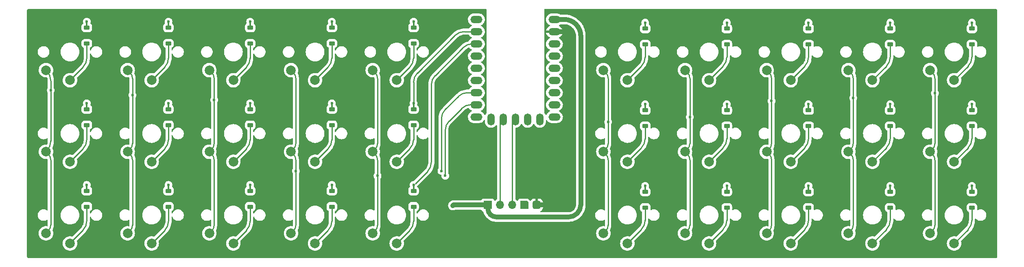
<source format=gbl>
%TF.GenerationSoftware,KiCad,Pcbnew,7.0.2*%
%TF.CreationDate,2023-06-15T14:07:21-05:00*%
%TF.ProjectId,Capsule,43617073-756c-4652-9e6b-696361645f70,1.0*%
%TF.SameCoordinates,Original*%
%TF.FileFunction,Copper,L2,Bot*%
%TF.FilePolarity,Positive*%
%FSLAX46Y46*%
G04 Gerber Fmt 4.6, Leading zero omitted, Abs format (unit mm)*
G04 Created by KiCad (PCBNEW 7.0.2) date 2023-06-15 14:07:21*
%MOMM*%
%LPD*%
G01*
G04 APERTURE LIST*
G04 Aperture macros list*
%AMRoundRect*
0 Rectangle with rounded corners*
0 $1 Rounding radius*
0 $2 $3 $4 $5 $6 $7 $8 $9 X,Y pos of 4 corners*
0 Add a 4 corners polygon primitive as box body*
4,1,4,$2,$3,$4,$5,$6,$7,$8,$9,$2,$3,0*
0 Add four circle primitives for the rounded corners*
1,1,$1+$1,$2,$3*
1,1,$1+$1,$4,$5*
1,1,$1+$1,$6,$7*
1,1,$1+$1,$8,$9*
0 Add four rect primitives between the rounded corners*
20,1,$1+$1,$2,$3,$4,$5,0*
20,1,$1+$1,$4,$5,$6,$7,0*
20,1,$1+$1,$6,$7,$8,$9,0*
20,1,$1+$1,$8,$9,$2,$3,0*%
%AMOutline5P*
0 Free polygon, 5 corners , with rotation*
0 The origin of the aperture is its center*
0 number of corners: always 5*
0 $1 to $10 corner X, Y*
0 $11 Rotation angle, in degrees counterclockwise*
0 create outline with 5 corners*
4,1,5,$1,$2,$3,$4,$5,$6,$7,$8,$9,$10,$1,$2,$11*%
%AMOutline6P*
0 Free polygon, 6 corners , with rotation*
0 The origin of the aperture is its center*
0 number of corners: always 6*
0 $1 to $12 corner X, Y*
0 $13 Rotation angle, in degrees counterclockwise*
0 create outline with 6 corners*
4,1,6,$1,$2,$3,$4,$5,$6,$7,$8,$9,$10,$11,$12,$1,$2,$13*%
%AMOutline7P*
0 Free polygon, 7 corners , with rotation*
0 The origin of the aperture is its center*
0 number of corners: always 7*
0 $1 to $14 corner X, Y*
0 $15 Rotation angle, in degrees counterclockwise*
0 create outline with 7 corners*
4,1,7,$1,$2,$3,$4,$5,$6,$7,$8,$9,$10,$11,$12,$13,$14,$1,$2,$15*%
%AMOutline8P*
0 Free polygon, 8 corners , with rotation*
0 The origin of the aperture is its center*
0 number of corners: always 8*
0 $1 to $16 corner X, Y*
0 $17 Rotation angle, in degrees counterclockwise*
0 create outline with 8 corners*
4,1,8,$1,$2,$3,$4,$5,$6,$7,$8,$9,$10,$11,$12,$13,$14,$15,$16,$1,$2,$17*%
G04 Aperture macros list end*
%TA.AperFunction,ComponentPad*%
%ADD10C,2.000000*%
%TD*%
%TA.AperFunction,ComponentPad*%
%ADD11RoundRect,0.425000X-0.425000X0.425000X-0.425000X-0.425000X0.425000X-0.425000X0.425000X0.425000X0*%
%TD*%
%TA.AperFunction,ComponentPad*%
%ADD12Outline5P,-0.850000X0.510000X-0.510000X0.850000X0.850000X0.850000X0.850000X-0.850000X-0.850000X-0.850000X270.000000*%
%TD*%
%TA.AperFunction,ComponentPad*%
%ADD13O,1.700000X1.700000*%
%TD*%
%TA.AperFunction,ComponentPad*%
%ADD14R,1.700000X1.700000*%
%TD*%
%TA.AperFunction,ComponentPad*%
%ADD15C,0.600000*%
%TD*%
%TA.AperFunction,SMDPad,CuDef*%
%ADD16R,0.300000X1.275000*%
%TD*%
%TA.AperFunction,SMDPad,CuDef*%
%ADD17RoundRect,0.225000X-0.375000X0.225000X-0.375000X-0.225000X0.375000X-0.225000X0.375000X0.225000X0*%
%TD*%
%TA.AperFunction,ComponentPad*%
%ADD18O,2.500000X1.500000*%
%TD*%
%TA.AperFunction,ComponentPad*%
%ADD19O,1.500000X2.500000*%
%TD*%
%TA.AperFunction,ViaPad*%
%ADD20C,0.600000*%
%TD*%
%TA.AperFunction,Conductor*%
%ADD21C,0.254000*%
%TD*%
%TA.AperFunction,Conductor*%
%ADD22C,1.000000*%
%TD*%
G04 APERTURE END LIST*
D10*
%TO.P,SW15,1*%
%TO.N,Net-(D15-Pad2)*%
X100500000Y-51500000D03*
%TO.P,SW15,2*%
%TO.N,COL4*%
X95500000Y-49400000D03*
%TD*%
%TO.P,SW19,1*%
%TO.N,Net-(D19-Pad2)*%
X199500000Y-51500000D03*
%TO.P,SW19,2*%
%TO.N,COL8*%
X194500000Y-49400000D03*
%TD*%
D11*
%TO.P,Connector1,1,GND*%
%TO.N,GND*%
X129620000Y-60500000D03*
D12*
%TO.P,Connector1,2,0*%
%TO.N,unconnected-(Connector1-0-Pad2)*%
X127080000Y-60500000D03*
D13*
%TO.P,Connector1,3,SCL*%
%TO.N,SCL*%
X124540000Y-60500000D03*
%TO.P,Connector1,4,SDA*%
%TO.N,SDA*%
X122000000Y-60500000D03*
D14*
%TO.P,Connector1,5,VCC*%
%TO.N,VCC*%
X119460000Y-60500000D03*
%TD*%
D10*
%TO.P,SW11,1*%
%TO.N,Net-(D11-Pad2)*%
X32500000Y-51500000D03*
%TO.P,SW11,2*%
%TO.N,COL0*%
X27500000Y-49400000D03*
%TD*%
%TO.P,SW10,1*%
%TO.N,Net-(D10-Pad2)*%
X216500000Y-34500000D03*
%TO.P,SW10,2*%
%TO.N,COL9*%
X211500000Y-32400000D03*
%TD*%
%TO.P,SW22,1*%
%TO.N,Net-(D22-Pad2)*%
X49500000Y-68500000D03*
%TO.P,SW22,2*%
%TO.N,COL1*%
X44500000Y-66400000D03*
%TD*%
%TO.P,SW17,1*%
%TO.N,Net-(D17-Pad2)*%
X165500000Y-51500000D03*
%TO.P,SW17,2*%
%TO.N,COL6*%
X160500000Y-49400000D03*
%TD*%
%TO.P,SW16,1*%
%TO.N,Net-(D16-Pad2)*%
X148500000Y-51500000D03*
%TO.P,SW16,2*%
%TO.N,COL5*%
X143500000Y-49400000D03*
%TD*%
%TO.P,SW24,1*%
%TO.N,Net-(D24-Pad2)*%
X83500000Y-68500000D03*
%TO.P,SW24,2*%
%TO.N,COL3*%
X78500000Y-66400000D03*
%TD*%
%TO.P,SW29,1*%
%TO.N,Net-(D29-Pad2)*%
X199500000Y-68500000D03*
%TO.P,SW29,2*%
%TO.N,COL8*%
X194500000Y-66400000D03*
%TD*%
%TO.P,SW14,1*%
%TO.N,Net-(D14-Pad2)*%
X83500000Y-51500000D03*
%TO.P,SW14,2*%
%TO.N,COL3*%
X78500000Y-49400000D03*
%TD*%
%TO.P,SW5,1*%
%TO.N,Net-(D5-Pad2)*%
X100500000Y-34500000D03*
%TO.P,SW5,2*%
%TO.N,COL4*%
X95500000Y-32400000D03*
%TD*%
%TO.P,SW27,1*%
%TO.N,Net-(D27-Pad2)*%
X165500000Y-68500000D03*
%TO.P,SW27,2*%
%TO.N,COL6*%
X160500000Y-66400000D03*
%TD*%
%TO.P,SW1,1*%
%TO.N,Net-(D1-Pad2)*%
X32500000Y-34500000D03*
%TO.P,SW1,2*%
%TO.N,COL0*%
X27500000Y-32400000D03*
%TD*%
%TO.P,SW28,1*%
%TO.N,Net-(D28-Pad2)*%
X182500000Y-68500000D03*
%TO.P,SW28,2*%
%TO.N,COL7*%
X177500000Y-66400000D03*
%TD*%
%TO.P,SW21,1*%
%TO.N,Net-(D21-Pad2)*%
X32500000Y-68500000D03*
%TO.P,SW21,2*%
%TO.N,COL0*%
X27500000Y-66400000D03*
%TD*%
%TO.P,SW26,1*%
%TO.N,Net-(D26-Pad2)*%
X148500000Y-68500000D03*
%TO.P,SW26,2*%
%TO.N,COL5*%
X143500000Y-66400000D03*
%TD*%
%TO.P,SW20,1*%
%TO.N,Net-(D20-Pad2)*%
X216500000Y-51500000D03*
%TO.P,SW20,2*%
%TO.N,COL9*%
X211500000Y-49400000D03*
%TD*%
%TO.P,SW25,1*%
%TO.N,Net-(D25-Pad2)*%
X100500000Y-68500000D03*
%TO.P,SW25,2*%
%TO.N,COL4*%
X95500000Y-66400000D03*
%TD*%
%TO.P,SW3,1*%
%TO.N,Net-(D3-Pad2)*%
X66500000Y-34500000D03*
%TO.P,SW3,2*%
%TO.N,COL2*%
X61500000Y-32400000D03*
%TD*%
%TO.P,SW12,1*%
%TO.N,Net-(D12-Pad2)*%
X49500000Y-51500000D03*
%TO.P,SW12,2*%
%TO.N,COL1*%
X44500000Y-49400000D03*
%TD*%
%TO.P,SW4,1*%
%TO.N,Net-(D4-Pad2)*%
X83500000Y-34500000D03*
%TO.P,SW4,2*%
%TO.N,COL3*%
X78500000Y-32400000D03*
%TD*%
%TO.P,SW18,1*%
%TO.N,Net-(D18-Pad2)*%
X182500000Y-51500000D03*
%TO.P,SW18,2*%
%TO.N,COL7*%
X177500000Y-49400000D03*
%TD*%
%TO.P,SW23,1*%
%TO.N,Net-(D23-Pad2)*%
X66500000Y-68500000D03*
%TO.P,SW23,2*%
%TO.N,COL2*%
X61500000Y-66400000D03*
%TD*%
%TO.P,SW30,1*%
%TO.N,Net-(D30-Pad2)*%
X216500000Y-68500000D03*
%TO.P,SW30,2*%
%TO.N,COL9*%
X211500000Y-66400000D03*
%TD*%
%TO.P,SW2,1*%
%TO.N,Net-(D2-Pad2)*%
X49500000Y-34500000D03*
%TO.P,SW2,2*%
%TO.N,COL1*%
X44500000Y-32400000D03*
%TD*%
%TO.P,SW8,1*%
%TO.N,Net-(D8-Pad2)*%
X182500000Y-34500000D03*
%TO.P,SW8,2*%
%TO.N,COL7*%
X177500000Y-32400000D03*
%TD*%
%TO.P,SW13,1*%
%TO.N,Net-(D13-Pad2)*%
X66500000Y-51500000D03*
%TO.P,SW13,2*%
%TO.N,COL2*%
X61500000Y-49400000D03*
%TD*%
%TO.P,SW6,1*%
%TO.N,Net-(D6-Pad2)*%
X148500000Y-34500000D03*
%TO.P,SW6,2*%
%TO.N,COL5*%
X143500000Y-32400000D03*
%TD*%
%TO.P,SW7,1*%
%TO.N,Net-(D7-Pad2)*%
X165500000Y-34500000D03*
%TO.P,SW7,2*%
%TO.N,COL6*%
X160500000Y-32400000D03*
%TD*%
%TO.P,SW9,1*%
%TO.N,Net-(D9-Pad2)*%
X199500000Y-34500000D03*
%TO.P,SW9,2*%
%TO.N,COL8*%
X194500000Y-32400000D03*
%TD*%
D15*
%TO.P,D19,1*%
%TO.N,ROW4*%
X203200000Y-39500000D03*
D16*
X203200000Y-40162500D03*
D17*
X203200000Y-40750000D03*
%TO.P,D19,2*%
%TO.N,Net-(D19-Pad2)*%
X203200000Y-44050000D03*
%TD*%
D15*
%TO.P,D15,1*%
%TO.N,ROW1*%
X104000000Y-39300000D03*
D16*
X104000000Y-39962500D03*
D17*
X104000000Y-40550000D03*
%TO.P,D15,2*%
%TO.N,Net-(D15-Pad2)*%
X104000000Y-43850000D03*
%TD*%
D15*
%TO.P,D13,1*%
%TO.N,ROW1*%
X70000000Y-39300000D03*
D16*
X70000000Y-39962500D03*
D17*
X70000000Y-40550000D03*
%TO.P,D13,2*%
%TO.N,Net-(D13-Pad2)*%
X70000000Y-43850000D03*
%TD*%
D15*
%TO.P,D22,1*%
%TO.N,ROW2*%
X53000000Y-56300000D03*
D16*
X53000000Y-56962500D03*
D17*
X53000000Y-57550000D03*
%TO.P,D22,2*%
%TO.N,Net-(D22-Pad2)*%
X53000000Y-60850000D03*
%TD*%
D18*
%TO.P,U1,1,0*%
%TO.N,ROW0*%
X117080000Y-21840000D03*
%TO.P,U1,2,1*%
%TO.N,ROW1*%
X117080000Y-24380000D03*
%TO.P,U1,3,2*%
%TO.N,ROW2*%
X117080000Y-26920000D03*
%TO.P,U1,4,3*%
%TO.N,COL0*%
X117080000Y-29460000D03*
%TO.P,U1,5,4*%
%TO.N,COL1*%
X117080000Y-32000000D03*
%TO.P,U1,6,5*%
%TO.N,COL2*%
X117080000Y-34540000D03*
%TO.P,U1,7,6*%
%TO.N,COL3*%
X117080000Y-37080000D03*
%TO.P,U1,8,7*%
%TO.N,COL4*%
X117080000Y-39620000D03*
%TO.P,U1,9,8*%
%TO.N,unconnected-(U1-8-Pad9)*%
X117080000Y-42160000D03*
D19*
%TO.P,U1,10,9*%
%TO.N,RGB*%
X120120000Y-42660000D03*
%TO.P,U1,11,10*%
%TO.N,SDA*%
X122660000Y-42660000D03*
%TO.P,U1,12,11*%
%TO.N,SCL*%
X125200000Y-42660000D03*
%TO.P,U1,13,12*%
%TO.N,ROW5*%
X127740000Y-42660000D03*
%TO.P,U1,14,13*%
%TO.N,COL5*%
X130280000Y-42660000D03*
D18*
%TO.P,U1,15,14*%
%TO.N,COL6*%
X133320000Y-42160000D03*
%TO.P,U1,16,15*%
%TO.N,ROW4*%
X133320000Y-39620000D03*
%TO.P,U1,17,26*%
%TO.N,COL7*%
X133320000Y-37080000D03*
%TO.P,U1,18,27*%
%TO.N,COL8*%
X133320000Y-34540000D03*
%TO.P,U1,19,28*%
%TO.N,COL9*%
X133320000Y-32000000D03*
%TO.P,U1,20,29*%
%TO.N,ROW3*%
X133320000Y-29460000D03*
%TO.P,U1,21,3V3*%
%TO.N,unconnected-(U1-3V3-Pad21)*%
X133320000Y-26920000D03*
%TO.P,U1,22,GND*%
%TO.N,GND*%
X133320000Y-24380000D03*
%TO.P,U1,23,5V*%
%TO.N,VCC*%
X133320000Y-21840000D03*
%TD*%
D15*
%TO.P,D27,1*%
%TO.N,ROW5*%
X169200000Y-56500000D03*
D16*
X169200000Y-57162500D03*
D17*
X169200000Y-57750000D03*
%TO.P,D27,2*%
%TO.N,Net-(D27-Pad2)*%
X169200000Y-61050000D03*
%TD*%
D15*
%TO.P,D16,1*%
%TO.N,ROW4*%
X152200000Y-39500000D03*
D16*
X152200000Y-40162500D03*
D17*
X152200000Y-40750000D03*
%TO.P,D16,2*%
%TO.N,Net-(D16-Pad2)*%
X152200000Y-44050000D03*
%TD*%
D15*
%TO.P,D6,1*%
%TO.N,ROW3*%
X152200000Y-22500000D03*
D16*
X152200000Y-23162500D03*
D17*
X152200000Y-23750000D03*
%TO.P,D6,2*%
%TO.N,Net-(D6-Pad2)*%
X152200000Y-27050000D03*
%TD*%
D15*
%TO.P,D11,1*%
%TO.N,ROW1*%
X36000000Y-39300000D03*
D16*
X36000000Y-39962500D03*
D17*
X36000000Y-40550000D03*
%TO.P,D11,2*%
%TO.N,Net-(D11-Pad2)*%
X36000000Y-43850000D03*
%TD*%
D15*
%TO.P,D26,1*%
%TO.N,ROW5*%
X152200000Y-56500000D03*
D16*
X152200000Y-57162500D03*
D17*
X152200000Y-57750000D03*
%TO.P,D26,2*%
%TO.N,Net-(D26-Pad2)*%
X152200000Y-61050000D03*
%TD*%
D15*
%TO.P,D23,1*%
%TO.N,ROW2*%
X70000000Y-56300000D03*
D16*
X70000000Y-56962500D03*
D17*
X70000000Y-57550000D03*
%TO.P,D23,2*%
%TO.N,Net-(D23-Pad2)*%
X70000000Y-60850000D03*
%TD*%
D15*
%TO.P,D12,1*%
%TO.N,ROW1*%
X53000000Y-39300000D03*
D16*
X53000000Y-39962500D03*
D17*
X53000000Y-40550000D03*
%TO.P,D12,2*%
%TO.N,Net-(D12-Pad2)*%
X53000000Y-43850000D03*
%TD*%
D15*
%TO.P,D2,1*%
%TO.N,ROW0*%
X53000000Y-22300000D03*
D16*
X53000000Y-22962500D03*
D17*
X53000000Y-23550000D03*
%TO.P,D2,2*%
%TO.N,Net-(D2-Pad2)*%
X53000000Y-26850000D03*
%TD*%
D15*
%TO.P,D17,1*%
%TO.N,ROW4*%
X169200000Y-39500000D03*
D16*
X169200000Y-40162500D03*
D17*
X169200000Y-40750000D03*
%TO.P,D17,2*%
%TO.N,Net-(D17-Pad2)*%
X169200000Y-44050000D03*
%TD*%
D15*
%TO.P,D3,1*%
%TO.N,ROW0*%
X70000000Y-22300000D03*
D16*
X70000000Y-22962500D03*
D17*
X70000000Y-23550000D03*
%TO.P,D3,2*%
%TO.N,Net-(D3-Pad2)*%
X70000000Y-26850000D03*
%TD*%
D15*
%TO.P,D29,1*%
%TO.N,ROW5*%
X203200000Y-56500000D03*
D16*
X203200000Y-57162500D03*
D17*
X203200000Y-57750000D03*
%TO.P,D29,2*%
%TO.N,Net-(D29-Pad2)*%
X203200000Y-61050000D03*
%TD*%
D15*
%TO.P,D20,1*%
%TO.N,ROW4*%
X220200000Y-39500000D03*
D16*
X220200000Y-40162500D03*
D17*
X220200000Y-40750000D03*
%TO.P,D20,2*%
%TO.N,Net-(D20-Pad2)*%
X220200000Y-44050000D03*
%TD*%
D15*
%TO.P,D18,1*%
%TO.N,ROW4*%
X186200000Y-39500000D03*
D16*
X186200000Y-40162500D03*
D17*
X186200000Y-40750000D03*
%TO.P,D18,2*%
%TO.N,Net-(D18-Pad2)*%
X186200000Y-44050000D03*
%TD*%
D15*
%TO.P,D14,1*%
%TO.N,ROW1*%
X87000000Y-39300000D03*
D16*
X87000000Y-39962500D03*
D17*
X87000000Y-40550000D03*
%TO.P,D14,2*%
%TO.N,Net-(D14-Pad2)*%
X87000000Y-43850000D03*
%TD*%
D15*
%TO.P,D5,1*%
%TO.N,ROW0*%
X104000000Y-22300000D03*
D16*
X104000000Y-22962500D03*
D17*
X104000000Y-23550000D03*
%TO.P,D5,2*%
%TO.N,Net-(D5-Pad2)*%
X104000000Y-26850000D03*
%TD*%
D15*
%TO.P,D1,1*%
%TO.N,ROW0*%
X36000000Y-22300000D03*
D16*
X36000000Y-22962500D03*
D17*
X36000000Y-23550000D03*
%TO.P,D1,2*%
%TO.N,Net-(D1-Pad2)*%
X36000000Y-26850000D03*
%TD*%
D15*
%TO.P,D30,1*%
%TO.N,ROW5*%
X220200000Y-56500000D03*
D16*
X220200000Y-57162500D03*
D17*
X220200000Y-57750000D03*
%TO.P,D30,2*%
%TO.N,Net-(D30-Pad2)*%
X220200000Y-61050000D03*
%TD*%
D15*
%TO.P,D21,1*%
%TO.N,ROW2*%
X36000000Y-56300000D03*
D16*
X36000000Y-56962500D03*
D17*
X36000000Y-57550000D03*
%TO.P,D21,2*%
%TO.N,Net-(D21-Pad2)*%
X36000000Y-60850000D03*
%TD*%
D15*
%TO.P,D25,1*%
%TO.N,ROW2*%
X104000000Y-56300000D03*
D16*
X104000000Y-56962500D03*
D17*
X104000000Y-57550000D03*
%TO.P,D25,2*%
%TO.N,Net-(D25-Pad2)*%
X104000000Y-60850000D03*
%TD*%
D15*
%TO.P,D8,1*%
%TO.N,ROW3*%
X186200000Y-22500000D03*
D16*
X186200000Y-23162500D03*
D17*
X186200000Y-23750000D03*
%TO.P,D8,2*%
%TO.N,Net-(D8-Pad2)*%
X186200000Y-27050000D03*
%TD*%
D15*
%TO.P,D28,1*%
%TO.N,ROW5*%
X186200000Y-56500000D03*
D16*
X186200000Y-57162500D03*
D17*
X186200000Y-57750000D03*
%TO.P,D28,2*%
%TO.N,Net-(D28-Pad2)*%
X186200000Y-61050000D03*
%TD*%
D15*
%TO.P,D24,1*%
%TO.N,ROW2*%
X87000000Y-56300000D03*
D16*
X87000000Y-56962500D03*
D17*
X87000000Y-57550000D03*
%TO.P,D24,2*%
%TO.N,Net-(D24-Pad2)*%
X87000000Y-60850000D03*
%TD*%
D15*
%TO.P,D7,1*%
%TO.N,ROW3*%
X169200000Y-22500000D03*
D16*
X169200000Y-23162500D03*
D17*
X169200000Y-23750000D03*
%TO.P,D7,2*%
%TO.N,Net-(D7-Pad2)*%
X169200000Y-27050000D03*
%TD*%
D15*
%TO.P,D10,1*%
%TO.N,ROW3*%
X220200000Y-22500000D03*
D16*
X220200000Y-23162500D03*
D17*
X220200000Y-23750000D03*
%TO.P,D10,2*%
%TO.N,Net-(D10-Pad2)*%
X220200000Y-27050000D03*
%TD*%
D15*
%TO.P,D9,1*%
%TO.N,ROW3*%
X203200000Y-22500000D03*
D16*
X203200000Y-23162500D03*
D17*
X203200000Y-23750000D03*
%TO.P,D9,2*%
%TO.N,Net-(D9-Pad2)*%
X203200000Y-27050000D03*
%TD*%
D15*
%TO.P,D4,1*%
%TO.N,ROW0*%
X87000000Y-22300000D03*
D16*
X87000000Y-22962500D03*
D17*
X87000000Y-23550000D03*
%TO.P,D4,2*%
%TO.N,Net-(D4-Pad2)*%
X87000000Y-26850000D03*
%TD*%
D20*
%TO.N,COL0*%
X28500000Y-36600000D03*
%TO.N,COL1*%
X45500000Y-37600000D03*
%TO.N,COL2*%
X62500000Y-38600000D03*
%TO.N,COL3*%
X79500000Y-53400000D03*
X109800000Y-53400000D03*
%TO.N,COL4*%
X96500000Y-54400000D03*
X110600000Y-54400000D03*
%TO.N,COL5*%
X144500000Y-43200000D03*
%TO.N,COL6*%
X161500000Y-42200000D03*
%TO.N,COL7*%
X178500000Y-38826500D03*
%TO.N,COL8*%
X195500000Y-38200000D03*
%TO.N,COL9*%
X212500000Y-37200000D03*
%TO.N,VCC*%
X132200000Y-63000000D03*
X112200000Y-60600000D03*
%TO.N,GND*%
X134400000Y-60500000D03*
%TD*%
D21*
%TO.N,Net-(D1-Pad2)*%
X35203103Y-31796896D02*
X32500000Y-34500000D01*
X36000000Y-29873018D02*
X36000000Y-26850000D01*
X35203100Y-31796893D02*
G75*
G03*
X36000000Y-29873018I-1923900J1923893D01*
G01*
%TO.N,Net-(D2-Pad2)*%
X53000000Y-29873018D02*
X53000000Y-26850000D01*
X52203103Y-31796896D02*
X49500000Y-34500000D01*
X52203100Y-31796893D02*
G75*
G03*
X53000000Y-29873018I-1923900J1923893D01*
G01*
%TO.N,Net-(D3-Pad2)*%
X69203103Y-31796896D02*
X66500000Y-34500000D01*
X70000000Y-29873018D02*
X70000000Y-26850000D01*
X69203100Y-31796893D02*
G75*
G03*
X70000000Y-29873018I-1923900J1923893D01*
G01*
%TO.N,Net-(D4-Pad2)*%
X87000000Y-29873018D02*
X87000000Y-26850000D01*
X86203103Y-31796896D02*
X83500000Y-34500000D01*
X86203100Y-31796893D02*
G75*
G03*
X87000000Y-29873018I-1923900J1923893D01*
G01*
%TO.N,Net-(D5-Pad2)*%
X104000000Y-29873018D02*
X104000000Y-26850000D01*
X103203103Y-31796896D02*
X100500000Y-34500000D01*
X103203100Y-31796893D02*
G75*
G03*
X104000000Y-29873018I-1923900J1923893D01*
G01*
%TO.N,Net-(D6-Pad2)*%
X151403103Y-31596896D02*
X148500000Y-34500000D01*
X152200000Y-29673018D02*
X152200000Y-27050000D01*
X151403100Y-31596893D02*
G75*
G03*
X152200000Y-29673018I-1923900J1923893D01*
G01*
%TO.N,Net-(D7-Pad2)*%
X168403103Y-31596896D02*
X165500000Y-34500000D01*
X169200000Y-29673018D02*
X169200000Y-27050000D01*
X168403100Y-31596893D02*
G75*
G03*
X169200000Y-29673018I-1923900J1923893D01*
G01*
%TO.N,Net-(D8-Pad2)*%
X185403103Y-31596896D02*
X182500000Y-34500000D01*
X186200000Y-29673018D02*
X186200000Y-27050000D01*
X185403100Y-31596893D02*
G75*
G03*
X186200000Y-29673018I-1923900J1923893D01*
G01*
%TO.N,Net-(D9-Pad2)*%
X202403103Y-31596896D02*
X199500000Y-34500000D01*
X203200000Y-29673018D02*
X203200000Y-27050000D01*
X202403100Y-31596893D02*
G75*
G03*
X203200000Y-29673018I-1923900J1923893D01*
G01*
%TO.N,Net-(D10-Pad2)*%
X220200000Y-29673018D02*
X220200000Y-27050000D01*
X219403103Y-31596896D02*
X216500000Y-34500000D01*
X219403100Y-31596893D02*
G75*
G03*
X220200000Y-29673018I-1923900J1923893D01*
G01*
%TO.N,ROW1*%
X114546981Y-24380000D02*
X117580000Y-24380000D01*
X112623103Y-25176896D02*
X104796896Y-33003103D01*
X104000000Y-34926981D02*
X104000000Y-40550000D01*
X104796900Y-33003107D02*
G75*
G03*
X104000000Y-34926981I1923900J-1923893D01*
G01*
X114546981Y-24379994D02*
G75*
G03*
X112623103Y-25176896I19J-2720806D01*
G01*
%TO.N,Net-(D11-Pad2)*%
X36000000Y-46873018D02*
X36000000Y-43850000D01*
X35203103Y-48796896D02*
X32500000Y-51500000D01*
X35203100Y-48796893D02*
G75*
G03*
X36000000Y-46873018I-1923900J1923893D01*
G01*
%TO.N,Net-(D12-Pad2)*%
X53000000Y-46873018D02*
X53000000Y-43850000D01*
X52203103Y-48796896D02*
X49500000Y-51500000D01*
X52203100Y-48796893D02*
G75*
G03*
X53000000Y-46873018I-1923900J1923893D01*
G01*
%TO.N,Net-(D13-Pad2)*%
X70000000Y-46873018D02*
X70000000Y-43850000D01*
X69203103Y-48796896D02*
X66500000Y-51500000D01*
X69203100Y-48796893D02*
G75*
G03*
X70000000Y-46873018I-1923900J1923893D01*
G01*
%TO.N,Net-(D14-Pad2)*%
X87000000Y-46873018D02*
X87000000Y-43850000D01*
X86203103Y-48796896D02*
X83500000Y-51500000D01*
X86203100Y-48796893D02*
G75*
G03*
X87000000Y-46873018I-1923900J1923893D01*
G01*
%TO.N,Net-(D15-Pad2)*%
X104000000Y-46873018D02*
X104000000Y-43850000D01*
X103203103Y-48796896D02*
X100500000Y-51500000D01*
X103203100Y-48796893D02*
G75*
G03*
X104000000Y-46873018I-1923900J1923893D01*
G01*
%TO.N,Net-(D16-Pad2)*%
X151403103Y-48596896D02*
X148500000Y-51500000D01*
X152200000Y-46673018D02*
X152200000Y-44050000D01*
X151403100Y-48596893D02*
G75*
G03*
X152200000Y-46673018I-1923900J1923893D01*
G01*
%TO.N,Net-(D17-Pad2)*%
X168403103Y-48596896D02*
X165500000Y-51500000D01*
X169200000Y-46673018D02*
X169200000Y-44050000D01*
X168403100Y-48596893D02*
G75*
G03*
X169200000Y-46673018I-1923900J1923893D01*
G01*
%TO.N,Net-(D18-Pad2)*%
X186200000Y-46673018D02*
X186200000Y-44050000D01*
X185403103Y-48596896D02*
X182500000Y-51500000D01*
X185403100Y-48596893D02*
G75*
G03*
X186200000Y-46673018I-1923900J1923893D01*
G01*
%TO.N,Net-(D19-Pad2)*%
X203200000Y-46673018D02*
X203200000Y-44050000D01*
X202403103Y-48596896D02*
X199500000Y-51500000D01*
X202403100Y-48596893D02*
G75*
G03*
X203200000Y-46673018I-1923900J1923893D01*
G01*
%TO.N,Net-(D20-Pad2)*%
X220200000Y-46673018D02*
X220200000Y-44050000D01*
X219403103Y-48596896D02*
X216500000Y-51500000D01*
X219403100Y-48596893D02*
G75*
G03*
X220200000Y-46673018I-1923900J1923893D01*
G01*
%TO.N,ROW2*%
X104125009Y-56173000D02*
X104000000Y-56173000D01*
X107700000Y-51596035D02*
X107700000Y-35453962D01*
X116233962Y-26920000D02*
X117580000Y-26920000D01*
X106903103Y-53519913D02*
X104338412Y-56084605D01*
X114310084Y-27716896D02*
X108496896Y-33530084D01*
X108496910Y-33530098D02*
G75*
G03*
X107700000Y-35453962I1923890J-1923902D01*
G01*
X106903091Y-53519901D02*
G75*
G03*
X107700000Y-51596035I-1923891J1923901D01*
G01*
X116233962Y-26919981D02*
G75*
G03*
X114310084Y-27716896I38J-2720819D01*
G01*
%TO.N,Net-(D21-Pad2)*%
X35203103Y-65741896D02*
X32500000Y-68445000D01*
X36000000Y-63818018D02*
X36000000Y-60850000D01*
X35203100Y-65741893D02*
G75*
G03*
X36000000Y-63818018I-1923900J1923893D01*
G01*
%TO.N,Net-(D22-Pad2)*%
X52203103Y-65796896D02*
X49500000Y-68500000D01*
X53000000Y-63873018D02*
X53000000Y-60850000D01*
X52203100Y-65796893D02*
G75*
G03*
X53000000Y-63873018I-1923900J1923893D01*
G01*
%TO.N,Net-(D23-Pad2)*%
X69203103Y-65796896D02*
X66500000Y-68500000D01*
X70000000Y-63873018D02*
X70000000Y-60850000D01*
X69203100Y-65796893D02*
G75*
G03*
X70000000Y-63873018I-1923900J1923893D01*
G01*
%TO.N,Net-(D24-Pad2)*%
X87000000Y-63873018D02*
X87000000Y-60850000D01*
X86203103Y-65796896D02*
X83500000Y-68500000D01*
X86203100Y-65796893D02*
G75*
G03*
X87000000Y-63873018I-1923900J1923893D01*
G01*
%TO.N,Net-(D25-Pad2)*%
X104000000Y-63873018D02*
X104000000Y-60850000D01*
X103203103Y-65796896D02*
X100500000Y-68500000D01*
X103203100Y-65796893D02*
G75*
G03*
X104000000Y-63873018I-1923900J1923893D01*
G01*
%TO.N,Net-(D26-Pad2)*%
X152200000Y-63673018D02*
X152200000Y-61050000D01*
X151403103Y-65596896D02*
X148500000Y-68500000D01*
X151403100Y-65596893D02*
G75*
G03*
X152200000Y-63673018I-1923900J1923893D01*
G01*
%TO.N,Net-(D27-Pad2)*%
X168403103Y-65596896D02*
X165500000Y-68500000D01*
X169200000Y-63673018D02*
X169200000Y-61050000D01*
X168403100Y-65596893D02*
G75*
G03*
X169200000Y-63673018I-1923900J1923893D01*
G01*
%TO.N,Net-(D28-Pad2)*%
X185403103Y-65596896D02*
X182500000Y-68500000D01*
X186200000Y-63673018D02*
X186200000Y-61050000D01*
X185403100Y-65596893D02*
G75*
G03*
X186200000Y-63673018I-1923900J1923893D01*
G01*
%TO.N,Net-(D29-Pad2)*%
X203200000Y-63673018D02*
X203200000Y-61050000D01*
X202403103Y-65596896D02*
X199500000Y-68500000D01*
X202403100Y-65596893D02*
G75*
G03*
X203200000Y-63673018I-1923900J1923893D01*
G01*
%TO.N,Net-(D30-Pad2)*%
X219403103Y-65596896D02*
X216500000Y-68500000D01*
X220200000Y-63673018D02*
X220200000Y-61050000D01*
X219403100Y-65596893D02*
G75*
G03*
X220200000Y-63673018I-1923900J1923893D01*
G01*
%TO.N,COL0*%
X28500000Y-47157359D02*
X28500000Y-36600000D01*
X28500000Y-51107106D02*
X28500000Y-64637893D01*
X28500000Y-34642641D02*
X28500000Y-36600000D01*
X28000000Y-65845000D02*
X27500000Y-66345000D01*
X27560660Y-49460660D02*
X28000000Y-49900000D01*
X27621320Y-49278680D02*
X27560660Y-49339340D01*
X27621321Y-32521321D02*
X27500000Y-32400000D01*
X27560660Y-49339340D02*
G75*
G03*
X27560660Y-49460660I60640J-60660D01*
G01*
X28000002Y-65845002D02*
G75*
G03*
X28500000Y-64637893I-1207102J1207102D01*
G01*
X28499997Y-51107106D02*
G75*
G03*
X28000000Y-49900000I-1707097J6D01*
G01*
X27621332Y-49278692D02*
G75*
G03*
X28500000Y-47157359I-2121532J2121392D01*
G01*
X28499999Y-34642641D02*
G75*
G03*
X27621321Y-32521321I-2999999J1D01*
G01*
%TO.N,COL1*%
X45500000Y-51107106D02*
X45500000Y-64692893D01*
X45000000Y-32900000D02*
X44500000Y-32400000D01*
X45500000Y-37600000D02*
X45500000Y-47692893D01*
X45000000Y-65900000D02*
X44500000Y-66400000D01*
X45500000Y-34107106D02*
X45500000Y-37600000D01*
X45499997Y-34107106D02*
G75*
G03*
X45000000Y-32900000I-1707097J6D01*
G01*
X45000002Y-65900002D02*
G75*
G03*
X45500000Y-64692893I-1207102J1207102D01*
G01*
X45000001Y-48900001D02*
G75*
G03*
X45000001Y-49899999I499999J-499999D01*
G01*
X45000002Y-48900002D02*
G75*
G03*
X45500000Y-47692893I-1207102J1207102D01*
G01*
X45499997Y-51107106D02*
G75*
G03*
X45000000Y-49900000I-1707097J6D01*
G01*
%TO.N,COL2*%
X62500000Y-51107106D02*
X62500000Y-64692893D01*
X62000000Y-65900000D02*
X61500000Y-66400000D01*
X62500000Y-38600000D02*
X62500000Y-47692893D01*
X62500000Y-34107106D02*
X62500000Y-38600000D01*
X62000000Y-32900000D02*
X61500000Y-32400000D01*
X62000002Y-48900002D02*
G75*
G03*
X62500000Y-47692893I-1207102J1207102D01*
G01*
X62000002Y-65900002D02*
G75*
G03*
X62500000Y-64692893I-1207102J1207102D01*
G01*
X62000001Y-48900001D02*
G75*
G03*
X62000001Y-49899999I499999J-499999D01*
G01*
X62499997Y-51107106D02*
G75*
G03*
X62000000Y-49900000I-1707097J6D01*
G01*
X62499997Y-34107106D02*
G75*
G03*
X62000000Y-32900000I-1707097J6D01*
G01*
%TO.N,COL3*%
X115246981Y-37080000D02*
X117580000Y-37080000D01*
X79000000Y-65900000D02*
X78500000Y-66400000D01*
X79500000Y-51107106D02*
X79500000Y-53400000D01*
X110596896Y-40603103D02*
X113323103Y-37876896D01*
X79500000Y-64692893D02*
X79500000Y-53400000D01*
X79500000Y-34107106D02*
X79500000Y-47692893D01*
X109800000Y-53400000D02*
X109800000Y-42526981D01*
X79000000Y-32900000D02*
X78500000Y-32400000D01*
X110596900Y-40603107D02*
G75*
G03*
X109800000Y-42526981I1923900J-1923893D01*
G01*
X115246981Y-37079994D02*
G75*
G03*
X113323103Y-37876896I19J-2720806D01*
G01*
X79000001Y-48900001D02*
G75*
G03*
X79000001Y-49899999I499999J-499999D01*
G01*
X79000002Y-65900002D02*
G75*
G03*
X79500000Y-64692893I-1207102J1207102D01*
G01*
X79499997Y-51107106D02*
G75*
G03*
X79000000Y-49900000I-1707097J6D01*
G01*
X79000002Y-48900002D02*
G75*
G03*
X79500000Y-47692893I-1207102J1207102D01*
G01*
X79499997Y-34107106D02*
G75*
G03*
X79000000Y-32900000I-1707097J6D01*
G01*
%TO.N,COL4*%
X111396896Y-43003103D02*
X114003103Y-40396896D01*
X117570000Y-39610000D02*
X117580000Y-39620000D01*
X96500000Y-54400000D02*
X96500000Y-64692893D01*
X96500000Y-54400000D02*
X96500000Y-51107106D01*
X96000000Y-65900000D02*
X95500000Y-66400000D01*
X96000000Y-32900000D02*
X95500000Y-32400000D01*
X117545857Y-39600000D02*
X115926981Y-39600000D01*
X96500000Y-34107106D02*
X96500000Y-47692893D01*
X110600000Y-54400000D02*
X110600000Y-44926981D01*
X115926981Y-39599994D02*
G75*
G03*
X114003103Y-40396896I19J-2720806D01*
G01*
X96000002Y-48900002D02*
G75*
G03*
X96500000Y-47692893I-1207102J1207102D01*
G01*
X96000001Y-48900001D02*
G75*
G03*
X96000001Y-49899999I499999J-499999D01*
G01*
X96499997Y-51107106D02*
G75*
G03*
X96000000Y-49900000I-1707097J6D01*
G01*
X117570012Y-39609988D02*
G75*
G03*
X117545857Y-39600000I-24112J-24112D01*
G01*
X96000002Y-65900002D02*
G75*
G03*
X96500000Y-64692893I-1207102J1207102D01*
G01*
X111396900Y-43003107D02*
G75*
G03*
X110600000Y-44926981I1923900J-1923893D01*
G01*
X96499997Y-34107106D02*
G75*
G03*
X96000000Y-32900000I-1707097J6D01*
G01*
%TO.N,COL5*%
X144500000Y-47692893D02*
X144500000Y-43200000D01*
X144000000Y-32900000D02*
X143500000Y-32400000D01*
X144000000Y-65900000D02*
X143500000Y-66400000D01*
X143999999Y-48899999D02*
X143535355Y-49364644D01*
X144500000Y-34107106D02*
X144500000Y-43200000D01*
X144500000Y-51107106D02*
X144500000Y-64692893D01*
X144000002Y-48900002D02*
G75*
G03*
X144500000Y-47692893I-1207102J1207102D01*
G01*
X144499997Y-34107106D02*
G75*
G03*
X144000000Y-32900000I-1707097J6D01*
G01*
X144499997Y-51107106D02*
G75*
G03*
X144000000Y-49900000I-1707097J6D01*
G01*
X144000002Y-65900002D02*
G75*
G03*
X144500000Y-64692893I-1207102J1207102D01*
G01*
%TO.N,COL6*%
X161000000Y-32900000D02*
X160500000Y-32400000D01*
X161000000Y-65900000D02*
X160750000Y-66150000D01*
X161500000Y-42200000D02*
X161500000Y-34107106D01*
X161500000Y-51107106D02*
X161500000Y-64692893D01*
X161500000Y-42200000D02*
X161500000Y-47692893D01*
X161499997Y-51107106D02*
G75*
G03*
X161000000Y-49900000I-1707097J6D01*
G01*
X161000002Y-48900002D02*
G75*
G03*
X161500000Y-47692893I-1207102J1207102D01*
G01*
X161000001Y-48900001D02*
G75*
G03*
X161000001Y-49899999I499999J-499999D01*
G01*
X161499997Y-34107106D02*
G75*
G03*
X161000000Y-32900000I-1707097J6D01*
G01*
X161000002Y-65900002D02*
G75*
G03*
X161500000Y-64692893I-1207102J1207102D01*
G01*
%TO.N,COL7*%
X178500000Y-51107106D02*
X178500000Y-64692893D01*
X178000000Y-32900000D02*
X177500000Y-32400000D01*
X178500000Y-38826500D02*
X178500000Y-47692893D01*
X178500000Y-38826500D02*
X178500000Y-34107106D01*
X178000000Y-65900000D02*
X177500000Y-66400000D01*
X178000002Y-48900002D02*
G75*
G03*
X178500000Y-47692893I-1207102J1207102D01*
G01*
X178000002Y-65900002D02*
G75*
G03*
X178500000Y-64692893I-1207102J1207102D01*
G01*
X178499997Y-34107106D02*
G75*
G03*
X178000000Y-32900000I-1707097J6D01*
G01*
X178499997Y-51107106D02*
G75*
G03*
X178000000Y-49900000I-1707097J6D01*
G01*
X178000001Y-48900001D02*
G75*
G03*
X178000001Y-49899999I499999J-499999D01*
G01*
%TO.N,COL8*%
X195500000Y-34107106D02*
X195500000Y-38200000D01*
X195500000Y-51107106D02*
X195500000Y-64692893D01*
X195500000Y-47692893D02*
X195500000Y-38200000D01*
X195000000Y-32900000D02*
X194500000Y-32400000D01*
X195000000Y-65900000D02*
X194500000Y-66400000D01*
X195000002Y-65900002D02*
G75*
G03*
X195500000Y-64692893I-1207102J1207102D01*
G01*
X195499997Y-34107106D02*
G75*
G03*
X195000000Y-32900000I-1707097J6D01*
G01*
X195499997Y-51107106D02*
G75*
G03*
X195000000Y-49900000I-1707097J6D01*
G01*
X195000002Y-48900002D02*
G75*
G03*
X195500000Y-47692893I-1207102J1207102D01*
G01*
X195000001Y-48900001D02*
G75*
G03*
X195000001Y-49899999I499999J-499999D01*
G01*
%TO.N,COL9*%
X212000000Y-65900000D02*
X211500000Y-66400000D01*
X212500000Y-64692893D02*
X212500000Y-51107106D01*
X212500000Y-37200000D02*
X212500000Y-47692893D01*
X212000000Y-32900000D02*
X211500000Y-32400000D01*
X212500000Y-37200000D02*
X212500000Y-34107106D01*
X212499997Y-34107106D02*
G75*
G03*
X212000000Y-32900000I-1707097J6D01*
G01*
X212000002Y-65900002D02*
G75*
G03*
X212500000Y-64692893I-1207102J1207102D01*
G01*
X212499997Y-51107106D02*
G75*
G03*
X212000000Y-49900000I-1707097J6D01*
G01*
X212000001Y-48900001D02*
G75*
G03*
X212000001Y-49899999I499999J-499999D01*
G01*
X212000002Y-48900002D02*
G75*
G03*
X212500000Y-47692893I-1207102J1207102D01*
G01*
D22*
%TO.N,VCC*%
X119460000Y-60598994D02*
X119460000Y-61230000D01*
X122497119Y-63000000D02*
X123338271Y-63000000D01*
X119361005Y-60500000D02*
X112370710Y-60500000D01*
X121655967Y-63000000D02*
X121235391Y-63000000D01*
X125020575Y-63000000D02*
X124179423Y-63000000D01*
X129646912Y-63000000D02*
X136239339Y-63000000D01*
X135385788Y-21840000D02*
X132820000Y-21840000D01*
X138800000Y-25254211D02*
X138800000Y-60439339D01*
X119976187Y-62476187D02*
X119980000Y-62480000D01*
X112250000Y-60550000D02*
X112200000Y-60600000D01*
X129646912Y-63000000D02*
X126282303Y-63000000D01*
X126282303Y-63000000D02*
X125020575Y-63000000D01*
X124179423Y-63000000D02*
X123338271Y-63000000D01*
X122497119Y-63000000D02*
X121655967Y-63000000D01*
X138049988Y-62249988D02*
G75*
G03*
X138800000Y-60439339I-1810688J1810688D01*
G01*
X112370710Y-60500005D02*
G75*
G03*
X112250000Y-60550000I-10J-170695D01*
G01*
X119529991Y-60570009D02*
G75*
G03*
X119460000Y-60598994I-28991J-28991D01*
G01*
X119980003Y-62479997D02*
G75*
G03*
X121235391Y-63000000I1255397J1255397D01*
G01*
X119529999Y-60570001D02*
G75*
G03*
X119361005Y-60500000I-168999J-168999D01*
G01*
X137800003Y-22839996D02*
G75*
G03*
X135385788Y-21840000I-2414203J-2414204D01*
G01*
X119460000Y-60598994D02*
G75*
G03*
X119361005Y-60500000I-99000J-6D01*
G01*
X138799995Y-25254211D02*
G75*
G03*
X137800000Y-22839999I-3414195J11D01*
G01*
X136239339Y-63000016D02*
G75*
G03*
X138050000Y-62250000I-39J2560716D01*
G01*
X119460008Y-61230000D02*
G75*
G03*
X119976188Y-62476186I1762392J0D01*
G01*
X119600002Y-60738994D02*
G75*
G03*
X119530000Y-60570000I-239002J-6D01*
G01*
D21*
%TO.N,SDA*%
X122330000Y-42490000D02*
X122660000Y-42160000D01*
X122000000Y-43286690D02*
X122000000Y-60500000D01*
X122330003Y-42490003D02*
G75*
G03*
X122000000Y-43286690I796697J-796697D01*
G01*
%TO.N,SCL*%
X124540000Y-43286690D02*
X124540000Y-60500000D01*
X124870000Y-42490000D02*
X125200000Y-42160000D01*
X124870003Y-42490003D02*
G75*
G03*
X124540000Y-43286690I796697J-796697D01*
G01*
D22*
%TO.N,GND*%
X135941593Y-24380000D02*
X132820000Y-24380000D01*
X137000000Y-57500000D02*
X137000000Y-54900000D01*
X137000000Y-25438406D02*
X137000000Y-54900000D01*
X136146446Y-60500000D02*
X129620000Y-60500000D01*
X137000000Y-57500000D02*
X137000000Y-59646446D01*
X136749986Y-60249986D02*
G75*
G03*
X137000000Y-59646446I-603586J603586D01*
G01*
X136999997Y-25438406D02*
G75*
G03*
X136690000Y-24690000I-1058397J6D01*
G01*
X136146446Y-60500019D02*
G75*
G03*
X136750000Y-60250000I-46J853619D01*
G01*
X136690002Y-24689998D02*
G75*
G03*
X135941593Y-24380000I-748402J-748402D01*
G01*
%TD*%
%TA.AperFunction,Conductor*%
%TO.N,GND*%
G36*
X119011980Y-19612883D02*
G01*
X119048328Y-19620113D01*
X119093021Y-19638623D01*
X119113492Y-19652302D01*
X119147697Y-19686507D01*
X119161374Y-19706976D01*
X119179886Y-19751668D01*
X119187117Y-19788019D01*
X119189500Y-19812210D01*
X119189500Y-41223254D01*
X119188633Y-41227613D01*
X119188637Y-41274663D01*
X119185167Y-41274663D01*
X119187840Y-41299543D01*
X119159194Y-41359097D01*
X119104235Y-41422002D01*
X118988785Y-41615234D01*
X118968085Y-41670389D01*
X118926099Y-41726236D01*
X118860584Y-41750519D01*
X118792342Y-41735527D01*
X118743038Y-41686020D01*
X118735248Y-41667896D01*
X118734517Y-41666537D01*
X118734517Y-41666536D01*
X118627852Y-41468319D01*
X118487508Y-41292334D01*
X118317996Y-41144235D01*
X118281966Y-41122708D01*
X118124764Y-41028784D01*
X118065898Y-41006692D01*
X118010050Y-40964707D01*
X117985767Y-40899193D01*
X118000758Y-40830950D01*
X118050264Y-40781646D01*
X118055610Y-40778907D01*
X118223973Y-40697829D01*
X118406078Y-40565522D01*
X118561632Y-40402825D01*
X118685635Y-40214968D01*
X118774103Y-40007988D01*
X118824191Y-39788537D01*
X118834290Y-39563670D01*
X118804075Y-39340613D01*
X118734517Y-39126536D01*
X118627852Y-38928319D01*
X118487508Y-38752334D01*
X118317996Y-38604235D01*
X118267746Y-38574212D01*
X118124764Y-38488784D01*
X118065898Y-38466692D01*
X118010050Y-38424707D01*
X117985767Y-38359193D01*
X118000758Y-38290950D01*
X118050264Y-38241646D01*
X118055610Y-38238907D01*
X118223973Y-38157829D01*
X118406078Y-38025522D01*
X118561632Y-37862825D01*
X118685635Y-37674968D01*
X118774103Y-37467988D01*
X118824191Y-37248537D01*
X118834290Y-37023670D01*
X118804075Y-36800613D01*
X118734517Y-36586536D01*
X118627852Y-36388319D01*
X118487508Y-36212334D01*
X118317996Y-36064235D01*
X118308108Y-36058327D01*
X118124764Y-35948784D01*
X118065898Y-35926692D01*
X118010050Y-35884707D01*
X117985767Y-35819193D01*
X118000758Y-35750950D01*
X118050264Y-35701646D01*
X118055610Y-35698907D01*
X118223973Y-35617829D01*
X118406078Y-35485522D01*
X118561632Y-35322825D01*
X118685635Y-35134968D01*
X118774103Y-34927988D01*
X118824191Y-34708537D01*
X118834290Y-34483670D01*
X118804075Y-34260613D01*
X118734517Y-34046536D01*
X118627852Y-33848319D01*
X118487508Y-33672334D01*
X118317996Y-33524235D01*
X118290388Y-33507740D01*
X118124764Y-33408784D01*
X118065898Y-33386692D01*
X118010050Y-33344707D01*
X117985767Y-33279193D01*
X118000758Y-33210950D01*
X118050264Y-33161646D01*
X118055610Y-33158907D01*
X118223973Y-33077829D01*
X118406078Y-32945522D01*
X118561632Y-32782825D01*
X118685635Y-32594968D01*
X118774103Y-32387988D01*
X118824191Y-32168537D01*
X118834290Y-31943670D01*
X118804075Y-31720613D01*
X118734517Y-31506536D01*
X118627852Y-31308319D01*
X118493246Y-31139529D01*
X118487509Y-31132335D01*
X118457727Y-31106315D01*
X118317996Y-30984235D01*
X118311927Y-30980609D01*
X118124764Y-30868784D01*
X118065898Y-30846692D01*
X118010050Y-30804707D01*
X117985767Y-30739193D01*
X118000758Y-30670950D01*
X118050264Y-30621646D01*
X118055610Y-30618907D01*
X118223973Y-30537829D01*
X118406078Y-30405522D01*
X118561632Y-30242825D01*
X118685635Y-30054968D01*
X118774103Y-29847988D01*
X118824191Y-29628537D01*
X118834290Y-29403670D01*
X118804075Y-29180613D01*
X118734517Y-28966536D01*
X118627852Y-28768319D01*
X118507737Y-28617701D01*
X118487509Y-28592335D01*
X118398395Y-28514478D01*
X118317996Y-28444235D01*
X118317993Y-28444233D01*
X118124764Y-28328784D01*
X118065898Y-28306692D01*
X118010050Y-28264707D01*
X117985767Y-28199193D01*
X118000758Y-28130950D01*
X118050264Y-28081646D01*
X118055610Y-28078907D01*
X118223973Y-27997829D01*
X118406078Y-27865522D01*
X118561632Y-27702825D01*
X118685635Y-27514968D01*
X118774103Y-27307988D01*
X118824191Y-27088537D01*
X118834290Y-26863670D01*
X118804075Y-26640613D01*
X118734517Y-26426536D01*
X118627852Y-26228319D01*
X118487508Y-26052334D01*
X118317996Y-25904235D01*
X118317993Y-25904233D01*
X118124764Y-25788784D01*
X118065898Y-25766692D01*
X118010050Y-25724707D01*
X117985767Y-25659193D01*
X118000758Y-25590950D01*
X118050264Y-25541646D01*
X118055610Y-25538907D01*
X118223973Y-25457829D01*
X118406078Y-25325522D01*
X118561632Y-25162825D01*
X118685635Y-24974968D01*
X118774103Y-24767988D01*
X118824191Y-24548537D01*
X118834290Y-24323670D01*
X118804075Y-24100613D01*
X118734517Y-23886536D01*
X118627852Y-23688319D01*
X118487508Y-23512334D01*
X118317996Y-23364235D01*
X118316031Y-23363061D01*
X118124764Y-23248784D01*
X118065898Y-23226692D01*
X118010050Y-23184707D01*
X117985767Y-23119193D01*
X118000758Y-23050950D01*
X118050264Y-23001646D01*
X118055610Y-22998907D01*
X118223973Y-22917829D01*
X118406078Y-22785522D01*
X118561632Y-22622825D01*
X118685635Y-22434968D01*
X118774103Y-22227988D01*
X118824191Y-22008537D01*
X118834290Y-21783670D01*
X118804075Y-21560613D01*
X118734517Y-21346536D01*
X118627852Y-21148319D01*
X118487508Y-20972334D01*
X118317996Y-20824235D01*
X118317993Y-20824233D01*
X118124762Y-20708783D01*
X117914025Y-20629693D01*
X117692547Y-20589500D01*
X116523845Y-20589500D01*
X116521097Y-20589747D01*
X116521081Y-20589748D01*
X116355809Y-20604623D01*
X116138828Y-20664507D01*
X115936027Y-20762170D01*
X115753925Y-20894475D01*
X115598365Y-21057178D01*
X115474365Y-21245031D01*
X115385896Y-21452012D01*
X115335809Y-21671462D01*
X115325709Y-21896328D01*
X115355925Y-22119388D01*
X115414609Y-22299999D01*
X115425483Y-22333464D01*
X115532148Y-22531681D01*
X115632032Y-22656931D01*
X115652316Y-22682367D01*
X115672492Y-22707666D01*
X115842004Y-22855765D01*
X116035236Y-22971215D01*
X116094100Y-22993307D01*
X116149948Y-23035291D01*
X116174232Y-23100805D01*
X116159241Y-23169048D01*
X116109736Y-23218353D01*
X116104331Y-23221120D01*
X115936027Y-23302170D01*
X115753925Y-23434475D01*
X115598365Y-23597178D01*
X115532599Y-23696811D01*
X115479239Y-23741916D01*
X115429112Y-23752500D01*
X114638437Y-23752500D01*
X114638429Y-23752499D01*
X114598344Y-23752499D01*
X114598326Y-23752494D01*
X114385535Y-23752494D01*
X114385515Y-23752494D01*
X114382487Y-23752495D01*
X114379469Y-23752792D01*
X114379454Y-23752793D01*
X114058114Y-23784445D01*
X114058109Y-23784445D01*
X114055091Y-23784743D01*
X114052118Y-23785334D01*
X114052107Y-23785336D01*
X113735418Y-23848331D01*
X113735413Y-23848332D01*
X113732433Y-23848925D01*
X113729523Y-23849807D01*
X113729518Y-23849809D01*
X113420543Y-23943536D01*
X113420524Y-23943542D01*
X113417619Y-23944424D01*
X113414818Y-23945584D01*
X113414799Y-23945591D01*
X113116492Y-24069155D01*
X113116474Y-24069163D01*
X113113682Y-24070320D01*
X113111007Y-24071749D01*
X113110996Y-24071755D01*
X112826246Y-24223957D01*
X112826232Y-24223965D01*
X112823548Y-24225400D01*
X112821013Y-24227093D01*
X112821006Y-24227098D01*
X112552535Y-24406485D01*
X112552528Y-24406490D01*
X112550011Y-24408172D01*
X112547675Y-24410089D01*
X112547663Y-24410098D01*
X112298059Y-24614942D01*
X112298038Y-24614960D01*
X112295707Y-24616874D01*
X112293567Y-24619013D01*
X112293557Y-24619023D01*
X112235447Y-24677133D01*
X104325339Y-32587240D01*
X104325323Y-32587256D01*
X104325273Y-32587307D01*
X104325258Y-32587325D01*
X104325212Y-32587375D01*
X104239038Y-32673550D01*
X104239018Y-32673571D01*
X104236879Y-32675711D01*
X104234965Y-32678042D01*
X104234947Y-32678063D01*
X104030103Y-32927667D01*
X104030094Y-32927679D01*
X104028177Y-32930015D01*
X104026495Y-32932532D01*
X104026490Y-32932539D01*
X103847103Y-33201009D01*
X103847098Y-33201016D01*
X103845405Y-33203551D01*
X103843970Y-33206235D01*
X103843962Y-33206249D01*
X103691760Y-33490999D01*
X103691754Y-33491010D01*
X103690325Y-33493685D01*
X103689161Y-33496494D01*
X103689161Y-33496495D01*
X103565597Y-33794801D01*
X103565590Y-33794820D01*
X103564430Y-33797621D01*
X103563548Y-33800526D01*
X103563542Y-33800545D01*
X103472010Y-34102285D01*
X103468931Y-34112435D01*
X103468338Y-34115415D01*
X103468337Y-34115420D01*
X103405342Y-34432108D01*
X103405340Y-34432119D01*
X103404749Y-34435092D01*
X103404451Y-34438110D01*
X103404451Y-34438115D01*
X103372799Y-34759454D01*
X103372798Y-34759469D01*
X103372501Y-34762487D01*
X103372500Y-34765515D01*
X103372500Y-34765535D01*
X103372500Y-34923505D01*
X103372500Y-34926977D01*
X103372500Y-34965090D01*
X103372499Y-35018428D01*
X103372500Y-35018437D01*
X103372500Y-38758328D01*
X103353494Y-38824300D01*
X103274812Y-38949522D01*
X103274211Y-38950478D01*
X103220289Y-39104578D01*
X103214631Y-39120748D01*
X103194434Y-39299999D01*
X103214631Y-39479251D01*
X103214631Y-39479253D01*
X103214632Y-39479255D01*
X103252622Y-39587824D01*
X103256183Y-39657601D01*
X103221454Y-39718229D01*
X103200680Y-39734314D01*
X103171957Y-39752031D01*
X103052029Y-39871958D01*
X102962997Y-40016300D01*
X102909650Y-40177292D01*
X102899819Y-40273522D01*
X102899817Y-40273542D01*
X102899500Y-40276655D01*
X102899500Y-40279802D01*
X102899500Y-40279803D01*
X102899500Y-40820194D01*
X102899500Y-40820213D01*
X102899501Y-40823344D01*
X102899820Y-40826476D01*
X102899821Y-40826477D01*
X102909650Y-40922707D01*
X102962997Y-41083699D01*
X103052031Y-41228044D01*
X103171955Y-41347968D01*
X103316300Y-41437002D01*
X103477292Y-41490349D01*
X103573522Y-41500180D01*
X103573523Y-41500180D01*
X103576655Y-41500500D01*
X104423344Y-41500499D01*
X104522708Y-41490349D01*
X104683697Y-41437003D01*
X104708018Y-41422002D01*
X104828044Y-41347968D01*
X104947968Y-41228044D01*
X105037002Y-41083699D01*
X105037509Y-41082171D01*
X105090349Y-40922708D01*
X105100500Y-40823345D01*
X105100499Y-40276656D01*
X105090349Y-40177292D01*
X105037003Y-40016303D01*
X105037002Y-40016302D01*
X105037002Y-40016300D01*
X104947968Y-39871955D01*
X104828044Y-39752031D01*
X104799322Y-39734315D01*
X104752597Y-39682367D01*
X104741376Y-39613405D01*
X104747375Y-39587830D01*
X104785368Y-39479255D01*
X104805565Y-39300000D01*
X104785368Y-39120745D01*
X104725789Y-38950478D01*
X104654596Y-38837175D01*
X104646506Y-38824299D01*
X104627500Y-38758327D01*
X104627500Y-34930459D01*
X104627695Y-34923505D01*
X104633543Y-34819387D01*
X104640274Y-34699553D01*
X104641828Y-34685757D01*
X104678818Y-34468054D01*
X104681912Y-34454499D01*
X104688363Y-34432108D01*
X104743048Y-34242294D01*
X104747631Y-34229198D01*
X104832144Y-34025167D01*
X104838167Y-34012660D01*
X104944984Y-33819390D01*
X104952382Y-33807617D01*
X104959475Y-33797621D01*
X105080167Y-33627520D01*
X105088822Y-33616666D01*
X105238393Y-33449297D01*
X105243118Y-33444299D01*
X105294482Y-33392936D01*
X105294482Y-33392935D01*
X113064369Y-25623047D01*
X113069386Y-25618304D01*
X113236653Y-25468826D01*
X113247521Y-25460161D01*
X113427614Y-25332378D01*
X113439387Y-25324980D01*
X113455502Y-25316072D01*
X113632658Y-25218161D01*
X113645164Y-25212138D01*
X113849202Y-25127623D01*
X113862287Y-25123044D01*
X114074515Y-25061901D01*
X114088036Y-25058816D01*
X114305756Y-25021822D01*
X114319554Y-25020268D01*
X114525952Y-25008675D01*
X114543407Y-25007695D01*
X114550360Y-25007500D01*
X114623178Y-25007500D01*
X115423525Y-25007500D01*
X115490564Y-25027185D01*
X115524311Y-25063655D01*
X115525190Y-25062955D01*
X115532146Y-25071678D01*
X115532148Y-25071681D01*
X115604830Y-25162821D01*
X115646280Y-25214798D01*
X115672492Y-25247666D01*
X115842004Y-25395765D01*
X116035236Y-25511215D01*
X116093301Y-25533007D01*
X116094100Y-25533307D01*
X116149948Y-25575291D01*
X116174232Y-25640805D01*
X116159241Y-25709048D01*
X116109736Y-25758353D01*
X116104331Y-25761120D01*
X115936027Y-25842170D01*
X115753925Y-25974475D01*
X115598365Y-26137178D01*
X115474365Y-26325031D01*
X115473891Y-26326140D01*
X115472598Y-26327707D01*
X115468217Y-26334345D01*
X115467509Y-26333878D01*
X115429439Y-26380045D01*
X115395869Y-26396058D01*
X115107517Y-26483532D01*
X115107500Y-26483537D01*
X115104596Y-26484419D01*
X115101789Y-26485581D01*
X115101777Y-26485586D01*
X114803469Y-26609151D01*
X114803451Y-26609159D01*
X114800659Y-26610316D01*
X114797986Y-26611744D01*
X114797977Y-26611749D01*
X114513207Y-26763965D01*
X114513200Y-26763968D01*
X114510525Y-26765399D01*
X114508011Y-26767078D01*
X114507994Y-26767089D01*
X114239513Y-26946484D01*
X114239492Y-26946499D01*
X114236989Y-26948172D01*
X114234653Y-26950088D01*
X114234641Y-26950098D01*
X113985035Y-27154946D01*
X113985018Y-27154960D01*
X113982685Y-27156876D01*
X113980533Y-27159028D01*
X108025509Y-33114051D01*
X108025493Y-33114067D01*
X108025273Y-33114288D01*
X108025208Y-33114370D01*
X108025067Y-33114521D01*
X107936890Y-33202698D01*
X107934974Y-33205031D01*
X107934960Y-33205048D01*
X107730113Y-33454653D01*
X107730103Y-33454665D01*
X107728187Y-33457001D01*
X107726514Y-33459504D01*
X107726499Y-33459525D01*
X107547105Y-33728004D01*
X107547094Y-33728021D01*
X107545415Y-33730535D01*
X107543984Y-33733210D01*
X107543981Y-33733217D01*
X107395438Y-34011119D01*
X107390334Y-34020667D01*
X107389175Y-34023463D01*
X107389173Y-34023469D01*
X107294434Y-34252183D01*
X107264436Y-34324602D01*
X107263554Y-34327506D01*
X107263549Y-34327523D01*
X107169822Y-34636491D01*
X107169818Y-34636504D01*
X107168936Y-34639414D01*
X107168344Y-34642385D01*
X107168340Y-34642405D01*
X107105344Y-34959089D01*
X107105341Y-34959108D01*
X107104752Y-34962070D01*
X107104455Y-34965079D01*
X107104454Y-34965090D01*
X107072800Y-35286432D01*
X107072799Y-35286445D01*
X107072502Y-35289464D01*
X107072501Y-35292494D01*
X107072501Y-35292513D01*
X107072500Y-35374686D01*
X107072500Y-35453953D01*
X107072499Y-35545405D01*
X107072500Y-35545414D01*
X107072499Y-44674433D01*
X107052814Y-44741472D01*
X107000010Y-44787227D01*
X106930852Y-44797171D01*
X106867296Y-44768146D01*
X106856862Y-44757971D01*
X106812237Y-44709019D01*
X106634688Y-44574941D01*
X106435526Y-44475769D01*
X106221537Y-44414885D01*
X106058363Y-44399765D01*
X106058362Y-44399764D01*
X106055503Y-44399500D01*
X105944497Y-44399500D01*
X105941638Y-44399764D01*
X105941636Y-44399765D01*
X105778462Y-44414885D01*
X105564473Y-44475769D01*
X105365311Y-44574941D01*
X105187762Y-44709019D01*
X105037875Y-44873437D01*
X104920751Y-45062600D01*
X104867126Y-45201024D01*
X104824554Y-45256426D01*
X104758787Y-45280016D01*
X104690706Y-45264305D01*
X104641928Y-45214281D01*
X104627500Y-45156230D01*
X104627500Y-44840872D01*
X104647185Y-44773833D01*
X104686400Y-44735335D01*
X104828044Y-44647968D01*
X104947968Y-44528044D01*
X104989206Y-44461188D01*
X105037002Y-44383699D01*
X105055964Y-44326477D01*
X105090349Y-44222708D01*
X105100500Y-44123345D01*
X105100499Y-43576656D01*
X105090349Y-43477292D01*
X105037003Y-43316303D01*
X105037002Y-43316302D01*
X105037002Y-43316300D01*
X104947968Y-43171955D01*
X104828044Y-43052031D01*
X104683699Y-42962997D01*
X104522707Y-42909650D01*
X104426477Y-42899819D01*
X104426458Y-42899818D01*
X104423345Y-42899500D01*
X104420196Y-42899500D01*
X103579805Y-42899500D01*
X103579785Y-42899500D01*
X103576656Y-42899501D01*
X103573524Y-42899820D01*
X103573522Y-42899821D01*
X103477292Y-42909650D01*
X103316300Y-42962997D01*
X103171955Y-43052031D01*
X103052031Y-43171955D01*
X102962997Y-43316300D01*
X102909650Y-43477292D01*
X102899819Y-43573522D01*
X102899817Y-43573542D01*
X102899500Y-43576655D01*
X102899500Y-43579802D01*
X102899500Y-43579803D01*
X102899500Y-44120194D01*
X102899500Y-44120213D01*
X102899501Y-44123344D01*
X102899820Y-44126476D01*
X102899821Y-44126477D01*
X102909650Y-44222707D01*
X102962997Y-44383699D01*
X103052031Y-44528044D01*
X103171955Y-44647968D01*
X103313596Y-44735334D01*
X103360321Y-44787282D01*
X103372499Y-44840872D01*
X103372499Y-46848175D01*
X103372500Y-46848185D01*
X103372500Y-46869533D01*
X103372305Y-46876487D01*
X103359727Y-47100434D01*
X103358170Y-47114251D01*
X103321182Y-47331943D01*
X103318088Y-47345500D01*
X103256956Y-47557690D01*
X103252363Y-47570815D01*
X103167862Y-47774817D01*
X103161828Y-47787346D01*
X103055014Y-47980609D01*
X103047617Y-47992382D01*
X102919839Y-48172469D01*
X102911169Y-48183341D01*
X102761647Y-48350657D01*
X102756868Y-48355711D01*
X101075123Y-50037456D01*
X101013800Y-50070941D01*
X100947180Y-50067057D01*
X100869612Y-50040428D01*
X100624335Y-49999500D01*
X100375665Y-49999500D01*
X100130384Y-50040429D01*
X99895194Y-50121170D01*
X99676485Y-50239529D01*
X99480259Y-50392259D01*
X99311837Y-50575214D01*
X99175825Y-50783395D01*
X99127771Y-50892949D01*
X99075937Y-51011119D01*
X99061616Y-51067673D01*
X99014891Y-51252183D01*
X98994356Y-51499999D01*
X99014891Y-51747816D01*
X99014891Y-51747819D01*
X99014892Y-51747821D01*
X99075937Y-51988881D01*
X99110870Y-52068519D01*
X99175825Y-52216604D01*
X99175827Y-52216607D01*
X99311836Y-52424785D01*
X99480256Y-52607738D01*
X99480259Y-52607740D01*
X99676485Y-52760470D01*
X99676487Y-52760471D01*
X99676491Y-52760474D01*
X99895190Y-52878828D01*
X100130386Y-52959571D01*
X100375665Y-53000500D01*
X100624335Y-53000500D01*
X100869614Y-52959571D01*
X101104810Y-52878828D01*
X101323509Y-52760474D01*
X101519744Y-52607738D01*
X101688164Y-52424785D01*
X101824173Y-52216607D01*
X101924063Y-51988881D01*
X101985108Y-51747821D01*
X102005643Y-51500000D01*
X101985108Y-51252179D01*
X101931707Y-51041304D01*
X101934332Y-50971485D01*
X101964230Y-50923186D01*
X103674727Y-49212691D01*
X103674727Y-49212690D01*
X103680932Y-49206486D01*
X103680983Y-49206427D01*
X103760963Y-49126448D01*
X103760963Y-49126447D01*
X103763122Y-49124289D01*
X103971824Y-48869985D01*
X104154595Y-48596449D01*
X104309675Y-48306315D01*
X104435571Y-48002378D01*
X104531069Y-47687565D01*
X104595252Y-47364907D01*
X104627499Y-47037512D01*
X104627500Y-46873022D01*
X104627501Y-46796830D01*
X104627500Y-46796825D01*
X104627500Y-46043769D01*
X104647185Y-45976730D01*
X104699989Y-45930975D01*
X104769147Y-45921031D01*
X104832703Y-45950056D01*
X104867125Y-45998972D01*
X104884480Y-46043769D01*
X104920754Y-46137404D01*
X105037875Y-46326562D01*
X105187762Y-46490980D01*
X105365311Y-46625058D01*
X105564473Y-46724230D01*
X105698021Y-46762227D01*
X105778464Y-46785115D01*
X105944497Y-46800500D01*
X105947369Y-46800500D01*
X106052631Y-46800500D01*
X106055503Y-46800500D01*
X106221536Y-46785115D01*
X106355085Y-46747116D01*
X106435526Y-46724230D01*
X106437157Y-46723417D01*
X106634689Y-46625058D01*
X106812236Y-46490981D01*
X106856862Y-46442028D01*
X106916574Y-46405746D01*
X106986422Y-46407507D01*
X107044229Y-46446750D01*
X107071644Y-46511017D01*
X107072500Y-46525566D01*
X107072500Y-51592544D01*
X107072305Y-51599499D01*
X107059725Y-51823446D01*
X107058168Y-51837263D01*
X107021177Y-52054962D01*
X107018082Y-52068519D01*
X106956954Y-52280692D01*
X106952362Y-52293817D01*
X106867854Y-52497833D01*
X106861821Y-52510360D01*
X106755012Y-52703616D01*
X106747613Y-52715391D01*
X106619833Y-52895477D01*
X106611163Y-52906348D01*
X106461494Y-53073826D01*
X106456716Y-53078880D01*
X104077070Y-55458526D01*
X104015747Y-55492011D01*
X104003273Y-55494065D01*
X103820749Y-55514631D01*
X103820746Y-55514631D01*
X103820745Y-55514632D01*
X103650478Y-55574211D01*
X103650476Y-55574211D01*
X103650476Y-55574212D01*
X103497735Y-55670185D01*
X103370185Y-55797735D01*
X103274212Y-55950476D01*
X103214631Y-56120748D01*
X103194434Y-56299999D01*
X103214631Y-56479251D01*
X103214631Y-56479253D01*
X103214632Y-56479255D01*
X103252622Y-56587823D01*
X103256183Y-56657601D01*
X103221454Y-56718229D01*
X103200680Y-56734314D01*
X103171957Y-56752031D01*
X103052029Y-56871958D01*
X102962997Y-57016300D01*
X102909650Y-57177292D01*
X102899819Y-57273522D01*
X102899817Y-57273542D01*
X102899500Y-57276655D01*
X102899500Y-57279802D01*
X102899500Y-57279803D01*
X102899500Y-57820194D01*
X102899500Y-57820213D01*
X102899501Y-57823344D01*
X102899820Y-57826476D01*
X102899821Y-57826477D01*
X102909650Y-57922707D01*
X102962997Y-58083699D01*
X103052031Y-58228044D01*
X103171955Y-58347968D01*
X103316300Y-58437002D01*
X103477292Y-58490349D01*
X103573522Y-58500180D01*
X103573523Y-58500180D01*
X103576655Y-58500500D01*
X104423344Y-58500499D01*
X104522708Y-58490349D01*
X104683697Y-58437003D01*
X104828044Y-58347968D01*
X104947968Y-58228044D01*
X105037003Y-58083697D01*
X105090349Y-57922708D01*
X105100500Y-57823345D01*
X105100499Y-57276656D01*
X105090349Y-57177292D01*
X105037003Y-57016303D01*
X105037002Y-57016302D01*
X105037002Y-57016300D01*
X104947968Y-56871955D01*
X104828044Y-56752031D01*
X104799322Y-56734315D01*
X104752597Y-56682367D01*
X104741376Y-56613405D01*
X104747375Y-56587831D01*
X104751362Y-56576436D01*
X104780719Y-56529715D01*
X107374727Y-53935708D01*
X107374783Y-53935634D01*
X107374897Y-53935514D01*
X107460952Y-53849460D01*
X107460952Y-53849459D01*
X107463111Y-53847301D01*
X107671814Y-53592998D01*
X107854586Y-53319463D01*
X108009667Y-53029331D01*
X108135564Y-52725395D01*
X108231065Y-52410583D01*
X108295249Y-52087926D01*
X108327498Y-51760532D01*
X108327498Y-51695429D01*
X108327500Y-51695425D01*
X108327500Y-51580244D01*
X108327501Y-51519851D01*
X108327500Y-51519846D01*
X108327500Y-35457453D01*
X108327695Y-35450499D01*
X108331953Y-35374690D01*
X108340274Y-35226544D01*
X108341831Y-35212734D01*
X108372293Y-35033464D01*
X108378823Y-34995028D01*
X108381917Y-34981479D01*
X108397619Y-34926977D01*
X108443050Y-34769288D01*
X108447634Y-34756187D01*
X108532146Y-34552165D01*
X108538168Y-34539658D01*
X108645003Y-34346357D01*
X108652375Y-34334625D01*
X108780174Y-34154512D01*
X108788837Y-34143650D01*
X108814730Y-34114676D01*
X108938544Y-33976129D01*
X108943301Y-33971097D01*
X108994481Y-33919919D01*
X108994481Y-33919918D01*
X109004683Y-33909717D01*
X109004690Y-33909707D01*
X114689707Y-28224690D01*
X114689717Y-28224683D01*
X114704900Y-28209500D01*
X114751339Y-28163059D01*
X114756367Y-28158306D01*
X114923638Y-28008821D01*
X114934499Y-28000159D01*
X115114615Y-27872359D01*
X115126348Y-27864987D01*
X115319640Y-27758156D01*
X115332150Y-27752131D01*
X115480467Y-27690695D01*
X115549933Y-27683227D01*
X115612413Y-27714501D01*
X115624865Y-27727944D01*
X115672489Y-27787663D01*
X115672492Y-27787666D01*
X115842004Y-27935765D01*
X116035236Y-28051215D01*
X116094100Y-28073307D01*
X116149948Y-28115291D01*
X116174232Y-28180805D01*
X116159241Y-28249048D01*
X116109736Y-28298353D01*
X116104331Y-28301120D01*
X115936027Y-28382170D01*
X115753925Y-28514475D01*
X115598365Y-28677178D01*
X115474365Y-28865031D01*
X115385896Y-29072012D01*
X115335809Y-29291462D01*
X115325709Y-29516328D01*
X115355925Y-29739388D01*
X115401797Y-29880568D01*
X115425483Y-29953464D01*
X115532148Y-30151681D01*
X115672492Y-30327666D01*
X115842004Y-30475765D01*
X116035236Y-30591215D01*
X116094100Y-30613307D01*
X116149948Y-30655291D01*
X116174232Y-30720805D01*
X116159241Y-30789048D01*
X116109736Y-30838353D01*
X116104331Y-30841120D01*
X115936027Y-30922170D01*
X115753925Y-31054475D01*
X115598365Y-31217178D01*
X115474365Y-31405031D01*
X115385896Y-31612012D01*
X115335809Y-31831462D01*
X115325709Y-32056328D01*
X115355925Y-32279388D01*
X115395114Y-32400000D01*
X115425483Y-32493464D01*
X115532148Y-32691681D01*
X115672492Y-32867666D01*
X115842004Y-33015765D01*
X116035236Y-33131215D01*
X116094100Y-33153307D01*
X116149948Y-33195291D01*
X116174232Y-33260805D01*
X116159241Y-33329048D01*
X116109736Y-33378353D01*
X116104331Y-33381120D01*
X115936027Y-33462170D01*
X115753925Y-33594475D01*
X115598365Y-33757178D01*
X115474365Y-33945031D01*
X115385896Y-34152012D01*
X115335809Y-34371462D01*
X115325709Y-34596328D01*
X115355925Y-34819388D01*
X115415640Y-35003173D01*
X115425483Y-35033464D01*
X115532148Y-35231681D01*
X115672492Y-35407666D01*
X115842004Y-35555765D01*
X116035236Y-35671215D01*
X116094100Y-35693307D01*
X116149948Y-35735291D01*
X116174232Y-35800805D01*
X116159241Y-35869048D01*
X116109736Y-35918353D01*
X116104331Y-35921120D01*
X115936027Y-36002170D01*
X115753925Y-36134475D01*
X115598365Y-36297178D01*
X115532599Y-36396811D01*
X115479239Y-36441916D01*
X115429112Y-36452500D01*
X115338437Y-36452500D01*
X115338429Y-36452499D01*
X115298344Y-36452499D01*
X115298326Y-36452494D01*
X115085535Y-36452494D01*
X115085515Y-36452494D01*
X115082487Y-36452495D01*
X115079469Y-36452792D01*
X115079454Y-36452793D01*
X114758114Y-36484445D01*
X114758109Y-36484445D01*
X114755091Y-36484743D01*
X114752118Y-36485334D01*
X114752107Y-36485336D01*
X114435418Y-36548331D01*
X114435413Y-36548332D01*
X114432433Y-36548925D01*
X114429523Y-36549807D01*
X114429518Y-36549809D01*
X114120543Y-36643536D01*
X114120524Y-36643542D01*
X114117619Y-36644424D01*
X114114818Y-36645584D01*
X114114799Y-36645591D01*
X113816492Y-36769155D01*
X113816474Y-36769163D01*
X113813682Y-36770320D01*
X113811007Y-36771749D01*
X113810996Y-36771755D01*
X113526246Y-36923957D01*
X113526232Y-36923965D01*
X113523548Y-36925400D01*
X113521013Y-36927093D01*
X113521006Y-36927098D01*
X113252535Y-37106485D01*
X113252528Y-37106490D01*
X113250011Y-37108172D01*
X113247675Y-37110089D01*
X113247663Y-37110098D01*
X112998059Y-37314942D01*
X112998038Y-37314960D01*
X112995707Y-37316874D01*
X112993567Y-37319013D01*
X112993557Y-37319023D01*
X112935447Y-37377133D01*
X110125339Y-40187240D01*
X110125323Y-40187256D01*
X110125273Y-40187307D01*
X110125258Y-40187325D01*
X110125212Y-40187375D01*
X110039038Y-40273550D01*
X110039018Y-40273571D01*
X110036879Y-40275711D01*
X110034965Y-40278042D01*
X110034947Y-40278063D01*
X109830103Y-40527667D01*
X109830094Y-40527679D01*
X109828177Y-40530015D01*
X109826495Y-40532532D01*
X109826490Y-40532539D01*
X109647103Y-40801009D01*
X109647098Y-40801016D01*
X109645405Y-40803551D01*
X109643970Y-40806235D01*
X109643962Y-40806249D01*
X109491760Y-41090999D01*
X109491754Y-41091010D01*
X109490325Y-41093685D01*
X109489161Y-41096494D01*
X109489161Y-41096495D01*
X109365597Y-41394801D01*
X109365590Y-41394820D01*
X109364430Y-41397621D01*
X109363548Y-41400526D01*
X109363542Y-41400545D01*
X109272552Y-41700499D01*
X109268931Y-41712435D01*
X109268338Y-41715415D01*
X109268337Y-41715420D01*
X109205342Y-42032108D01*
X109205340Y-42032119D01*
X109204749Y-42035092D01*
X109204451Y-42038110D01*
X109204451Y-42038115D01*
X109172799Y-42359454D01*
X109172798Y-42359469D01*
X109172501Y-42362487D01*
X109172500Y-42365515D01*
X109172500Y-42365535D01*
X109172500Y-42526977D01*
X109172499Y-42618428D01*
X109172500Y-42618437D01*
X109172500Y-52858327D01*
X109153494Y-52924299D01*
X109074212Y-53050476D01*
X109014631Y-53220748D01*
X108994434Y-53399999D01*
X109014631Y-53579251D01*
X109014631Y-53579253D01*
X109014632Y-53579255D01*
X109074211Y-53749522D01*
X109074212Y-53749523D01*
X109170185Y-53902264D01*
X109297735Y-54029814D01*
X109297737Y-54029815D01*
X109297738Y-54029816D01*
X109450478Y-54125789D01*
X109620745Y-54185368D01*
X109661023Y-54189906D01*
X109692916Y-54193500D01*
X109757330Y-54220566D01*
X109796886Y-54278161D01*
X109802253Y-54330603D01*
X109794434Y-54399999D01*
X109814631Y-54579251D01*
X109814631Y-54579253D01*
X109814632Y-54579255D01*
X109874211Y-54749522D01*
X109930978Y-54839867D01*
X109970185Y-54902264D01*
X110097735Y-55029814D01*
X110097737Y-55029815D01*
X110097738Y-55029816D01*
X110250478Y-55125789D01*
X110420745Y-55185368D01*
X110600000Y-55205565D01*
X110779255Y-55185368D01*
X110949522Y-55125789D01*
X111102262Y-55029816D01*
X111229816Y-54902262D01*
X111325789Y-54749522D01*
X111385368Y-54579255D01*
X111405565Y-54400000D01*
X111385368Y-54220745D01*
X111325789Y-54050478D01*
X111246505Y-53924299D01*
X111227500Y-53858328D01*
X111227500Y-44930459D01*
X111227695Y-44923505D01*
X111235325Y-44787659D01*
X111240274Y-44699553D01*
X111241828Y-44685757D01*
X111278818Y-44468054D01*
X111281912Y-44454499D01*
X111343048Y-44242294D01*
X111347631Y-44229198D01*
X111432144Y-44025167D01*
X111438167Y-44012660D01*
X111543966Y-43821233D01*
X111544985Y-43819390D01*
X111552382Y-43807617D01*
X111554968Y-43803973D01*
X111680167Y-43627520D01*
X111688822Y-43616666D01*
X111838393Y-43449297D01*
X111843136Y-43444281D01*
X111894482Y-43392936D01*
X111894481Y-43392936D01*
X111953041Y-43334377D01*
X111953054Y-43334362D01*
X114444369Y-40843047D01*
X114449386Y-40838304D01*
X114616653Y-40688826D01*
X114627521Y-40680161D01*
X114807614Y-40552378D01*
X114819387Y-40544980D01*
X114923088Y-40487666D01*
X115012658Y-40438161D01*
X115025164Y-40432138D01*
X115229202Y-40347623D01*
X115242287Y-40343044D01*
X115418718Y-40292215D01*
X115488586Y-40292572D01*
X115547171Y-40330645D01*
X115549979Y-40334040D01*
X115584471Y-40377292D01*
X115663711Y-40476656D01*
X115672492Y-40487666D01*
X115842004Y-40635765D01*
X116035236Y-40751215D01*
X116094100Y-40773307D01*
X116149948Y-40815291D01*
X116174232Y-40880805D01*
X116159241Y-40949048D01*
X116109736Y-40998353D01*
X116104331Y-41001120D01*
X115936027Y-41082170D01*
X115753925Y-41214475D01*
X115598365Y-41377178D01*
X115474365Y-41565031D01*
X115385896Y-41772012D01*
X115335809Y-41991462D01*
X115325709Y-42216328D01*
X115355925Y-42439388D01*
X115404000Y-42587348D01*
X115425483Y-42653464D01*
X115532148Y-42851681D01*
X115605553Y-42943727D01*
X115666972Y-43020745D01*
X115672492Y-43027666D01*
X115842004Y-43175765D01*
X115842006Y-43175766D01*
X116035237Y-43291216D01*
X116153214Y-43335493D01*
X116245976Y-43370307D01*
X116467453Y-43410500D01*
X117633378Y-43410500D01*
X117636155Y-43410500D01*
X117804188Y-43395377D01*
X118021170Y-43335493D01*
X118223973Y-43237829D01*
X118406078Y-43105522D01*
X118561632Y-42942825D01*
X118642014Y-42821051D01*
X118695372Y-42775947D01*
X118764647Y-42766850D01*
X118827843Y-42796651D01*
X118864896Y-42855887D01*
X118869500Y-42889363D01*
X118869500Y-43216155D01*
X118869747Y-43218903D01*
X118869748Y-43218918D01*
X118884623Y-43384190D01*
X118944507Y-43601171D01*
X119042170Y-43803972D01*
X119149045Y-43951072D01*
X119174478Y-43986078D01*
X119337175Y-44141632D01*
X119525032Y-44265635D01*
X119732012Y-44354103D01*
X119951463Y-44404191D01*
X120156998Y-44413421D01*
X120176328Y-44414290D01*
X120176328Y-44414289D01*
X120176330Y-44414290D01*
X120399387Y-44384075D01*
X120613464Y-44314517D01*
X120811681Y-44207852D01*
X120987666Y-44067508D01*
X121135765Y-43897996D01*
X121142050Y-43887475D01*
X121193333Y-43840020D01*
X121262130Y-43827823D01*
X121326599Y-43854757D01*
X121366273Y-43912271D01*
X121372500Y-43951072D01*
X121372500Y-59226174D01*
X121352815Y-59293213D01*
X121319623Y-59327749D01*
X121128601Y-59461503D01*
X121006673Y-59583431D01*
X120945350Y-59616915D01*
X120875658Y-59611931D01*
X120819725Y-59570059D01*
X120802810Y-59539082D01*
X120778822Y-59474768D01*
X120753796Y-59407669D01*
X120667546Y-59292454D01*
X120552331Y-59206204D01*
X120417483Y-59155909D01*
X120364300Y-59150191D01*
X120361166Y-59149854D01*
X120361165Y-59149853D01*
X120357873Y-59149500D01*
X120354550Y-59149500D01*
X118565439Y-59149500D01*
X118565420Y-59149500D01*
X118562128Y-59149501D01*
X118558848Y-59149853D01*
X118558840Y-59149854D01*
X118502515Y-59155909D01*
X118367669Y-59206204D01*
X118252454Y-59292454D01*
X118166203Y-59407671D01*
X118162039Y-59418835D01*
X118120167Y-59474768D01*
X118054702Y-59499184D01*
X118045858Y-59499500D01*
X112319968Y-59499500D01*
X112319961Y-59499500D01*
X112319919Y-59499501D01*
X112278589Y-59499500D01*
X112278588Y-59499500D01*
X112278587Y-59499500D01*
X112235994Y-59506243D01*
X112207719Y-59510720D01*
X112200881Y-59511608D01*
X112168270Y-59514925D01*
X112163844Y-59516314D01*
X112146127Y-59520472D01*
X112096489Y-59528332D01*
X111921152Y-59585295D01*
X111840635Y-59626318D01*
X111756877Y-59668993D01*
X111756874Y-59668994D01*
X111756876Y-59668994D01*
X111644183Y-59750867D01*
X111639543Y-59754079D01*
X111614482Y-59770597D01*
X111458877Y-59926202D01*
X111458867Y-59926212D01*
X111456660Y-59928420D01*
X111454689Y-59930836D01*
X111454681Y-59930846D01*
X111360303Y-60046591D01*
X111360301Y-60046593D01*
X111360302Y-60046593D01*
X111294819Y-60171955D01*
X111266089Y-60226955D01*
X111210112Y-60422580D01*
X111194663Y-60625477D01*
X111219593Y-60821233D01*
X111220370Y-60827328D01*
X111286184Y-61019872D01*
X111389410Y-61195227D01*
X111507990Y-61326477D01*
X111525823Y-61346215D01*
X111689833Y-61466650D01*
X111874730Y-61551605D01*
X112072946Y-61597603D01*
X112276361Y-61602757D01*
X112276361Y-61602756D01*
X112276363Y-61602757D01*
X112476653Y-61566858D01*
X112620629Y-61509347D01*
X112666627Y-61500500D01*
X118045858Y-61500500D01*
X118112897Y-61520185D01*
X118158652Y-61572989D01*
X118162039Y-61581165D01*
X118162984Y-61583699D01*
X118166204Y-61592331D01*
X118252454Y-61707546D01*
X118367669Y-61793796D01*
X118459024Y-61827869D01*
X118466375Y-61830611D01*
X118522309Y-61872483D01*
X118541703Y-61910798D01*
X118616993Y-62158998D01*
X118617874Y-62161901D01*
X118721756Y-62412698D01*
X118849720Y-62652106D01*
X118851409Y-62654635D01*
X118851414Y-62654642D01*
X118998849Y-62875298D01*
X118998854Y-62875305D01*
X119000534Y-62877819D01*
X119065893Y-62957460D01*
X119165648Y-63079015D01*
X119172745Y-63087662D01*
X119174906Y-63089823D01*
X119187152Y-63102069D01*
X119187170Y-63102091D01*
X119342944Y-63257865D01*
X119342972Y-63257888D01*
X119368970Y-63283886D01*
X119579802Y-63456911D01*
X119806577Y-63608438D01*
X120047113Y-63737008D01*
X120299092Y-63841382D01*
X120560088Y-63920555D01*
X120827588Y-63973765D01*
X121099016Y-64000500D01*
X121102065Y-64000500D01*
X136146639Y-64000500D01*
X136146644Y-64000501D01*
X136187975Y-64000500D01*
X136188031Y-64000516D01*
X136239354Y-64000515D01*
X136239354Y-64000516D01*
X136414302Y-64000514D01*
X136762513Y-63966213D01*
X137105685Y-63897948D01*
X137440513Y-63796375D01*
X137763774Y-63662474D01*
X138072354Y-63497532D01*
X138363281Y-63303139D01*
X138633753Y-63081167D01*
X138757460Y-62957460D01*
X138823016Y-62891904D01*
X138823017Y-62891901D01*
X138831497Y-62883422D01*
X138831597Y-62883299D01*
X138881155Y-62833743D01*
X138981688Y-62711243D01*
X141799500Y-62711243D01*
X141840382Y-62929940D01*
X141884480Y-63043769D01*
X141920754Y-63137404D01*
X142037875Y-63326562D01*
X142187762Y-63490980D01*
X142365311Y-63625058D01*
X142564473Y-63724230D01*
X142698021Y-63762227D01*
X142778464Y-63785115D01*
X142944497Y-63800500D01*
X142947369Y-63800500D01*
X143052631Y-63800500D01*
X143055503Y-63800500D01*
X143221536Y-63785115D01*
X143373695Y-63741822D01*
X143435526Y-63724230D01*
X143437157Y-63723417D01*
X143634689Y-63625058D01*
X143673773Y-63595542D01*
X143739134Y-63570851D01*
X143807469Y-63585416D01*
X143857081Y-63634613D01*
X143872500Y-63694497D01*
X143872500Y-64604419D01*
X143872499Y-64604431D01*
X143872499Y-64688022D01*
X143872117Y-64697750D01*
X143863846Y-64802852D01*
X143838963Y-64868141D01*
X143782732Y-64909612D01*
X143719819Y-64915433D01*
X143624335Y-64899500D01*
X143375665Y-64899500D01*
X143130384Y-64940429D01*
X142895194Y-65021170D01*
X142676485Y-65139529D01*
X142480259Y-65292259D01*
X142480256Y-65292261D01*
X142480256Y-65292262D01*
X142424171Y-65353187D01*
X142311837Y-65475214D01*
X142175825Y-65683395D01*
X142085780Y-65888678D01*
X142075937Y-65911119D01*
X142014892Y-66152179D01*
X142014891Y-66152183D01*
X141994356Y-66400000D01*
X142014891Y-66647816D01*
X142014891Y-66647819D01*
X142014892Y-66647821D01*
X142075937Y-66888881D01*
X142120960Y-66991523D01*
X142175825Y-67116604D01*
X142175827Y-67116607D01*
X142311836Y-67324785D01*
X142480256Y-67507738D01*
X142480259Y-67507740D01*
X142676485Y-67660470D01*
X142676487Y-67660471D01*
X142676491Y-67660474D01*
X142895190Y-67778828D01*
X143130386Y-67859571D01*
X143375665Y-67900500D01*
X143624335Y-67900500D01*
X143869614Y-67859571D01*
X144104810Y-67778828D01*
X144323509Y-67660474D01*
X144519744Y-67507738D01*
X144688164Y-67324785D01*
X144824173Y-67116607D01*
X144924063Y-66888881D01*
X144985108Y-66647821D01*
X145005643Y-66400000D01*
X144985108Y-66152179D01*
X144924063Y-65911119D01*
X144886617Y-65825752D01*
X144877715Y-65756453D01*
X144888454Y-65722141D01*
X144907114Y-65683393D01*
X144953190Y-65587716D01*
X145039795Y-65340213D01*
X145098143Y-65084569D01*
X145127501Y-64823999D01*
X145127500Y-64692890D01*
X145127500Y-64616698D01*
X145127500Y-62599999D01*
X146544517Y-62599999D01*
X146564422Y-62878294D01*
X146623727Y-63150918D01*
X146623729Y-63150923D01*
X146721231Y-63412337D01*
X146723161Y-63415871D01*
X146854942Y-63657211D01*
X146918287Y-63741830D01*
X147022145Y-63880568D01*
X147219432Y-64077855D01*
X147331682Y-64161884D01*
X147442788Y-64245057D01*
X147501183Y-64276943D01*
X147687663Y-64378769D01*
X147949077Y-64476271D01*
X147949080Y-64476271D01*
X147949081Y-64476272D01*
X147987264Y-64484578D01*
X148221706Y-64535578D01*
X148430343Y-64550500D01*
X148432558Y-64550500D01*
X148567442Y-64550500D01*
X148569657Y-64550500D01*
X148778294Y-64535578D01*
X149050923Y-64476271D01*
X149312337Y-64378769D01*
X149557213Y-64245056D01*
X149780568Y-64077855D01*
X149977855Y-63880568D01*
X150145056Y-63657213D01*
X150278769Y-63412337D01*
X150376271Y-63150923D01*
X150435578Y-62878294D01*
X150455482Y-62600000D01*
X150435578Y-62321706D01*
X150376271Y-62049077D01*
X150278769Y-61787663D01*
X150172108Y-61592328D01*
X150145057Y-61542788D01*
X150055165Y-61422707D01*
X149977855Y-61319432D01*
X149780568Y-61122145D01*
X149571312Y-60965498D01*
X149557211Y-60954942D01*
X149382124Y-60859338D01*
X149312337Y-60821231D01*
X149050923Y-60723729D01*
X149050918Y-60723727D01*
X148778294Y-60664422D01*
X148571867Y-60649658D01*
X148571865Y-60649657D01*
X148569657Y-60649500D01*
X148430343Y-60649500D01*
X148428135Y-60649657D01*
X148428132Y-60649658D01*
X148221705Y-60664422D01*
X147949081Y-60723727D01*
X147878641Y-60750000D01*
X147687663Y-60821231D01*
X147687660Y-60821232D01*
X147687659Y-60821233D01*
X147442788Y-60954942D01*
X147219429Y-61122147D01*
X147022147Y-61319429D01*
X146854942Y-61542788D01*
X146721439Y-61787282D01*
X146721231Y-61787663D01*
X146689595Y-61872483D01*
X146623727Y-62049081D01*
X146564422Y-62321705D01*
X146544517Y-62599999D01*
X145127500Y-62599999D01*
X145127500Y-58020213D01*
X151099500Y-58020213D01*
X151099501Y-58023344D01*
X151099820Y-58026476D01*
X151099821Y-58026477D01*
X151109650Y-58122707D01*
X151162997Y-58283699D01*
X151252031Y-58428044D01*
X151371955Y-58547968D01*
X151516300Y-58637002D01*
X151677292Y-58690349D01*
X151773522Y-58700180D01*
X151773523Y-58700180D01*
X151776655Y-58700500D01*
X152623344Y-58700499D01*
X152722708Y-58690349D01*
X152883697Y-58637003D01*
X153028044Y-58547968D01*
X153147968Y-58428044D01*
X153237003Y-58283697D01*
X153290349Y-58122708D01*
X153300500Y-58023345D01*
X153300499Y-57476656D01*
X153290349Y-57377292D01*
X153237003Y-57216303D01*
X153237002Y-57216302D01*
X153237002Y-57216300D01*
X153147968Y-57071955D01*
X153028044Y-56952031D01*
X152999322Y-56934315D01*
X152952597Y-56882367D01*
X152941376Y-56813405D01*
X152947375Y-56787830D01*
X152985368Y-56679255D01*
X153005565Y-56500000D01*
X152985368Y-56320745D01*
X152925789Y-56150478D01*
X152829816Y-55997738D01*
X152829815Y-55997737D01*
X152829814Y-55997735D01*
X152702264Y-55870185D01*
X152586960Y-55797735D01*
X152549522Y-55774211D01*
X152379255Y-55714632D01*
X152379253Y-55714631D01*
X152379251Y-55714631D01*
X152200000Y-55694434D01*
X152020748Y-55714631D01*
X152020745Y-55714631D01*
X152020745Y-55714632D01*
X151850478Y-55774211D01*
X151850476Y-55774211D01*
X151850476Y-55774212D01*
X151697735Y-55870185D01*
X151570185Y-55997735D01*
X151474212Y-56150476D01*
X151414631Y-56320748D01*
X151394434Y-56499999D01*
X151414631Y-56679251D01*
X151414631Y-56679253D01*
X151414632Y-56679255D01*
X151452622Y-56787824D01*
X151456183Y-56857601D01*
X151421454Y-56918229D01*
X151400680Y-56934314D01*
X151371957Y-56952031D01*
X151252029Y-57071958D01*
X151162997Y-57216300D01*
X151109650Y-57377292D01*
X151099819Y-57473522D01*
X151099817Y-57473542D01*
X151099500Y-57476655D01*
X151099500Y-57479802D01*
X151099500Y-57479803D01*
X151099500Y-58020194D01*
X151099500Y-58020213D01*
X145127500Y-58020213D01*
X145127500Y-51500000D01*
X146994356Y-51500000D01*
X147014891Y-51747816D01*
X147014891Y-51747819D01*
X147014892Y-51747821D01*
X147075937Y-51988881D01*
X147110870Y-52068519D01*
X147175825Y-52216604D01*
X147175827Y-52216607D01*
X147311836Y-52424785D01*
X147480256Y-52607738D01*
X147480259Y-52607740D01*
X147676485Y-52760470D01*
X147676487Y-52760471D01*
X147676491Y-52760474D01*
X147895190Y-52878828D01*
X148130386Y-52959571D01*
X148375665Y-53000500D01*
X148624335Y-53000500D01*
X148869614Y-52959571D01*
X149104810Y-52878828D01*
X149323509Y-52760474D01*
X149519744Y-52607738D01*
X149688164Y-52424785D01*
X149824173Y-52216607D01*
X149924063Y-51988881D01*
X149985108Y-51747821D01*
X150005643Y-51500000D01*
X149985108Y-51252179D01*
X149931707Y-51041304D01*
X149934332Y-50971485D01*
X149964230Y-50923186D01*
X151874726Y-49012692D01*
X151874726Y-49012691D01*
X151880931Y-49006487D01*
X151880982Y-49006428D01*
X151960963Y-48926448D01*
X151960963Y-48926447D01*
X151963122Y-48924289D01*
X152171824Y-48669985D01*
X152354595Y-48396449D01*
X152509675Y-48106315D01*
X152635571Y-47802378D01*
X152731069Y-47487565D01*
X152795252Y-47164907D01*
X152827499Y-46837512D01*
X152827500Y-46673022D01*
X152827501Y-46596830D01*
X152827500Y-46596825D01*
X152827500Y-46415870D01*
X152847185Y-46348832D01*
X152899989Y-46303077D01*
X152969147Y-46293133D01*
X153032703Y-46322158D01*
X153043137Y-46332333D01*
X153187762Y-46490980D01*
X153365311Y-46625058D01*
X153564473Y-46724230D01*
X153698021Y-46762227D01*
X153778464Y-46785115D01*
X153944497Y-46800500D01*
X153947369Y-46800500D01*
X154052631Y-46800500D01*
X154055503Y-46800500D01*
X154221536Y-46785115D01*
X154355085Y-46747116D01*
X154435526Y-46724230D01*
X154437157Y-46723417D01*
X154634689Y-46625058D01*
X154812236Y-46490981D01*
X154962124Y-46326562D01*
X155079247Y-46137401D01*
X155159618Y-45929940D01*
X155200500Y-45711243D01*
X155200500Y-45488757D01*
X155159618Y-45270060D01*
X155079247Y-45062599D01*
X155072500Y-45051702D01*
X154962124Y-44873437D01*
X154812237Y-44709019D01*
X154634688Y-44574941D01*
X154435526Y-44475769D01*
X154221537Y-44414885D01*
X154058363Y-44399765D01*
X154058362Y-44399764D01*
X154055503Y-44399500D01*
X153944497Y-44399500D01*
X153941638Y-44399764D01*
X153941636Y-44399765D01*
X153778462Y-44414885D01*
X153564475Y-44475769D01*
X153471452Y-44522089D01*
X153402666Y-44534349D01*
X153338172Y-44507475D01*
X153298444Y-44449999D01*
X153292823Y-44398488D01*
X153300500Y-44323345D01*
X153300499Y-43776656D01*
X153290349Y-43677292D01*
X153237003Y-43516303D01*
X153237002Y-43516302D01*
X153237002Y-43516300D01*
X153147968Y-43371955D01*
X153028044Y-43252031D01*
X152883699Y-43162997D01*
X152722707Y-43109650D01*
X152626477Y-43099819D01*
X152626458Y-43099818D01*
X152623345Y-43099500D01*
X152620196Y-43099500D01*
X151779805Y-43099500D01*
X151779785Y-43099500D01*
X151776656Y-43099501D01*
X151773524Y-43099820D01*
X151773522Y-43099821D01*
X151677292Y-43109650D01*
X151516300Y-43162997D01*
X151371955Y-43252031D01*
X151252031Y-43371955D01*
X151162997Y-43516300D01*
X151109650Y-43677292D01*
X151099819Y-43773522D01*
X151099817Y-43773542D01*
X151099500Y-43776655D01*
X151099500Y-43779802D01*
X151099500Y-43779803D01*
X151099500Y-44320194D01*
X151099500Y-44320213D01*
X151099501Y-44323344D01*
X151099821Y-44326474D01*
X151099821Y-44326477D01*
X151109650Y-44422707D01*
X151162997Y-44583699D01*
X151252031Y-44728044D01*
X151371953Y-44847966D01*
X151371955Y-44847967D01*
X151371956Y-44847968D01*
X151513598Y-44935335D01*
X151560321Y-44987281D01*
X151572500Y-45040872D01*
X151572500Y-46669533D01*
X151572305Y-46676487D01*
X151559727Y-46900434D01*
X151558170Y-46914251D01*
X151521182Y-47131943D01*
X151518088Y-47145500D01*
X151456956Y-47357690D01*
X151452363Y-47370815D01*
X151367862Y-47574817D01*
X151361828Y-47587346D01*
X151255014Y-47780609D01*
X151247617Y-47792382D01*
X151119839Y-47972469D01*
X151111169Y-47983341D01*
X150961647Y-48150657D01*
X150956868Y-48155711D01*
X149075123Y-50037456D01*
X149013800Y-50070941D01*
X148947180Y-50067057D01*
X148869612Y-50040428D01*
X148624335Y-49999500D01*
X148375665Y-49999500D01*
X148130384Y-50040429D01*
X147895194Y-50121170D01*
X147676485Y-50239529D01*
X147480259Y-50392259D01*
X147311837Y-50575214D01*
X147175825Y-50783395D01*
X147127771Y-50892949D01*
X147075937Y-51011119D01*
X147061616Y-51067673D01*
X147014891Y-51252183D01*
X146994356Y-51500000D01*
X145127500Y-51500000D01*
X145127500Y-51067630D01*
X145127498Y-51067615D01*
X145127497Y-51067584D01*
X145127497Y-51041305D01*
X145127498Y-50975999D01*
X145098140Y-50715431D01*
X145039791Y-50459787D01*
X144953187Y-50212284D01*
X144888451Y-50077860D01*
X144877100Y-50008920D01*
X144886617Y-49974248D01*
X144924061Y-49888885D01*
X144924063Y-49888881D01*
X144985108Y-49647821D01*
X145005643Y-49400000D01*
X144985108Y-49152179D01*
X144924063Y-48911119D01*
X144886617Y-48825752D01*
X144877715Y-48756453D01*
X144888454Y-48722141D01*
X144953190Y-48587716D01*
X145039795Y-48340213D01*
X145098143Y-48084569D01*
X145127501Y-47823999D01*
X145127500Y-47692890D01*
X145127500Y-47616698D01*
X145127500Y-47616697D01*
X145127500Y-45600000D01*
X146544517Y-45600000D01*
X146564422Y-45878294D01*
X146623727Y-46150918D01*
X146623729Y-46150923D01*
X146721231Y-46412337D01*
X146723161Y-46415871D01*
X146854942Y-46657211D01*
X146866772Y-46673014D01*
X147022145Y-46880568D01*
X147219432Y-47077855D01*
X147330258Y-47160818D01*
X147442788Y-47245057D01*
X147530331Y-47292858D01*
X147687663Y-47378769D01*
X147949077Y-47476271D01*
X147949080Y-47476271D01*
X147949081Y-47476272D01*
X147987264Y-47484578D01*
X148221706Y-47535578D01*
X148430343Y-47550500D01*
X148432558Y-47550500D01*
X148567442Y-47550500D01*
X148569657Y-47550500D01*
X148778294Y-47535578D01*
X149050923Y-47476271D01*
X149312337Y-47378769D01*
X149557213Y-47245056D01*
X149780568Y-47077855D01*
X149977855Y-46880568D01*
X150145056Y-46657213D01*
X150278769Y-46412337D01*
X150376271Y-46150923D01*
X150435578Y-45878294D01*
X150455482Y-45600000D01*
X150435578Y-45321706D01*
X150376271Y-45049077D01*
X150278769Y-44787663D01*
X150162614Y-44574942D01*
X150145057Y-44542788D01*
X150083972Y-44461188D01*
X149977855Y-44319432D01*
X149780568Y-44122145D01*
X149634302Y-44012652D01*
X149557211Y-43954942D01*
X149382124Y-43859338D01*
X149312337Y-43821231D01*
X149050923Y-43723729D01*
X149050918Y-43723727D01*
X148778294Y-43664422D01*
X148571867Y-43649658D01*
X148571865Y-43649657D01*
X148569657Y-43649500D01*
X148430343Y-43649500D01*
X148428135Y-43649657D01*
X148428132Y-43649658D01*
X148221705Y-43664422D01*
X147949081Y-43723727D01*
X147818370Y-43772480D01*
X147687663Y-43821231D01*
X147687660Y-43821232D01*
X147687659Y-43821233D01*
X147442788Y-43954942D01*
X147219429Y-44122147D01*
X147022147Y-44319429D01*
X146854942Y-44542788D01*
X146721439Y-44787282D01*
X146721231Y-44787663D01*
X146689239Y-44873437D01*
X146623727Y-45049081D01*
X146564422Y-45321705D01*
X146544517Y-45600000D01*
X145127500Y-45600000D01*
X145127500Y-43741669D01*
X145146506Y-43675699D01*
X145225789Y-43549522D01*
X145285368Y-43379255D01*
X145305565Y-43200000D01*
X145285368Y-43020745D01*
X145225789Y-42850478D01*
X145157422Y-42741672D01*
X145146506Y-42724299D01*
X145127500Y-42658327D01*
X145127500Y-41020213D01*
X151099500Y-41020213D01*
X151099501Y-41023344D01*
X151099820Y-41026476D01*
X151099821Y-41026477D01*
X151109650Y-41122707D01*
X151162997Y-41283699D01*
X151252031Y-41428044D01*
X151371955Y-41547968D01*
X151516300Y-41637002D01*
X151677292Y-41690349D01*
X151773522Y-41700180D01*
X151773523Y-41700180D01*
X151776655Y-41700500D01*
X152623344Y-41700499D01*
X152722708Y-41690349D01*
X152883697Y-41637003D01*
X152902864Y-41625181D01*
X153028044Y-41547968D01*
X153147968Y-41428044D01*
X153237002Y-41283699D01*
X153237823Y-41281223D01*
X153290349Y-41122708D01*
X153300500Y-41023345D01*
X153300499Y-40476656D01*
X153290349Y-40377292D01*
X153237003Y-40216303D01*
X153237002Y-40216302D01*
X153237002Y-40216300D01*
X153147968Y-40071955D01*
X153028044Y-39952031D01*
X152999322Y-39934315D01*
X152952597Y-39882367D01*
X152941376Y-39813405D01*
X152947375Y-39787830D01*
X152985368Y-39679255D01*
X153005565Y-39500000D01*
X152985368Y-39320745D01*
X152925789Y-39150478D01*
X152829816Y-38997738D01*
X152829815Y-38997737D01*
X152829814Y-38997735D01*
X152702264Y-38870185D01*
X152629238Y-38824300D01*
X152549522Y-38774211D01*
X152379255Y-38714632D01*
X152379253Y-38714631D01*
X152379251Y-38714631D01*
X152200000Y-38694434D01*
X152020748Y-38714631D01*
X152020745Y-38714631D01*
X152020745Y-38714632D01*
X151850478Y-38774211D01*
X151850476Y-38774211D01*
X151850476Y-38774212D01*
X151697735Y-38870185D01*
X151570185Y-38997735D01*
X151489254Y-39126537D01*
X151474211Y-39150478D01*
X151445681Y-39232012D01*
X151414631Y-39320748D01*
X151394434Y-39500000D01*
X151414631Y-39679251D01*
X151414631Y-39679253D01*
X151414632Y-39679255D01*
X151452622Y-39787824D01*
X151456183Y-39857601D01*
X151421454Y-39918229D01*
X151400680Y-39934314D01*
X151371957Y-39952031D01*
X151252029Y-40071958D01*
X151162997Y-40216300D01*
X151109650Y-40377292D01*
X151099819Y-40473522D01*
X151099817Y-40473542D01*
X151099500Y-40476655D01*
X151099500Y-40479802D01*
X151099500Y-40479803D01*
X151099500Y-41020194D01*
X151099500Y-41020213D01*
X145127500Y-41020213D01*
X145127500Y-34500000D01*
X146994356Y-34500000D01*
X147014891Y-34747816D01*
X147014891Y-34747819D01*
X147014892Y-34747821D01*
X147075937Y-34988881D01*
X147095492Y-35033462D01*
X147175825Y-35216604D01*
X147175827Y-35216607D01*
X147311836Y-35424785D01*
X147480256Y-35607738D01*
X147480259Y-35607740D01*
X147676485Y-35760470D01*
X147676487Y-35760471D01*
X147676491Y-35760474D01*
X147895190Y-35878828D01*
X148130386Y-35959571D01*
X148375665Y-36000500D01*
X148624335Y-36000500D01*
X148869614Y-35959571D01*
X149104810Y-35878828D01*
X149323509Y-35760474D01*
X149519744Y-35607738D01*
X149688164Y-35424785D01*
X149824173Y-35216607D01*
X149924063Y-34988881D01*
X149985108Y-34747821D01*
X150005643Y-34500000D01*
X149985108Y-34252179D01*
X149931707Y-34041304D01*
X149934332Y-33971485D01*
X149964230Y-33923186D01*
X151874726Y-32012692D01*
X151874726Y-32012691D01*
X151880931Y-32006487D01*
X151880982Y-32006428D01*
X151960963Y-31926448D01*
X151960963Y-31926447D01*
X151963122Y-31924289D01*
X152171824Y-31669985D01*
X152354595Y-31396449D01*
X152509675Y-31106315D01*
X152635571Y-30802378D01*
X152731069Y-30487565D01*
X152795252Y-30164907D01*
X152827499Y-29837512D01*
X152827500Y-29673022D01*
X152827501Y-29596830D01*
X152827500Y-29596825D01*
X152827500Y-29415870D01*
X152847185Y-29348832D01*
X152899989Y-29303077D01*
X152969147Y-29293133D01*
X153032703Y-29322158D01*
X153043137Y-29332333D01*
X153187762Y-29490980D01*
X153365311Y-29625058D01*
X153564473Y-29724230D01*
X153698021Y-29762227D01*
X153778464Y-29785115D01*
X153944497Y-29800500D01*
X153947369Y-29800500D01*
X154052631Y-29800500D01*
X154055503Y-29800500D01*
X154221536Y-29785115D01*
X154382250Y-29739388D01*
X154435526Y-29724230D01*
X154531406Y-29676487D01*
X154634689Y-29625058D01*
X154812236Y-29490981D01*
X154962124Y-29326562D01*
X155079247Y-29137401D01*
X155159618Y-28929940D01*
X155200500Y-28711243D01*
X158799500Y-28711243D01*
X158840382Y-28929940D01*
X158884480Y-29043769D01*
X158920754Y-29137404D01*
X159037875Y-29326562D01*
X159187762Y-29490980D01*
X159365311Y-29625058D01*
X159564473Y-29724230D01*
X159698021Y-29762227D01*
X159778464Y-29785115D01*
X159944497Y-29800500D01*
X159947369Y-29800500D01*
X160052631Y-29800500D01*
X160055503Y-29800500D01*
X160221536Y-29785115D01*
X160382250Y-29739388D01*
X160435526Y-29724230D01*
X160531406Y-29676487D01*
X160634689Y-29625058D01*
X160812236Y-29490981D01*
X160962124Y-29326562D01*
X161079247Y-29137401D01*
X161159618Y-28929940D01*
X161200500Y-28711243D01*
X161200500Y-28600000D01*
X163544517Y-28600000D01*
X163564422Y-28878294D01*
X163623727Y-29150918D01*
X163623729Y-29150923D01*
X163721231Y-29412337D01*
X163723161Y-29415871D01*
X163854942Y-29657211D01*
X163916459Y-29739388D01*
X164022145Y-29880568D01*
X164219432Y-30077855D01*
X164331682Y-30161884D01*
X164442788Y-30245057D01*
X164530331Y-30292858D01*
X164687663Y-30378769D01*
X164949077Y-30476271D01*
X164949080Y-30476271D01*
X164949081Y-30476272D01*
X164987264Y-30484578D01*
X165221706Y-30535578D01*
X165430343Y-30550500D01*
X165432558Y-30550500D01*
X165567442Y-30550500D01*
X165569657Y-30550500D01*
X165778294Y-30535578D01*
X166050923Y-30476271D01*
X166312337Y-30378769D01*
X166557213Y-30245056D01*
X166780568Y-30077855D01*
X166977855Y-29880568D01*
X167145056Y-29657213D01*
X167278769Y-29412337D01*
X167376271Y-29150923D01*
X167435578Y-28878294D01*
X167455482Y-28600000D01*
X167435578Y-28321706D01*
X167376271Y-28049077D01*
X167278769Y-27787663D01*
X167162614Y-27574942D01*
X167145057Y-27542788D01*
X167048246Y-27413464D01*
X166977855Y-27319432D01*
X166780568Y-27122145D01*
X166668890Y-27038544D01*
X166557211Y-26954942D01*
X166382124Y-26859338D01*
X166312337Y-26821231D01*
X166050923Y-26723729D01*
X166050918Y-26723727D01*
X165778294Y-26664422D01*
X165571867Y-26649658D01*
X165571865Y-26649657D01*
X165569657Y-26649500D01*
X165430343Y-26649500D01*
X165428135Y-26649657D01*
X165428132Y-26649658D01*
X165221705Y-26664422D01*
X164949081Y-26723727D01*
X164837355Y-26765399D01*
X164687663Y-26821231D01*
X164687660Y-26821232D01*
X164687659Y-26821233D01*
X164442788Y-26954942D01*
X164219429Y-27122147D01*
X164022147Y-27319429D01*
X163854942Y-27542788D01*
X163721439Y-27787282D01*
X163721231Y-27787663D01*
X163691139Y-27868343D01*
X163623727Y-28049081D01*
X163564422Y-28321705D01*
X163544517Y-28600000D01*
X161200500Y-28600000D01*
X161200500Y-28488757D01*
X161159618Y-28270060D01*
X161079247Y-28062599D01*
X161079245Y-28062595D01*
X160962124Y-27873437D01*
X160812237Y-27709019D01*
X160634688Y-27574941D01*
X160435526Y-27475769D01*
X160221537Y-27414885D01*
X160058363Y-27399765D01*
X160058362Y-27399764D01*
X160055503Y-27399500D01*
X159944497Y-27399500D01*
X159941638Y-27399764D01*
X159941636Y-27399765D01*
X159778462Y-27414885D01*
X159564473Y-27475769D01*
X159365311Y-27574941D01*
X159187762Y-27709019D01*
X159037875Y-27873437D01*
X158920754Y-28062595D01*
X158842456Y-28264707D01*
X158840382Y-28270060D01*
X158799500Y-28488757D01*
X158799500Y-28711243D01*
X155200500Y-28711243D01*
X155200500Y-28488757D01*
X155159618Y-28270060D01*
X155079247Y-28062599D01*
X155079245Y-28062595D01*
X154962124Y-27873437D01*
X154812237Y-27709019D01*
X154634688Y-27574941D01*
X154435526Y-27475769D01*
X154221537Y-27414885D01*
X154058363Y-27399765D01*
X154058362Y-27399764D01*
X154055503Y-27399500D01*
X153944497Y-27399500D01*
X153941638Y-27399764D01*
X153941636Y-27399765D01*
X153778462Y-27414885D01*
X153564475Y-27475769D01*
X153471452Y-27522089D01*
X153402666Y-27534349D01*
X153338172Y-27507475D01*
X153298444Y-27449999D01*
X153292823Y-27398488D01*
X153300500Y-27323345D01*
X153300499Y-26776656D01*
X153290349Y-26677292D01*
X153237003Y-26516303D01*
X153237002Y-26516302D01*
X153237002Y-26516300D01*
X153147968Y-26371955D01*
X153028044Y-26252031D01*
X152883699Y-26162997D01*
X152722707Y-26109650D01*
X152626477Y-26099819D01*
X152626458Y-26099818D01*
X152623345Y-26099500D01*
X152620196Y-26099500D01*
X151779805Y-26099500D01*
X151779785Y-26099500D01*
X151776656Y-26099501D01*
X151773524Y-26099820D01*
X151773522Y-26099821D01*
X151677292Y-26109650D01*
X151516300Y-26162997D01*
X151371955Y-26252031D01*
X151252031Y-26371955D01*
X151162997Y-26516300D01*
X151109650Y-26677292D01*
X151099819Y-26773522D01*
X151099817Y-26773542D01*
X151099500Y-26776655D01*
X151099500Y-26779802D01*
X151099500Y-26779803D01*
X151099500Y-27320194D01*
X151099500Y-27320213D01*
X151099501Y-27323344D01*
X151099821Y-27326474D01*
X151099821Y-27326477D01*
X151109650Y-27422707D01*
X151162997Y-27583699D01*
X151252031Y-27728044D01*
X151371953Y-27847966D01*
X151371955Y-27847967D01*
X151371956Y-27847968D01*
X151513598Y-27935335D01*
X151560321Y-27987281D01*
X151572500Y-28040872D01*
X151572500Y-29669533D01*
X151572305Y-29676487D01*
X151559727Y-29900434D01*
X151558170Y-29914251D01*
X151521182Y-30131943D01*
X151518088Y-30145500D01*
X151456956Y-30357690D01*
X151452363Y-30370815D01*
X151367862Y-30574817D01*
X151361828Y-30587346D01*
X151255014Y-30780609D01*
X151247617Y-30792382D01*
X151119839Y-30972469D01*
X151111169Y-30983341D01*
X150961647Y-31150657D01*
X150956868Y-31155711D01*
X149075123Y-33037456D01*
X149013800Y-33070941D01*
X148947180Y-33067057D01*
X148869612Y-33040428D01*
X148624335Y-32999500D01*
X148375665Y-32999500D01*
X148130384Y-33040429D01*
X147895194Y-33121170D01*
X147895190Y-33121171D01*
X147895190Y-33121172D01*
X147876632Y-33131215D01*
X147676485Y-33239529D01*
X147480259Y-33392259D01*
X147480256Y-33392261D01*
X147480256Y-33392262D01*
X147452893Y-33421986D01*
X147311837Y-33575214D01*
X147175825Y-33783395D01*
X147127771Y-33892949D01*
X147075937Y-34011119D01*
X147020715Y-34229184D01*
X147014891Y-34252183D01*
X146994356Y-34500000D01*
X145127500Y-34500000D01*
X145127500Y-34067673D01*
X145127500Y-34067630D01*
X145127498Y-34067615D01*
X145127497Y-34067584D01*
X145127497Y-34023469D01*
X145127498Y-33975999D01*
X145098140Y-33715431D01*
X145039791Y-33459787D01*
X144962719Y-33239526D01*
X144954332Y-33215556D01*
X144954331Y-33215554D01*
X144953187Y-33212284D01*
X144888451Y-33077860D01*
X144877100Y-33008920D01*
X144886617Y-32974248D01*
X144899217Y-32945524D01*
X144924063Y-32888881D01*
X144985108Y-32647821D01*
X145005643Y-32400000D01*
X144985108Y-32152179D01*
X144924063Y-31911119D01*
X144824173Y-31683393D01*
X144688164Y-31475215D01*
X144519744Y-31292262D01*
X144497612Y-31275036D01*
X144323514Y-31139529D01*
X144323510Y-31139526D01*
X144323509Y-31139526D01*
X144104810Y-31021172D01*
X144104806Y-31021170D01*
X144104805Y-31021170D01*
X143869615Y-30940429D01*
X143624335Y-30899500D01*
X143375665Y-30899500D01*
X143130384Y-30940429D01*
X142895194Y-31021170D01*
X142895190Y-31021171D01*
X142895190Y-31021172D01*
X142833646Y-31054478D01*
X142676485Y-31139529D01*
X142480259Y-31292259D01*
X142480256Y-31292261D01*
X142480256Y-31292262D01*
X142311836Y-31475215D01*
X142266499Y-31544607D01*
X142175825Y-31683395D01*
X142085780Y-31888678D01*
X142075937Y-31911119D01*
X142022551Y-32121935D01*
X142014891Y-32152183D01*
X141994356Y-32400000D01*
X142014891Y-32647816D01*
X142014891Y-32647819D01*
X142014892Y-32647821D01*
X142075937Y-32888881D01*
X142120960Y-32991523D01*
X142175825Y-33116604D01*
X142175827Y-33116607D01*
X142311836Y-33324785D01*
X142480256Y-33507738D01*
X142545667Y-33558650D01*
X142676485Y-33660470D01*
X142676487Y-33660471D01*
X142676491Y-33660474D01*
X142895190Y-33778828D01*
X143130386Y-33859571D01*
X143375665Y-33900500D01*
X143624334Y-33900500D01*
X143624335Y-33900500D01*
X143719816Y-33884567D01*
X143789180Y-33892949D01*
X143843003Y-33937502D01*
X143863843Y-33997146D01*
X143868701Y-34058872D01*
X143869390Y-34067630D01*
X143872118Y-34102283D01*
X143872500Y-34112013D01*
X143872500Y-42658328D01*
X143853494Y-42724300D01*
X143788346Y-42827983D01*
X143774211Y-42850478D01*
X143741582Y-42943727D01*
X143714631Y-43020748D01*
X143694434Y-43200000D01*
X143714631Y-43379251D01*
X143714631Y-43379253D01*
X143714632Y-43379255D01*
X143774211Y-43549522D01*
X143837131Y-43649658D01*
X143853494Y-43675700D01*
X143872500Y-43741672D01*
X143872500Y-44505502D01*
X143852815Y-44572541D01*
X143800011Y-44618296D01*
X143730853Y-44628240D01*
X143673774Y-44604457D01*
X143646285Y-44583699D01*
X143634689Y-44574942D01*
X143629865Y-44572540D01*
X143435526Y-44475769D01*
X143221537Y-44414885D01*
X143058363Y-44399765D01*
X143058362Y-44399764D01*
X143055503Y-44399500D01*
X142944497Y-44399500D01*
X142941638Y-44399764D01*
X142941636Y-44399765D01*
X142778462Y-44414885D01*
X142564473Y-44475769D01*
X142365311Y-44574941D01*
X142187762Y-44709019D01*
X142037875Y-44873437D01*
X141920754Y-45062595D01*
X141840382Y-45270060D01*
X141799500Y-45488757D01*
X141799500Y-45711243D01*
X141840382Y-45929940D01*
X141884480Y-46043769D01*
X141920754Y-46137404D01*
X142037875Y-46326562D01*
X142187762Y-46490980D01*
X142365311Y-46625058D01*
X142564473Y-46724230D01*
X142698021Y-46762227D01*
X142778464Y-46785115D01*
X142944497Y-46800500D01*
X142947369Y-46800500D01*
X143052631Y-46800500D01*
X143055503Y-46800500D01*
X143221536Y-46785115D01*
X143355085Y-46747116D01*
X143435526Y-46724230D01*
X143437157Y-46723417D01*
X143634689Y-46625058D01*
X143673773Y-46595542D01*
X143739134Y-46570851D01*
X143807469Y-46585416D01*
X143857081Y-46634613D01*
X143872500Y-46694497D01*
X143872500Y-47604419D01*
X143872499Y-47604431D01*
X143872499Y-47688022D01*
X143872117Y-47697750D01*
X143863846Y-47802852D01*
X143838963Y-47868141D01*
X143782732Y-47909612D01*
X143719819Y-47915433D01*
X143624335Y-47899500D01*
X143375665Y-47899500D01*
X143130384Y-47940429D01*
X142895194Y-48021170D01*
X142676485Y-48139529D01*
X142480259Y-48292259D01*
X142480256Y-48292261D01*
X142480256Y-48292262D01*
X142424171Y-48353187D01*
X142311837Y-48475214D01*
X142175825Y-48683395D01*
X142085780Y-48888678D01*
X142075937Y-48911119D01*
X142050223Y-49012660D01*
X142014891Y-49152183D01*
X141994356Y-49400000D01*
X142014891Y-49647816D01*
X142014891Y-49647819D01*
X142014892Y-49647821D01*
X142075937Y-49888881D01*
X142120960Y-49991523D01*
X142175825Y-50116604D01*
X142175827Y-50116607D01*
X142311836Y-50324785D01*
X142480256Y-50507738D01*
X142480259Y-50507740D01*
X142676485Y-50660470D01*
X142676487Y-50660471D01*
X142676491Y-50660474D01*
X142895190Y-50778828D01*
X143130386Y-50859571D01*
X143375665Y-50900500D01*
X143624334Y-50900500D01*
X143624335Y-50900500D01*
X143719816Y-50884567D01*
X143789180Y-50892949D01*
X143843003Y-50937502D01*
X143863843Y-50997146D01*
X143864943Y-51011117D01*
X143869390Y-51067630D01*
X143872118Y-51102283D01*
X143872500Y-51112013D01*
X143872500Y-61505502D01*
X143852815Y-61572541D01*
X143800011Y-61618296D01*
X143730853Y-61628240D01*
X143673774Y-61604457D01*
X143653283Y-61588983D01*
X143634689Y-61574942D01*
X143604963Y-61560140D01*
X143435526Y-61475769D01*
X143221537Y-61414885D01*
X143058363Y-61399765D01*
X143058362Y-61399764D01*
X143055503Y-61399500D01*
X142944497Y-61399500D01*
X142941638Y-61399764D01*
X142941636Y-61399765D01*
X142778462Y-61414885D01*
X142564473Y-61475769D01*
X142365311Y-61574941D01*
X142187762Y-61709019D01*
X142037875Y-61873437D01*
X141920754Y-62062595D01*
X141840536Y-62269662D01*
X141840382Y-62270060D01*
X141799500Y-62488757D01*
X141799500Y-62711243D01*
X138981688Y-62711243D01*
X139103126Y-62563271D01*
X139297518Y-62272345D01*
X139462459Y-61963767D01*
X139596360Y-61640508D01*
X139697933Y-61305681D01*
X139766197Y-60962510D01*
X139800498Y-60614301D01*
X139800498Y-60564964D01*
X139800500Y-60564955D01*
X139800500Y-60371955D01*
X139800501Y-60346644D01*
X139800500Y-60346638D01*
X139800500Y-28711243D01*
X141799500Y-28711243D01*
X141840382Y-28929940D01*
X141884480Y-29043769D01*
X141920754Y-29137404D01*
X142037875Y-29326562D01*
X142187762Y-29490980D01*
X142365311Y-29625058D01*
X142564473Y-29724230D01*
X142698021Y-29762227D01*
X142778464Y-29785115D01*
X142944497Y-29800500D01*
X142947369Y-29800500D01*
X143052631Y-29800500D01*
X143055503Y-29800500D01*
X143221536Y-29785115D01*
X143382250Y-29739388D01*
X143435526Y-29724230D01*
X143531406Y-29676487D01*
X143634689Y-29625058D01*
X143812236Y-29490981D01*
X143962124Y-29326562D01*
X144079247Y-29137401D01*
X144159618Y-28929940D01*
X144200500Y-28711243D01*
X144200500Y-28600000D01*
X146544517Y-28600000D01*
X146564422Y-28878294D01*
X146623727Y-29150918D01*
X146623729Y-29150923D01*
X146721231Y-29412337D01*
X146723161Y-29415871D01*
X146854942Y-29657211D01*
X146916459Y-29739388D01*
X147022145Y-29880568D01*
X147219432Y-30077855D01*
X147331682Y-30161884D01*
X147442788Y-30245057D01*
X147530331Y-30292858D01*
X147687663Y-30378769D01*
X147949077Y-30476271D01*
X147949080Y-30476271D01*
X147949081Y-30476272D01*
X147987264Y-30484578D01*
X148221706Y-30535578D01*
X148430343Y-30550500D01*
X148432558Y-30550500D01*
X148567442Y-30550500D01*
X148569657Y-30550500D01*
X148778294Y-30535578D01*
X149050923Y-30476271D01*
X149312337Y-30378769D01*
X149557213Y-30245056D01*
X149780568Y-30077855D01*
X149977855Y-29880568D01*
X150145056Y-29657213D01*
X150278769Y-29412337D01*
X150376271Y-29150923D01*
X150435578Y-28878294D01*
X150455482Y-28600000D01*
X150435578Y-28321706D01*
X150376271Y-28049077D01*
X150278769Y-27787663D01*
X150162614Y-27574942D01*
X150145057Y-27542788D01*
X150048246Y-27413464D01*
X149977855Y-27319432D01*
X149780568Y-27122145D01*
X149668890Y-27038544D01*
X149557211Y-26954942D01*
X149382124Y-26859338D01*
X149312337Y-26821231D01*
X149050923Y-26723729D01*
X149050918Y-26723727D01*
X148778294Y-26664422D01*
X148571867Y-26649658D01*
X148571865Y-26649657D01*
X148569657Y-26649500D01*
X148430343Y-26649500D01*
X148428135Y-26649657D01*
X148428132Y-26649658D01*
X148221705Y-26664422D01*
X147949081Y-26723727D01*
X147837355Y-26765399D01*
X147687663Y-26821231D01*
X147687660Y-26821232D01*
X147687659Y-26821233D01*
X147442788Y-26954942D01*
X147219429Y-27122147D01*
X147022147Y-27319429D01*
X146854942Y-27542788D01*
X146721439Y-27787282D01*
X146721231Y-27787663D01*
X146691139Y-27868343D01*
X146623727Y-28049081D01*
X146564422Y-28321705D01*
X146544517Y-28600000D01*
X144200500Y-28600000D01*
X144200500Y-28488757D01*
X144159618Y-28270060D01*
X144079247Y-28062599D01*
X144079245Y-28062595D01*
X143962124Y-27873437D01*
X143812237Y-27709019D01*
X143634688Y-27574941D01*
X143435526Y-27475769D01*
X143221537Y-27414885D01*
X143058363Y-27399765D01*
X143058362Y-27399764D01*
X143055503Y-27399500D01*
X142944497Y-27399500D01*
X142941638Y-27399764D01*
X142941636Y-27399765D01*
X142778462Y-27414885D01*
X142564473Y-27475769D01*
X142365311Y-27574941D01*
X142187762Y-27709019D01*
X142037875Y-27873437D01*
X141920754Y-28062595D01*
X141842456Y-28264707D01*
X141840382Y-28270060D01*
X141799500Y-28488757D01*
X141799500Y-28711243D01*
X139800500Y-28711243D01*
X139800500Y-25203469D01*
X139800496Y-25203438D01*
X139800495Y-25203373D01*
X139800495Y-25162508D01*
X139800496Y-25061464D01*
X139766898Y-24677429D01*
X139699958Y-24297785D01*
X139638697Y-24069155D01*
X139625583Y-24020213D01*
X151099500Y-24020213D01*
X151099501Y-24023344D01*
X151099820Y-24026476D01*
X151099821Y-24026477D01*
X151109650Y-24122707D01*
X151162997Y-24283699D01*
X151252031Y-24428044D01*
X151371955Y-24547968D01*
X151516300Y-24637002D01*
X151677292Y-24690349D01*
X151773522Y-24700180D01*
X151773523Y-24700180D01*
X151776655Y-24700500D01*
X152623344Y-24700499D01*
X152722708Y-24690349D01*
X152883697Y-24637003D01*
X153028044Y-24547968D01*
X153147968Y-24428044D01*
X153226668Y-24300453D01*
X153237002Y-24283699D01*
X153256321Y-24225400D01*
X153290349Y-24122708D01*
X153300500Y-24023345D01*
X153300500Y-24020213D01*
X168099500Y-24020213D01*
X168099501Y-24023344D01*
X168099820Y-24026476D01*
X168099821Y-24026477D01*
X168109650Y-24122707D01*
X168162997Y-24283699D01*
X168252031Y-24428044D01*
X168371955Y-24547968D01*
X168516300Y-24637002D01*
X168677292Y-24690349D01*
X168773522Y-24700180D01*
X168773523Y-24700180D01*
X168776655Y-24700500D01*
X169623344Y-24700499D01*
X169722708Y-24690349D01*
X169883697Y-24637003D01*
X170028044Y-24547968D01*
X170147968Y-24428044D01*
X170226668Y-24300453D01*
X170237002Y-24283699D01*
X170256321Y-24225400D01*
X170290349Y-24122708D01*
X170300500Y-24023345D01*
X170300500Y-24020213D01*
X185099500Y-24020213D01*
X185099501Y-24023344D01*
X185099820Y-24026476D01*
X185099821Y-24026477D01*
X185109650Y-24122707D01*
X185162997Y-24283699D01*
X185252031Y-24428044D01*
X185371955Y-24547968D01*
X185516300Y-24637002D01*
X185677292Y-24690349D01*
X185773522Y-24700180D01*
X185773523Y-24700180D01*
X185776655Y-24700500D01*
X186623344Y-24700499D01*
X186722708Y-24690349D01*
X186883697Y-24637003D01*
X187028044Y-24547968D01*
X187147968Y-24428044D01*
X187226668Y-24300453D01*
X187237002Y-24283699D01*
X187256321Y-24225400D01*
X187290349Y-24122708D01*
X187300500Y-24023345D01*
X187300500Y-24020213D01*
X202099500Y-24020213D01*
X202099501Y-24023344D01*
X202099820Y-24026476D01*
X202099821Y-24026477D01*
X202109650Y-24122707D01*
X202162997Y-24283699D01*
X202252031Y-24428044D01*
X202371955Y-24547968D01*
X202516300Y-24637002D01*
X202677292Y-24690349D01*
X202773522Y-24700180D01*
X202773523Y-24700180D01*
X202776655Y-24700500D01*
X203623344Y-24700499D01*
X203722708Y-24690349D01*
X203883697Y-24637003D01*
X204028044Y-24547968D01*
X204147968Y-24428044D01*
X204226668Y-24300453D01*
X204237002Y-24283699D01*
X204256321Y-24225400D01*
X204290349Y-24122708D01*
X204300500Y-24023345D01*
X204300500Y-24020213D01*
X219099500Y-24020213D01*
X219099501Y-24023344D01*
X219099820Y-24026476D01*
X219099821Y-24026477D01*
X219109650Y-24122707D01*
X219162997Y-24283699D01*
X219252031Y-24428044D01*
X219371955Y-24547968D01*
X219516300Y-24637002D01*
X219677292Y-24690349D01*
X219773522Y-24700180D01*
X219773523Y-24700180D01*
X219776655Y-24700500D01*
X220623344Y-24700499D01*
X220722708Y-24690349D01*
X220883697Y-24637003D01*
X221028044Y-24547968D01*
X221147968Y-24428044D01*
X221226668Y-24300453D01*
X221237002Y-24283699D01*
X221256321Y-24225400D01*
X221290349Y-24122708D01*
X221300500Y-24023345D01*
X221300499Y-23476656D01*
X221290349Y-23377292D01*
X221237003Y-23216303D01*
X221237002Y-23216302D01*
X221237002Y-23216300D01*
X221147968Y-23071955D01*
X221028044Y-22952031D01*
X220999322Y-22934315D01*
X220952597Y-22882367D01*
X220941376Y-22813405D01*
X220947375Y-22787830D01*
X220985368Y-22679255D01*
X221005565Y-22500000D01*
X220985368Y-22320745D01*
X220925789Y-22150478D01*
X220829816Y-21997738D01*
X220829815Y-21997737D01*
X220829814Y-21997735D01*
X220702264Y-21870185D01*
X220564577Y-21783671D01*
X220549522Y-21774211D01*
X220379255Y-21714632D01*
X220379253Y-21714631D01*
X220379251Y-21714631D01*
X220200000Y-21694434D01*
X220020748Y-21714631D01*
X220020745Y-21714631D01*
X220020745Y-21714632D01*
X219850478Y-21774211D01*
X219850476Y-21774211D01*
X219850476Y-21774212D01*
X219697735Y-21870185D01*
X219570185Y-21997735D01*
X219485485Y-22132535D01*
X219474211Y-22150478D01*
X219432078Y-22270888D01*
X219414631Y-22320748D01*
X219394434Y-22499999D01*
X219414631Y-22679251D01*
X219414631Y-22679253D01*
X219414632Y-22679255D01*
X219452622Y-22787824D01*
X219456183Y-22857601D01*
X219421454Y-22918229D01*
X219400680Y-22934314D01*
X219371957Y-22952031D01*
X219252029Y-23071958D01*
X219162997Y-23216300D01*
X219109650Y-23377292D01*
X219099819Y-23473522D01*
X219099817Y-23473542D01*
X219099500Y-23476655D01*
X219099500Y-23479802D01*
X219099500Y-23479803D01*
X219099500Y-24020194D01*
X219099500Y-24020213D01*
X204300500Y-24020213D01*
X204300499Y-23476656D01*
X204290349Y-23377292D01*
X204237003Y-23216303D01*
X204237002Y-23216302D01*
X204237002Y-23216300D01*
X204147968Y-23071955D01*
X204028044Y-22952031D01*
X203999322Y-22934315D01*
X203952597Y-22882367D01*
X203941376Y-22813405D01*
X203947375Y-22787830D01*
X203985368Y-22679255D01*
X204005565Y-22500000D01*
X203985368Y-22320745D01*
X203925789Y-22150478D01*
X203829816Y-21997738D01*
X203829815Y-21997737D01*
X203829814Y-21997735D01*
X203702264Y-21870185D01*
X203564577Y-21783671D01*
X203549522Y-21774211D01*
X203379255Y-21714632D01*
X203379253Y-21714631D01*
X203379251Y-21714631D01*
X203200000Y-21694434D01*
X203020748Y-21714631D01*
X203020745Y-21714631D01*
X203020745Y-21714632D01*
X202850478Y-21774211D01*
X202850476Y-21774211D01*
X202850476Y-21774212D01*
X202697735Y-21870185D01*
X202570185Y-21997735D01*
X202485485Y-22132535D01*
X202474211Y-22150478D01*
X202432078Y-22270888D01*
X202414631Y-22320748D01*
X202394434Y-22499999D01*
X202414631Y-22679251D01*
X202414631Y-22679253D01*
X202414632Y-22679255D01*
X202452622Y-22787824D01*
X202456183Y-22857601D01*
X202421454Y-22918229D01*
X202400680Y-22934314D01*
X202371957Y-22952031D01*
X202252029Y-23071958D01*
X202162997Y-23216300D01*
X202109650Y-23377292D01*
X202099819Y-23473522D01*
X202099817Y-23473542D01*
X202099500Y-23476655D01*
X202099500Y-23479802D01*
X202099500Y-23479803D01*
X202099500Y-24020194D01*
X202099500Y-24020213D01*
X187300500Y-24020213D01*
X187300499Y-23476656D01*
X187290349Y-23377292D01*
X187237003Y-23216303D01*
X187237002Y-23216302D01*
X187237002Y-23216300D01*
X187147968Y-23071955D01*
X187028044Y-22952031D01*
X186999322Y-22934315D01*
X186952597Y-22882367D01*
X186941376Y-22813405D01*
X186947375Y-22787830D01*
X186985368Y-22679255D01*
X187005565Y-22500000D01*
X186985368Y-22320745D01*
X186925789Y-22150478D01*
X186829816Y-21997738D01*
X186829815Y-21997737D01*
X186829814Y-21997735D01*
X186702264Y-21870185D01*
X186564577Y-21783671D01*
X186549522Y-21774211D01*
X186379255Y-21714632D01*
X186379253Y-21714631D01*
X186379251Y-21714631D01*
X186200000Y-21694434D01*
X186020748Y-21714631D01*
X186020745Y-21714631D01*
X186020745Y-21714632D01*
X185850478Y-21774211D01*
X185850476Y-21774211D01*
X185850476Y-21774212D01*
X185697735Y-21870185D01*
X185570185Y-21997735D01*
X185485485Y-22132535D01*
X185474211Y-22150478D01*
X185432078Y-22270888D01*
X185414631Y-22320748D01*
X185394434Y-22499999D01*
X185414631Y-22679251D01*
X185414631Y-22679253D01*
X185414632Y-22679255D01*
X185452622Y-22787824D01*
X185456183Y-22857601D01*
X185421454Y-22918229D01*
X185400680Y-22934314D01*
X185371957Y-22952031D01*
X185252029Y-23071958D01*
X185162997Y-23216300D01*
X185109650Y-23377292D01*
X185099819Y-23473522D01*
X185099817Y-23473542D01*
X185099500Y-23476655D01*
X185099500Y-23479802D01*
X185099500Y-23479803D01*
X185099500Y-24020194D01*
X185099500Y-24020213D01*
X170300500Y-24020213D01*
X170300499Y-23476656D01*
X170290349Y-23377292D01*
X170237003Y-23216303D01*
X170237002Y-23216302D01*
X170237002Y-23216300D01*
X170147968Y-23071955D01*
X170028044Y-22952031D01*
X169999322Y-22934315D01*
X169952597Y-22882367D01*
X169941376Y-22813405D01*
X169947375Y-22787830D01*
X169985368Y-22679255D01*
X170005565Y-22500000D01*
X169985368Y-22320745D01*
X169925789Y-22150478D01*
X169829816Y-21997738D01*
X169829815Y-21997737D01*
X169829814Y-21997735D01*
X169702264Y-21870185D01*
X169564577Y-21783671D01*
X169549522Y-21774211D01*
X169379255Y-21714632D01*
X169379253Y-21714631D01*
X169379251Y-21714631D01*
X169200000Y-21694434D01*
X169020748Y-21714631D01*
X169020745Y-21714631D01*
X169020745Y-21714632D01*
X168850478Y-21774211D01*
X168850476Y-21774211D01*
X168850476Y-21774212D01*
X168697735Y-21870185D01*
X168570185Y-21997735D01*
X168485485Y-22132535D01*
X168474211Y-22150478D01*
X168432078Y-22270888D01*
X168414631Y-22320748D01*
X168394434Y-22500000D01*
X168414631Y-22679251D01*
X168414631Y-22679253D01*
X168414632Y-22679255D01*
X168452622Y-22787824D01*
X168456183Y-22857601D01*
X168421454Y-22918229D01*
X168400680Y-22934314D01*
X168371957Y-22952031D01*
X168252029Y-23071958D01*
X168162997Y-23216300D01*
X168109650Y-23377292D01*
X168099819Y-23473522D01*
X168099817Y-23473542D01*
X168099500Y-23476655D01*
X168099500Y-23479802D01*
X168099500Y-23479803D01*
X168099500Y-24020194D01*
X168099500Y-24020213D01*
X153300500Y-24020213D01*
X153300499Y-23476656D01*
X153290349Y-23377292D01*
X153237003Y-23216303D01*
X153237002Y-23216302D01*
X153237002Y-23216300D01*
X153147968Y-23071955D01*
X153028044Y-22952031D01*
X152999322Y-22934315D01*
X152952597Y-22882367D01*
X152941376Y-22813405D01*
X152947375Y-22787830D01*
X152985368Y-22679255D01*
X153005565Y-22500000D01*
X152985368Y-22320745D01*
X152925789Y-22150478D01*
X152829816Y-21997738D01*
X152829815Y-21997737D01*
X152829814Y-21997735D01*
X152702264Y-21870185D01*
X152564577Y-21783671D01*
X152549522Y-21774211D01*
X152379255Y-21714632D01*
X152379253Y-21714631D01*
X152379251Y-21714631D01*
X152200000Y-21694434D01*
X152020748Y-21714631D01*
X152020745Y-21714631D01*
X152020745Y-21714632D01*
X151850478Y-21774211D01*
X151850476Y-21774211D01*
X151850476Y-21774212D01*
X151697735Y-21870185D01*
X151570185Y-21997735D01*
X151485485Y-22132535D01*
X151474211Y-22150478D01*
X151432078Y-22270888D01*
X151414631Y-22320748D01*
X151394434Y-22499999D01*
X151414631Y-22679251D01*
X151414631Y-22679253D01*
X151414632Y-22679255D01*
X151452622Y-22787824D01*
X151456183Y-22857601D01*
X151421454Y-22918229D01*
X151400680Y-22934314D01*
X151371957Y-22952031D01*
X151252029Y-23071958D01*
X151162997Y-23216300D01*
X151109650Y-23377292D01*
X151099819Y-23473522D01*
X151099817Y-23473542D01*
X151099500Y-23476655D01*
X151099500Y-23479802D01*
X151099500Y-23479803D01*
X151099500Y-24020194D01*
X151099500Y-24020213D01*
X139625583Y-24020213D01*
X139600883Y-23928031D01*
X139600882Y-23928028D01*
X139600183Y-23925419D01*
X139468335Y-23563166D01*
X139333272Y-23273522D01*
X139306561Y-23216240D01*
X139306558Y-23216234D01*
X139305415Y-23213783D01*
X139112665Y-22879929D01*
X138891551Y-22564145D01*
X138643756Y-22268834D01*
X138641857Y-22266935D01*
X138641846Y-22266923D01*
X138543783Y-22168860D01*
X138543774Y-22168844D01*
X138373098Y-21998169D01*
X138373086Y-21998158D01*
X138371168Y-21996240D01*
X138075857Y-21748444D01*
X137760072Y-21527330D01*
X137757741Y-21525984D01*
X137757736Y-21525981D01*
X137567518Y-21416159D01*
X137426218Y-21334579D01*
X137076835Y-21171660D01*
X137012706Y-21148319D01*
X136717129Y-21040738D01*
X136717120Y-21040735D01*
X136714581Y-21039811D01*
X136711967Y-21039110D01*
X136711962Y-21039109D01*
X136344818Y-20940734D01*
X136344807Y-20940731D01*
X136342215Y-20940037D01*
X136339564Y-20939569D01*
X136339557Y-20939568D01*
X135965237Y-20873567D01*
X135965231Y-20873566D01*
X135962570Y-20873097D01*
X135959890Y-20872862D01*
X135959871Y-20872860D01*
X135581235Y-20839735D01*
X135581230Y-20839734D01*
X135578535Y-20839499D01*
X135575826Y-20839499D01*
X135385784Y-20839500D01*
X134617768Y-20839500D01*
X134554169Y-20821948D01*
X134364762Y-20708783D01*
X134154025Y-20629693D01*
X133932547Y-20589500D01*
X132763845Y-20589500D01*
X132761097Y-20589747D01*
X132761081Y-20589748D01*
X132595809Y-20604623D01*
X132378828Y-20664507D01*
X132176027Y-20762170D01*
X131993925Y-20894475D01*
X131838365Y-21057178D01*
X131714365Y-21245031D01*
X131625896Y-21452012D01*
X131575809Y-21671462D01*
X131565709Y-21896328D01*
X131595925Y-22119388D01*
X131654609Y-22299999D01*
X131665483Y-22333464D01*
X131772148Y-22531681D01*
X131872032Y-22656931D01*
X131892316Y-22682367D01*
X131912492Y-22707666D01*
X132082004Y-22855765D01*
X132275236Y-22971215D01*
X132316897Y-22986850D01*
X132334747Y-22993550D01*
X132390595Y-23035535D01*
X132414879Y-23101049D01*
X132399888Y-23169291D01*
X132350382Y-23218596D01*
X132344979Y-23221363D01*
X132176285Y-23302601D01*
X131994254Y-23434855D01*
X131838758Y-23597491D01*
X131714806Y-23785271D01*
X131626374Y-23992166D01*
X131594915Y-24129999D01*
X131594916Y-24130000D01*
X132386314Y-24130000D01*
X132360507Y-24170156D01*
X132320000Y-24308111D01*
X132320000Y-24451889D01*
X132360507Y-24589844D01*
X132386314Y-24630000D01*
X131592450Y-24630000D01*
X131592448Y-24630001D01*
X131596414Y-24659272D01*
X131665944Y-24873265D01*
X131772569Y-25071407D01*
X131912853Y-25247318D01*
X132082299Y-25395359D01*
X132275452Y-25510763D01*
X132334722Y-25533007D01*
X132390570Y-25574991D01*
X132414854Y-25640505D01*
X132399863Y-25708748D01*
X132350358Y-25758053D01*
X132344954Y-25760820D01*
X132176025Y-25842171D01*
X131993925Y-25974475D01*
X131838365Y-26137178D01*
X131714365Y-26325031D01*
X131625896Y-26532012D01*
X131575809Y-26751462D01*
X131565709Y-26976328D01*
X131595925Y-27199388D01*
X131660945Y-27399500D01*
X131665483Y-27413464D01*
X131772148Y-27611681D01*
X131849773Y-27709019D01*
X131912489Y-27787663D01*
X131912492Y-27787666D01*
X132082004Y-27935765D01*
X132275236Y-28051215D01*
X132334100Y-28073307D01*
X132389948Y-28115291D01*
X132414232Y-28180805D01*
X132399241Y-28249048D01*
X132349736Y-28298353D01*
X132344331Y-28301120D01*
X132176027Y-28382170D01*
X131993925Y-28514475D01*
X131838365Y-28677178D01*
X131714365Y-28865031D01*
X131625896Y-29072012D01*
X131575809Y-29291462D01*
X131565709Y-29516328D01*
X131595925Y-29739388D01*
X131641797Y-29880568D01*
X131665483Y-29953464D01*
X131772148Y-30151681D01*
X131912492Y-30327666D01*
X132082004Y-30475765D01*
X132275236Y-30591215D01*
X132334100Y-30613307D01*
X132389948Y-30655291D01*
X132414232Y-30720805D01*
X132399241Y-30789048D01*
X132349736Y-30838353D01*
X132344331Y-30841120D01*
X132176027Y-30922170D01*
X131993925Y-31054475D01*
X131838365Y-31217178D01*
X131714365Y-31405031D01*
X131625896Y-31612012D01*
X131575809Y-31831462D01*
X131565709Y-32056328D01*
X131595925Y-32279388D01*
X131635114Y-32400000D01*
X131665483Y-32493464D01*
X131772148Y-32691681D01*
X131912492Y-32867666D01*
X132082004Y-33015765D01*
X132275236Y-33131215D01*
X132334100Y-33153307D01*
X132389948Y-33195291D01*
X132414232Y-33260805D01*
X132399241Y-33329048D01*
X132349736Y-33378353D01*
X132344331Y-33381120D01*
X132176027Y-33462170D01*
X131993925Y-33594475D01*
X131838365Y-33757178D01*
X131714365Y-33945031D01*
X131625896Y-34152012D01*
X131575809Y-34371462D01*
X131565709Y-34596328D01*
X131595925Y-34819388D01*
X131655640Y-35003173D01*
X131665483Y-35033464D01*
X131772148Y-35231681D01*
X131912492Y-35407666D01*
X132082004Y-35555765D01*
X132275236Y-35671215D01*
X132334100Y-35693307D01*
X132389948Y-35735291D01*
X132414232Y-35800805D01*
X132399241Y-35869048D01*
X132349736Y-35918353D01*
X132344331Y-35921120D01*
X132176027Y-36002170D01*
X131993925Y-36134475D01*
X131838365Y-36297178D01*
X131714365Y-36485031D01*
X131625896Y-36692012D01*
X131575809Y-36911462D01*
X131565709Y-37136328D01*
X131595925Y-37359388D01*
X131657703Y-37549522D01*
X131665483Y-37573464D01*
X131772148Y-37771681D01*
X131872032Y-37896931D01*
X131886280Y-37914798D01*
X131912492Y-37947666D01*
X132082004Y-38095765D01*
X132275236Y-38211215D01*
X132334100Y-38233307D01*
X132389948Y-38275291D01*
X132414232Y-38340805D01*
X132399241Y-38409048D01*
X132349736Y-38458353D01*
X132344331Y-38461120D01*
X132176027Y-38542170D01*
X131993925Y-38674475D01*
X131993922Y-38674477D01*
X131993922Y-38674478D01*
X131965144Y-38704578D01*
X131838365Y-38837178D01*
X131714365Y-39025031D01*
X131625896Y-39232012D01*
X131575809Y-39451462D01*
X131565709Y-39676328D01*
X131595925Y-39899388D01*
X131631211Y-40007988D01*
X131665483Y-40113464D01*
X131772148Y-40311681D01*
X131868205Y-40432132D01*
X131903711Y-40476656D01*
X131912492Y-40487666D01*
X132082004Y-40635765D01*
X132275236Y-40751215D01*
X132334100Y-40773307D01*
X132389948Y-40815291D01*
X132414232Y-40880805D01*
X132399241Y-40949048D01*
X132349736Y-40998353D01*
X132344331Y-41001120D01*
X132176027Y-41082170D01*
X131993925Y-41214475D01*
X131838365Y-41377178D01*
X131714365Y-41565031D01*
X131665106Y-41680276D01*
X131620657Y-41734184D01*
X131554119Y-41755503D01*
X131486618Y-41737464D01*
X131439585Y-41685796D01*
X131439560Y-41685745D01*
X131357829Y-41516027D01*
X131275090Y-41402147D01*
X131235045Y-41347029D01*
X131211565Y-41281223D01*
X131211363Y-41274134D01*
X131211366Y-41227613D01*
X131210500Y-41223254D01*
X131210500Y-19812210D01*
X131212883Y-19788019D01*
X131212884Y-19788016D01*
X131220114Y-19751668D01*
X131238622Y-19706980D01*
X131252304Y-19686504D01*
X131286504Y-19652304D01*
X131306980Y-19638622D01*
X131351666Y-19620114D01*
X131388028Y-19612881D01*
X131412211Y-19610500D01*
X224991874Y-19610500D01*
X225008059Y-19611561D01*
X225110505Y-19625048D01*
X225141772Y-19633426D01*
X225187331Y-19652297D01*
X225229668Y-19669834D01*
X225257698Y-19686016D01*
X225333179Y-19743934D01*
X225356065Y-19766820D01*
X225381525Y-19800000D01*
X225413981Y-19842298D01*
X225430166Y-19870332D01*
X225466573Y-19958227D01*
X225474951Y-19989493D01*
X225488439Y-20091939D01*
X225489500Y-20108125D01*
X225489500Y-71091874D01*
X225488439Y-71108060D01*
X225474951Y-71210506D01*
X225466573Y-71241772D01*
X225430166Y-71329667D01*
X225413981Y-71357701D01*
X225356067Y-71433177D01*
X225333177Y-71456067D01*
X225257701Y-71513981D01*
X225229667Y-71530166D01*
X225141772Y-71566573D01*
X225110506Y-71574951D01*
X225018338Y-71587085D01*
X225008058Y-71588439D01*
X224991874Y-71589500D01*
X24008126Y-71589500D01*
X23991941Y-71588439D01*
X23980076Y-71586877D01*
X23889493Y-71574951D01*
X23858227Y-71566573D01*
X23770332Y-71530166D01*
X23742298Y-71513981D01*
X23676199Y-71463262D01*
X23666820Y-71456065D01*
X23643934Y-71433179D01*
X23586016Y-71357698D01*
X23569833Y-71329667D01*
X23533426Y-71241772D01*
X23525048Y-71210505D01*
X23511561Y-71108059D01*
X23510500Y-71091874D01*
X23510500Y-68500000D01*
X30994356Y-68500000D01*
X31014891Y-68747816D01*
X31014891Y-68747819D01*
X31014892Y-68747821D01*
X31075937Y-68988881D01*
X31120960Y-69091523D01*
X31175825Y-69216604D01*
X31175827Y-69216607D01*
X31311836Y-69424785D01*
X31480256Y-69607738D01*
X31480259Y-69607740D01*
X31676485Y-69760470D01*
X31676487Y-69760471D01*
X31676491Y-69760474D01*
X31895190Y-69878828D01*
X32130386Y-69959571D01*
X32375665Y-70000500D01*
X32624335Y-70000500D01*
X32869614Y-69959571D01*
X33104810Y-69878828D01*
X33323509Y-69760474D01*
X33519744Y-69607738D01*
X33688164Y-69424785D01*
X33824173Y-69216607D01*
X33924063Y-68988881D01*
X33985108Y-68747821D01*
X34005643Y-68500000D01*
X47994356Y-68500000D01*
X48014891Y-68747816D01*
X48014891Y-68747819D01*
X48014892Y-68747821D01*
X48075937Y-68988881D01*
X48120960Y-69091523D01*
X48175825Y-69216604D01*
X48175827Y-69216607D01*
X48311836Y-69424785D01*
X48480256Y-69607738D01*
X48480259Y-69607740D01*
X48676485Y-69760470D01*
X48676487Y-69760471D01*
X48676491Y-69760474D01*
X48895190Y-69878828D01*
X49130386Y-69959571D01*
X49375665Y-70000500D01*
X49624335Y-70000500D01*
X49869614Y-69959571D01*
X50104810Y-69878828D01*
X50323509Y-69760474D01*
X50519744Y-69607738D01*
X50688164Y-69424785D01*
X50824173Y-69216607D01*
X50924063Y-68988881D01*
X50985108Y-68747821D01*
X51005643Y-68500000D01*
X51005643Y-68499999D01*
X64994356Y-68499999D01*
X65014891Y-68747816D01*
X65014891Y-68747819D01*
X65014892Y-68747821D01*
X65075937Y-68988881D01*
X65120960Y-69091523D01*
X65175825Y-69216604D01*
X65175827Y-69216607D01*
X65311836Y-69424785D01*
X65480256Y-69607738D01*
X65480259Y-69607740D01*
X65676485Y-69760470D01*
X65676487Y-69760471D01*
X65676491Y-69760474D01*
X65895190Y-69878828D01*
X66130386Y-69959571D01*
X66375665Y-70000500D01*
X66624335Y-70000500D01*
X66869614Y-69959571D01*
X67104810Y-69878828D01*
X67323509Y-69760474D01*
X67519744Y-69607738D01*
X67688164Y-69424785D01*
X67824173Y-69216607D01*
X67924063Y-68988881D01*
X67985108Y-68747821D01*
X68005643Y-68500000D01*
X68005643Y-68499999D01*
X81994356Y-68499999D01*
X82014891Y-68747816D01*
X82014891Y-68747819D01*
X82014892Y-68747821D01*
X82075937Y-68988881D01*
X82120960Y-69091523D01*
X82175825Y-69216604D01*
X82175827Y-69216607D01*
X82311836Y-69424785D01*
X82480256Y-69607738D01*
X82480259Y-69607740D01*
X82676485Y-69760470D01*
X82676487Y-69760471D01*
X82676491Y-69760474D01*
X82895190Y-69878828D01*
X83130386Y-69959571D01*
X83375665Y-70000500D01*
X83624335Y-70000500D01*
X83869614Y-69959571D01*
X84104810Y-69878828D01*
X84323509Y-69760474D01*
X84519744Y-69607738D01*
X84688164Y-69424785D01*
X84824173Y-69216607D01*
X84924063Y-68988881D01*
X84985108Y-68747821D01*
X85005643Y-68500000D01*
X98994356Y-68500000D01*
X99014891Y-68747816D01*
X99014891Y-68747819D01*
X99014892Y-68747821D01*
X99075937Y-68988881D01*
X99120960Y-69091523D01*
X99175825Y-69216604D01*
X99175827Y-69216607D01*
X99311836Y-69424785D01*
X99480256Y-69607738D01*
X99480259Y-69607740D01*
X99676485Y-69760470D01*
X99676487Y-69760471D01*
X99676491Y-69760474D01*
X99895190Y-69878828D01*
X100130386Y-69959571D01*
X100375665Y-70000500D01*
X100624335Y-70000500D01*
X100869614Y-69959571D01*
X101104810Y-69878828D01*
X101323509Y-69760474D01*
X101519744Y-69607738D01*
X101688164Y-69424785D01*
X101824173Y-69216607D01*
X101924063Y-68988881D01*
X101985108Y-68747821D01*
X102005643Y-68500000D01*
X102005643Y-68499999D01*
X146994356Y-68499999D01*
X147014891Y-68747816D01*
X147014891Y-68747819D01*
X147014892Y-68747821D01*
X147075937Y-68988881D01*
X147120960Y-69091523D01*
X147175825Y-69216604D01*
X147175827Y-69216607D01*
X147311836Y-69424785D01*
X147480256Y-69607738D01*
X147480259Y-69607740D01*
X147676485Y-69760470D01*
X147676487Y-69760471D01*
X147676491Y-69760474D01*
X147895190Y-69878828D01*
X148130386Y-69959571D01*
X148375665Y-70000500D01*
X148624335Y-70000500D01*
X148869614Y-69959571D01*
X149104810Y-69878828D01*
X149323509Y-69760474D01*
X149519744Y-69607738D01*
X149688164Y-69424785D01*
X149824173Y-69216607D01*
X149924063Y-68988881D01*
X149985108Y-68747821D01*
X150005643Y-68500000D01*
X150005643Y-68499999D01*
X163994356Y-68499999D01*
X164014891Y-68747816D01*
X164014891Y-68747819D01*
X164014892Y-68747821D01*
X164075937Y-68988881D01*
X164120960Y-69091523D01*
X164175825Y-69216604D01*
X164175827Y-69216607D01*
X164311836Y-69424785D01*
X164480256Y-69607738D01*
X164480259Y-69607740D01*
X164676485Y-69760470D01*
X164676487Y-69760471D01*
X164676491Y-69760474D01*
X164895190Y-69878828D01*
X165130386Y-69959571D01*
X165375665Y-70000500D01*
X165624335Y-70000500D01*
X165869614Y-69959571D01*
X166104810Y-69878828D01*
X166323509Y-69760474D01*
X166519744Y-69607738D01*
X166688164Y-69424785D01*
X166824173Y-69216607D01*
X166924063Y-68988881D01*
X166985108Y-68747821D01*
X167005643Y-68500000D01*
X167005643Y-68499999D01*
X180994356Y-68499999D01*
X181014891Y-68747816D01*
X181014891Y-68747819D01*
X181014892Y-68747821D01*
X181075937Y-68988881D01*
X181120960Y-69091523D01*
X181175825Y-69216604D01*
X181175827Y-69216607D01*
X181311836Y-69424785D01*
X181480256Y-69607738D01*
X181480259Y-69607740D01*
X181676485Y-69760470D01*
X181676487Y-69760471D01*
X181676491Y-69760474D01*
X181895190Y-69878828D01*
X182130386Y-69959571D01*
X182375665Y-70000500D01*
X182624335Y-70000500D01*
X182869614Y-69959571D01*
X183104810Y-69878828D01*
X183323509Y-69760474D01*
X183519744Y-69607738D01*
X183688164Y-69424785D01*
X183824173Y-69216607D01*
X183924063Y-68988881D01*
X183985108Y-68747821D01*
X184005643Y-68500000D01*
X184005643Y-68499999D01*
X197994356Y-68499999D01*
X198014891Y-68747816D01*
X198014891Y-68747819D01*
X198014892Y-68747821D01*
X198075937Y-68988881D01*
X198120960Y-69091523D01*
X198175825Y-69216604D01*
X198175827Y-69216607D01*
X198311836Y-69424785D01*
X198480256Y-69607738D01*
X198480259Y-69607740D01*
X198676485Y-69760470D01*
X198676487Y-69760471D01*
X198676491Y-69760474D01*
X198895190Y-69878828D01*
X199130386Y-69959571D01*
X199375665Y-70000500D01*
X199624335Y-70000500D01*
X199869614Y-69959571D01*
X200104810Y-69878828D01*
X200323509Y-69760474D01*
X200519744Y-69607738D01*
X200688164Y-69424785D01*
X200824173Y-69216607D01*
X200924063Y-68988881D01*
X200985108Y-68747821D01*
X201005643Y-68500000D01*
X201005643Y-68499999D01*
X214994356Y-68499999D01*
X215014891Y-68747816D01*
X215014891Y-68747819D01*
X215014892Y-68747821D01*
X215075937Y-68988881D01*
X215120960Y-69091523D01*
X215175825Y-69216604D01*
X215175827Y-69216607D01*
X215311836Y-69424785D01*
X215480256Y-69607738D01*
X215480259Y-69607740D01*
X215676485Y-69760470D01*
X215676487Y-69760471D01*
X215676491Y-69760474D01*
X215895190Y-69878828D01*
X216130386Y-69959571D01*
X216375665Y-70000500D01*
X216624335Y-70000500D01*
X216869614Y-69959571D01*
X217104810Y-69878828D01*
X217323509Y-69760474D01*
X217519744Y-69607738D01*
X217688164Y-69424785D01*
X217824173Y-69216607D01*
X217924063Y-68988881D01*
X217985108Y-68747821D01*
X218005643Y-68500000D01*
X217985108Y-68252179D01*
X217931707Y-68041304D01*
X217934332Y-67971485D01*
X217964230Y-67923186D01*
X219874726Y-66012692D01*
X219874726Y-66012691D01*
X219880931Y-66006487D01*
X219880982Y-66006428D01*
X219960963Y-65926448D01*
X219960963Y-65926447D01*
X219963122Y-65924289D01*
X220171824Y-65669985D01*
X220354595Y-65396449D01*
X220509675Y-65106315D01*
X220635571Y-64802378D01*
X220731069Y-64487565D01*
X220795252Y-64164907D01*
X220827499Y-63837512D01*
X220827500Y-63673022D01*
X220827501Y-63596830D01*
X220827500Y-63596825D01*
X220827500Y-63415870D01*
X220847185Y-63348831D01*
X220899989Y-63303076D01*
X220969148Y-63293133D01*
X221032703Y-63322159D01*
X221043137Y-63332333D01*
X221187762Y-63490980D01*
X221365311Y-63625058D01*
X221564473Y-63724230D01*
X221698021Y-63762227D01*
X221778464Y-63785115D01*
X221944497Y-63800500D01*
X221947369Y-63800500D01*
X222052631Y-63800500D01*
X222055503Y-63800500D01*
X222221536Y-63785115D01*
X222373695Y-63741822D01*
X222435526Y-63724230D01*
X222437157Y-63723417D01*
X222634689Y-63625058D01*
X222812236Y-63490981D01*
X222962124Y-63326562D01*
X223079247Y-63137401D01*
X223159618Y-62929940D01*
X223200500Y-62711243D01*
X223200500Y-62488757D01*
X223159618Y-62270060D01*
X223079247Y-62062599D01*
X223079245Y-62062595D01*
X222962124Y-61873437D01*
X222812237Y-61709019D01*
X222634688Y-61574941D01*
X222435526Y-61475769D01*
X222221537Y-61414885D01*
X222058363Y-61399765D01*
X222058362Y-61399764D01*
X222055503Y-61399500D01*
X221944497Y-61399500D01*
X221941638Y-61399764D01*
X221941636Y-61399765D01*
X221778462Y-61414885D01*
X221564475Y-61475769D01*
X221471452Y-61522089D01*
X221402666Y-61534349D01*
X221338172Y-61507475D01*
X221298444Y-61449999D01*
X221292823Y-61398488D01*
X221300500Y-61323345D01*
X221300499Y-60776656D01*
X221290349Y-60677292D01*
X221237003Y-60516303D01*
X221237002Y-60516302D01*
X221237002Y-60516300D01*
X221147968Y-60371955D01*
X221028044Y-60252031D01*
X220883699Y-60162997D01*
X220722707Y-60109650D01*
X220626477Y-60099819D01*
X220626458Y-60099818D01*
X220623345Y-60099500D01*
X220620196Y-60099500D01*
X219779805Y-60099500D01*
X219779785Y-60099500D01*
X219776656Y-60099501D01*
X219773524Y-60099820D01*
X219773522Y-60099821D01*
X219677292Y-60109650D01*
X219516300Y-60162997D01*
X219371955Y-60252031D01*
X219252031Y-60371955D01*
X219162997Y-60516300D01*
X219109650Y-60677292D01*
X219099819Y-60773522D01*
X219099817Y-60773542D01*
X219099500Y-60776655D01*
X219099500Y-60779802D01*
X219099500Y-60779803D01*
X219099500Y-61320194D01*
X219099500Y-61320213D01*
X219099501Y-61323344D01*
X219099821Y-61326474D01*
X219099821Y-61326477D01*
X219109650Y-61422707D01*
X219162997Y-61583699D01*
X219252031Y-61728044D01*
X219371953Y-61847966D01*
X219371955Y-61847967D01*
X219371956Y-61847968D01*
X219513598Y-61935335D01*
X219560321Y-61987281D01*
X219572500Y-62040872D01*
X219572500Y-63669533D01*
X219572305Y-63676487D01*
X219559727Y-63900434D01*
X219558170Y-63914251D01*
X219521182Y-64131943D01*
X219518088Y-64145500D01*
X219456956Y-64357690D01*
X219452363Y-64370815D01*
X219367862Y-64574817D01*
X219361828Y-64587346D01*
X219255014Y-64780609D01*
X219247617Y-64792382D01*
X219119839Y-64972469D01*
X219111169Y-64983341D01*
X218961647Y-65150657D01*
X218956868Y-65155711D01*
X217075123Y-67037456D01*
X217013800Y-67070941D01*
X216947180Y-67067057D01*
X216869612Y-67040428D01*
X216624335Y-66999500D01*
X216375665Y-66999500D01*
X216130384Y-67040429D01*
X215895194Y-67121170D01*
X215676485Y-67239529D01*
X215480259Y-67392259D01*
X215311837Y-67575214D01*
X215175825Y-67783395D01*
X215075938Y-68011117D01*
X215014891Y-68252183D01*
X214994356Y-68499999D01*
X201005643Y-68499999D01*
X200985108Y-68252179D01*
X200931707Y-68041304D01*
X200934332Y-67971485D01*
X200964230Y-67923186D01*
X202874726Y-66012692D01*
X202874726Y-66012691D01*
X202880931Y-66006487D01*
X202880982Y-66006428D01*
X202960963Y-65926448D01*
X202960963Y-65926447D01*
X202963122Y-65924289D01*
X203171824Y-65669985D01*
X203354595Y-65396449D01*
X203509675Y-65106315D01*
X203635571Y-64802378D01*
X203731069Y-64487565D01*
X203795252Y-64164907D01*
X203827499Y-63837512D01*
X203827500Y-63673022D01*
X203827501Y-63596830D01*
X203827500Y-63596825D01*
X203827500Y-63415869D01*
X203847185Y-63348831D01*
X203899989Y-63303076D01*
X203969148Y-63293133D01*
X204032703Y-63322159D01*
X204043137Y-63332333D01*
X204187762Y-63490980D01*
X204365311Y-63625058D01*
X204564473Y-63724230D01*
X204698021Y-63762227D01*
X204778464Y-63785115D01*
X204944497Y-63800500D01*
X204947369Y-63800500D01*
X205052631Y-63800500D01*
X205055503Y-63800500D01*
X205221536Y-63785115D01*
X205373695Y-63741822D01*
X205435526Y-63724230D01*
X205437157Y-63723417D01*
X205634689Y-63625058D01*
X205812236Y-63490981D01*
X205962124Y-63326562D01*
X206079247Y-63137401D01*
X206159618Y-62929940D01*
X206200500Y-62711243D01*
X209799500Y-62711243D01*
X209840382Y-62929940D01*
X209884480Y-63043769D01*
X209920754Y-63137404D01*
X210037875Y-63326562D01*
X210187762Y-63490980D01*
X210365311Y-63625058D01*
X210564473Y-63724230D01*
X210698021Y-63762227D01*
X210778464Y-63785115D01*
X210944497Y-63800500D01*
X210947369Y-63800500D01*
X211052631Y-63800500D01*
X211055503Y-63800500D01*
X211221536Y-63785115D01*
X211373695Y-63741822D01*
X211435526Y-63724230D01*
X211437157Y-63723417D01*
X211634689Y-63625058D01*
X211673773Y-63595542D01*
X211739134Y-63570851D01*
X211807469Y-63585416D01*
X211857081Y-63634613D01*
X211872500Y-63694497D01*
X211872499Y-64604419D01*
X211872499Y-64688022D01*
X211872117Y-64697750D01*
X211863846Y-64802852D01*
X211838963Y-64868141D01*
X211782732Y-64909612D01*
X211719819Y-64915433D01*
X211624335Y-64899500D01*
X211375665Y-64899500D01*
X211130384Y-64940429D01*
X210895194Y-65021170D01*
X210676485Y-65139529D01*
X210480259Y-65292259D01*
X210480256Y-65292261D01*
X210480256Y-65292262D01*
X210424171Y-65353187D01*
X210311837Y-65475214D01*
X210175825Y-65683395D01*
X210085780Y-65888678D01*
X210075937Y-65911119D01*
X210014892Y-66152179D01*
X210014891Y-66152183D01*
X209994356Y-66400000D01*
X210014891Y-66647816D01*
X210014891Y-66647819D01*
X210014892Y-66647821D01*
X210075937Y-66888881D01*
X210120960Y-66991523D01*
X210175825Y-67116604D01*
X210175827Y-67116607D01*
X210311836Y-67324785D01*
X210480256Y-67507738D01*
X210480259Y-67507740D01*
X210676485Y-67660470D01*
X210676487Y-67660471D01*
X210676491Y-67660474D01*
X210895190Y-67778828D01*
X211130386Y-67859571D01*
X211375665Y-67900500D01*
X211624335Y-67900500D01*
X211869614Y-67859571D01*
X212104810Y-67778828D01*
X212323509Y-67660474D01*
X212519744Y-67507738D01*
X212688164Y-67324785D01*
X212824173Y-67116607D01*
X212924063Y-66888881D01*
X212985108Y-66647821D01*
X213005643Y-66400000D01*
X212985108Y-66152179D01*
X212924063Y-65911119D01*
X212886617Y-65825752D01*
X212877715Y-65756453D01*
X212888454Y-65722141D01*
X212907114Y-65683393D01*
X212953190Y-65587716D01*
X213039795Y-65340213D01*
X213098143Y-65084569D01*
X213127501Y-64823999D01*
X213127500Y-64692890D01*
X213127500Y-64616698D01*
X213127500Y-62600000D01*
X214544517Y-62600000D01*
X214564422Y-62878294D01*
X214623727Y-63150918D01*
X214623729Y-63150923D01*
X214721231Y-63412337D01*
X214723161Y-63415871D01*
X214854942Y-63657211D01*
X214918287Y-63741830D01*
X215022145Y-63880568D01*
X215219432Y-64077855D01*
X215331682Y-64161884D01*
X215442788Y-64245057D01*
X215501183Y-64276943D01*
X215687663Y-64378769D01*
X215949077Y-64476271D01*
X215949080Y-64476271D01*
X215949081Y-64476272D01*
X215987264Y-64484578D01*
X216221706Y-64535578D01*
X216430343Y-64550500D01*
X216432558Y-64550500D01*
X216567442Y-64550500D01*
X216569657Y-64550500D01*
X216778294Y-64535578D01*
X217050923Y-64476271D01*
X217312337Y-64378769D01*
X217557213Y-64245056D01*
X217780568Y-64077855D01*
X217977855Y-63880568D01*
X218145056Y-63657213D01*
X218278769Y-63412337D01*
X218376271Y-63150923D01*
X218435578Y-62878294D01*
X218455482Y-62600000D01*
X218435578Y-62321706D01*
X218376271Y-62049077D01*
X218278769Y-61787663D01*
X218172108Y-61592328D01*
X218145057Y-61542788D01*
X218055165Y-61422707D01*
X217977855Y-61319432D01*
X217780568Y-61122145D01*
X217571312Y-60965498D01*
X217557211Y-60954942D01*
X217382124Y-60859338D01*
X217312337Y-60821231D01*
X217050923Y-60723729D01*
X217050918Y-60723727D01*
X216778294Y-60664422D01*
X216571867Y-60649658D01*
X216571865Y-60649657D01*
X216569657Y-60649500D01*
X216430343Y-60649500D01*
X216428135Y-60649657D01*
X216428132Y-60649658D01*
X216221705Y-60664422D01*
X215949081Y-60723727D01*
X215878641Y-60750000D01*
X215687663Y-60821231D01*
X215687660Y-60821232D01*
X215687659Y-60821233D01*
X215442788Y-60954942D01*
X215219429Y-61122147D01*
X215022147Y-61319429D01*
X214854942Y-61542788D01*
X214721439Y-61787282D01*
X214721231Y-61787663D01*
X214689595Y-61872483D01*
X214623727Y-62049081D01*
X214564422Y-62321705D01*
X214544517Y-62600000D01*
X213127500Y-62600000D01*
X213127500Y-58020213D01*
X219099500Y-58020213D01*
X219099501Y-58023344D01*
X219099820Y-58026476D01*
X219099821Y-58026477D01*
X219109650Y-58122707D01*
X219162997Y-58283699D01*
X219252031Y-58428044D01*
X219371955Y-58547968D01*
X219516300Y-58637002D01*
X219677292Y-58690349D01*
X219773522Y-58700180D01*
X219773523Y-58700180D01*
X219776655Y-58700500D01*
X220623344Y-58700499D01*
X220722708Y-58690349D01*
X220883697Y-58637003D01*
X221028044Y-58547968D01*
X221147968Y-58428044D01*
X221237003Y-58283697D01*
X221290349Y-58122708D01*
X221300500Y-58023345D01*
X221300499Y-57476656D01*
X221290349Y-57377292D01*
X221237003Y-57216303D01*
X221237002Y-57216302D01*
X221237002Y-57216300D01*
X221147968Y-57071955D01*
X221028044Y-56952031D01*
X220999322Y-56934315D01*
X220952597Y-56882367D01*
X220941376Y-56813405D01*
X220947375Y-56787830D01*
X220985368Y-56679255D01*
X221005565Y-56500000D01*
X220985368Y-56320745D01*
X220925789Y-56150478D01*
X220829816Y-55997738D01*
X220829815Y-55997737D01*
X220829814Y-55997735D01*
X220702264Y-55870185D01*
X220586960Y-55797735D01*
X220549522Y-55774211D01*
X220379255Y-55714632D01*
X220379253Y-55714631D01*
X220379251Y-55714631D01*
X220200000Y-55694434D01*
X220020748Y-55714631D01*
X220020745Y-55714631D01*
X220020745Y-55714632D01*
X219850478Y-55774211D01*
X219850476Y-55774211D01*
X219850476Y-55774212D01*
X219697735Y-55870185D01*
X219570185Y-55997735D01*
X219474212Y-56150476D01*
X219414631Y-56320748D01*
X219394434Y-56499999D01*
X219414631Y-56679251D01*
X219414631Y-56679253D01*
X219414632Y-56679255D01*
X219452622Y-56787824D01*
X219456183Y-56857601D01*
X219421454Y-56918229D01*
X219400680Y-56934314D01*
X219371957Y-56952031D01*
X219252029Y-57071958D01*
X219162997Y-57216300D01*
X219109650Y-57377292D01*
X219099819Y-57473522D01*
X219099817Y-57473542D01*
X219099500Y-57476655D01*
X219099500Y-57479802D01*
X219099500Y-57479803D01*
X219099500Y-58020194D01*
X219099500Y-58020213D01*
X213127500Y-58020213D01*
X213127500Y-51500000D01*
X214994356Y-51500000D01*
X215014891Y-51747816D01*
X215014891Y-51747819D01*
X215014892Y-51747821D01*
X215075937Y-51988881D01*
X215110870Y-52068519D01*
X215175825Y-52216604D01*
X215175827Y-52216607D01*
X215311836Y-52424785D01*
X215480256Y-52607738D01*
X215480259Y-52607740D01*
X215676485Y-52760470D01*
X215676487Y-52760471D01*
X215676491Y-52760474D01*
X215895190Y-52878828D01*
X216130386Y-52959571D01*
X216375665Y-53000500D01*
X216624335Y-53000500D01*
X216869614Y-52959571D01*
X217104810Y-52878828D01*
X217323509Y-52760474D01*
X217519744Y-52607738D01*
X217688164Y-52424785D01*
X217824173Y-52216607D01*
X217924063Y-51988881D01*
X217985108Y-51747821D01*
X218005643Y-51500000D01*
X217985108Y-51252179D01*
X217931707Y-51041304D01*
X217934332Y-50971485D01*
X217964230Y-50923186D01*
X219874726Y-49012692D01*
X219874726Y-49012691D01*
X219880931Y-49006487D01*
X219880982Y-49006428D01*
X219960963Y-48926448D01*
X219960963Y-48926447D01*
X219963122Y-48924289D01*
X220171824Y-48669985D01*
X220354595Y-48396449D01*
X220509675Y-48106315D01*
X220635571Y-47802378D01*
X220731069Y-47487565D01*
X220795252Y-47164907D01*
X220827499Y-46837512D01*
X220827500Y-46673022D01*
X220827501Y-46596830D01*
X220827500Y-46596825D01*
X220827500Y-46415870D01*
X220847185Y-46348831D01*
X220899989Y-46303076D01*
X220969148Y-46293133D01*
X221032703Y-46322159D01*
X221043137Y-46332333D01*
X221187762Y-46490980D01*
X221365311Y-46625058D01*
X221564473Y-46724230D01*
X221698021Y-46762227D01*
X221778464Y-46785115D01*
X221944497Y-46800500D01*
X221947369Y-46800500D01*
X222052631Y-46800500D01*
X222055503Y-46800500D01*
X222221536Y-46785115D01*
X222355085Y-46747116D01*
X222435526Y-46724230D01*
X222437157Y-46723417D01*
X222634689Y-46625058D01*
X222812236Y-46490981D01*
X222962124Y-46326562D01*
X223079247Y-46137401D01*
X223159618Y-45929940D01*
X223200500Y-45711243D01*
X223200500Y-45488757D01*
X223159618Y-45270060D01*
X223079247Y-45062599D01*
X223072500Y-45051702D01*
X222962124Y-44873437D01*
X222812237Y-44709019D01*
X222634688Y-44574941D01*
X222435526Y-44475769D01*
X222221537Y-44414885D01*
X222058363Y-44399765D01*
X222058362Y-44399764D01*
X222055503Y-44399500D01*
X221944497Y-44399500D01*
X221941638Y-44399764D01*
X221941636Y-44399765D01*
X221778462Y-44414885D01*
X221564475Y-44475769D01*
X221471452Y-44522089D01*
X221402666Y-44534349D01*
X221338172Y-44507475D01*
X221298444Y-44449999D01*
X221292823Y-44398488D01*
X221300500Y-44323345D01*
X221300499Y-43776656D01*
X221290349Y-43677292D01*
X221237003Y-43516303D01*
X221237002Y-43516302D01*
X221237002Y-43516300D01*
X221147968Y-43371955D01*
X221028044Y-43252031D01*
X220883699Y-43162997D01*
X220722707Y-43109650D01*
X220626477Y-43099819D01*
X220626458Y-43099818D01*
X220623345Y-43099500D01*
X220620196Y-43099500D01*
X219779805Y-43099500D01*
X219779785Y-43099500D01*
X219776656Y-43099501D01*
X219773524Y-43099820D01*
X219773522Y-43099821D01*
X219677292Y-43109650D01*
X219516300Y-43162997D01*
X219371955Y-43252031D01*
X219252031Y-43371955D01*
X219162997Y-43516300D01*
X219109650Y-43677292D01*
X219099819Y-43773522D01*
X219099817Y-43773542D01*
X219099500Y-43776655D01*
X219099500Y-43779802D01*
X219099500Y-43779803D01*
X219099500Y-44320194D01*
X219099500Y-44320213D01*
X219099501Y-44323344D01*
X219099821Y-44326474D01*
X219099821Y-44326477D01*
X219109650Y-44422707D01*
X219162997Y-44583699D01*
X219252031Y-44728044D01*
X219371953Y-44847966D01*
X219371955Y-44847967D01*
X219371956Y-44847968D01*
X219513598Y-44935335D01*
X219560321Y-44987281D01*
X219572500Y-45040872D01*
X219572500Y-46669533D01*
X219572305Y-46676487D01*
X219559727Y-46900434D01*
X219558170Y-46914251D01*
X219521182Y-47131943D01*
X219518088Y-47145500D01*
X219456956Y-47357690D01*
X219452363Y-47370815D01*
X219367862Y-47574817D01*
X219361828Y-47587346D01*
X219255014Y-47780609D01*
X219247617Y-47792382D01*
X219119839Y-47972469D01*
X219111169Y-47983341D01*
X218961647Y-48150657D01*
X218956868Y-48155711D01*
X217075123Y-50037456D01*
X217013800Y-50070941D01*
X216947180Y-50067057D01*
X216869612Y-50040428D01*
X216624335Y-49999500D01*
X216375665Y-49999500D01*
X216130384Y-50040429D01*
X215895194Y-50121170D01*
X215676485Y-50239529D01*
X215480259Y-50392259D01*
X215311837Y-50575214D01*
X215175825Y-50783395D01*
X215127771Y-50892949D01*
X215075937Y-51011119D01*
X215061616Y-51067673D01*
X215014891Y-51252183D01*
X214994356Y-51500000D01*
X213127500Y-51500000D01*
X213127500Y-51067630D01*
X213127498Y-51067615D01*
X213127497Y-51067584D01*
X213127497Y-51041305D01*
X213127498Y-50975999D01*
X213098140Y-50715431D01*
X213039791Y-50459787D01*
X212953187Y-50212284D01*
X212888451Y-50077860D01*
X212877100Y-50008920D01*
X212886617Y-49974248D01*
X212924061Y-49888885D01*
X212924063Y-49888881D01*
X212985108Y-49647821D01*
X213005643Y-49400000D01*
X212985108Y-49152179D01*
X212924063Y-48911119D01*
X212886617Y-48825752D01*
X212877715Y-48756453D01*
X212888454Y-48722141D01*
X212953190Y-48587716D01*
X213039795Y-48340213D01*
X213098143Y-48084569D01*
X213127501Y-47823999D01*
X213127500Y-47692890D01*
X213127500Y-47616698D01*
X213127500Y-45599999D01*
X214544517Y-45599999D01*
X214564422Y-45878294D01*
X214623727Y-46150918D01*
X214623729Y-46150923D01*
X214721231Y-46412337D01*
X214723161Y-46415871D01*
X214854942Y-46657211D01*
X214866772Y-46673014D01*
X215022145Y-46880568D01*
X215219432Y-47077855D01*
X215330258Y-47160818D01*
X215442788Y-47245057D01*
X215530331Y-47292858D01*
X215687663Y-47378769D01*
X215949077Y-47476271D01*
X215949080Y-47476271D01*
X215949081Y-47476272D01*
X215987264Y-47484578D01*
X216221706Y-47535578D01*
X216430343Y-47550500D01*
X216432558Y-47550500D01*
X216567442Y-47550500D01*
X216569657Y-47550500D01*
X216778294Y-47535578D01*
X217050923Y-47476271D01*
X217312337Y-47378769D01*
X217557213Y-47245056D01*
X217780568Y-47077855D01*
X217977855Y-46880568D01*
X218145056Y-46657213D01*
X218278769Y-46412337D01*
X218376271Y-46150923D01*
X218435578Y-45878294D01*
X218455482Y-45600000D01*
X218435578Y-45321706D01*
X218376271Y-45049077D01*
X218278769Y-44787663D01*
X218162614Y-44574942D01*
X218145057Y-44542788D01*
X218083972Y-44461188D01*
X217977855Y-44319432D01*
X217780568Y-44122145D01*
X217634302Y-44012652D01*
X217557211Y-43954942D01*
X217382124Y-43859338D01*
X217312337Y-43821231D01*
X217050923Y-43723729D01*
X217050918Y-43723727D01*
X216778294Y-43664422D01*
X216571867Y-43649658D01*
X216571865Y-43649657D01*
X216569657Y-43649500D01*
X216430343Y-43649500D01*
X216428135Y-43649657D01*
X216428132Y-43649658D01*
X216221705Y-43664422D01*
X215949081Y-43723727D01*
X215818370Y-43772480D01*
X215687663Y-43821231D01*
X215687660Y-43821232D01*
X215687659Y-43821233D01*
X215442788Y-43954942D01*
X215219429Y-44122147D01*
X215022147Y-44319429D01*
X214854942Y-44542788D01*
X214721439Y-44787282D01*
X214721231Y-44787663D01*
X214689239Y-44873437D01*
X214623727Y-45049081D01*
X214564422Y-45321705D01*
X214544517Y-45599999D01*
X213127500Y-45599999D01*
X213127500Y-41020213D01*
X219099500Y-41020213D01*
X219099501Y-41023344D01*
X219099820Y-41026476D01*
X219099821Y-41026477D01*
X219109650Y-41122707D01*
X219162997Y-41283699D01*
X219252031Y-41428044D01*
X219371955Y-41547968D01*
X219516300Y-41637002D01*
X219677292Y-41690349D01*
X219773522Y-41700180D01*
X219773523Y-41700180D01*
X219776655Y-41700500D01*
X220623344Y-41700499D01*
X220722708Y-41690349D01*
X220883697Y-41637003D01*
X220902864Y-41625181D01*
X221028044Y-41547968D01*
X221147968Y-41428044D01*
X221237002Y-41283699D01*
X221237823Y-41281223D01*
X221290349Y-41122708D01*
X221300500Y-41023345D01*
X221300499Y-40476656D01*
X221290349Y-40377292D01*
X221237003Y-40216303D01*
X221237002Y-40216302D01*
X221237002Y-40216300D01*
X221147968Y-40071955D01*
X221028044Y-39952031D01*
X220999322Y-39934315D01*
X220952597Y-39882367D01*
X220941376Y-39813405D01*
X220947375Y-39787830D01*
X220985368Y-39679255D01*
X221005565Y-39500000D01*
X220985368Y-39320745D01*
X220925789Y-39150478D01*
X220829816Y-38997738D01*
X220829815Y-38997737D01*
X220829814Y-38997735D01*
X220702264Y-38870185D01*
X220629238Y-38824300D01*
X220549522Y-38774211D01*
X220379255Y-38714632D01*
X220379253Y-38714631D01*
X220379251Y-38714631D01*
X220200000Y-38694434D01*
X220020748Y-38714631D01*
X220020745Y-38714631D01*
X220020745Y-38714632D01*
X219850478Y-38774211D01*
X219850476Y-38774211D01*
X219850476Y-38774212D01*
X219697735Y-38870185D01*
X219570185Y-38997735D01*
X219489254Y-39126537D01*
X219474211Y-39150478D01*
X219445681Y-39232012D01*
X219414631Y-39320748D01*
X219394434Y-39499999D01*
X219414631Y-39679251D01*
X219414631Y-39679253D01*
X219414632Y-39679255D01*
X219452622Y-39787824D01*
X219456183Y-39857601D01*
X219421454Y-39918229D01*
X219400680Y-39934314D01*
X219371957Y-39952031D01*
X219252029Y-40071958D01*
X219162997Y-40216300D01*
X219109650Y-40377292D01*
X219099819Y-40473522D01*
X219099817Y-40473542D01*
X219099500Y-40476655D01*
X219099500Y-40479802D01*
X219099500Y-40479803D01*
X219099500Y-41020194D01*
X219099500Y-41020213D01*
X213127500Y-41020213D01*
X213127500Y-37741669D01*
X213146506Y-37675699D01*
X213225789Y-37549522D01*
X213285368Y-37379255D01*
X213305565Y-37200000D01*
X213285368Y-37020745D01*
X213225789Y-36850478D01*
X213146505Y-36724299D01*
X213127500Y-36658328D01*
X213127500Y-34500000D01*
X214994356Y-34500000D01*
X215014891Y-34747816D01*
X215014891Y-34747819D01*
X215014892Y-34747821D01*
X215075937Y-34988881D01*
X215095492Y-35033462D01*
X215175825Y-35216604D01*
X215175827Y-35216607D01*
X215311836Y-35424785D01*
X215480256Y-35607738D01*
X215480259Y-35607740D01*
X215676485Y-35760470D01*
X215676487Y-35760471D01*
X215676491Y-35760474D01*
X215895190Y-35878828D01*
X216130386Y-35959571D01*
X216375665Y-36000500D01*
X216624335Y-36000500D01*
X216869614Y-35959571D01*
X217104810Y-35878828D01*
X217323509Y-35760474D01*
X217519744Y-35607738D01*
X217688164Y-35424785D01*
X217824173Y-35216607D01*
X217924063Y-34988881D01*
X217985108Y-34747821D01*
X218005643Y-34500000D01*
X217985108Y-34252179D01*
X217931707Y-34041304D01*
X217934332Y-33971485D01*
X217964230Y-33923186D01*
X219874726Y-32012692D01*
X219874726Y-32012691D01*
X219880931Y-32006487D01*
X219880982Y-32006428D01*
X219960963Y-31926448D01*
X219960963Y-31926447D01*
X219963122Y-31924289D01*
X220171824Y-31669985D01*
X220354595Y-31396449D01*
X220509675Y-31106315D01*
X220635571Y-30802378D01*
X220731069Y-30487565D01*
X220795252Y-30164907D01*
X220827499Y-29837512D01*
X220827500Y-29673022D01*
X220827501Y-29596830D01*
X220827500Y-29596825D01*
X220827500Y-29415870D01*
X220847185Y-29348831D01*
X220899989Y-29303076D01*
X220969148Y-29293133D01*
X221032703Y-29322159D01*
X221043137Y-29332333D01*
X221187762Y-29490980D01*
X221365311Y-29625058D01*
X221564473Y-29724230D01*
X221698021Y-29762227D01*
X221778464Y-29785115D01*
X221944497Y-29800500D01*
X221947369Y-29800500D01*
X222052631Y-29800500D01*
X222055503Y-29800500D01*
X222221536Y-29785115D01*
X222382250Y-29739388D01*
X222435526Y-29724230D01*
X222531406Y-29676487D01*
X222634689Y-29625058D01*
X222812236Y-29490981D01*
X222962124Y-29326562D01*
X223079247Y-29137401D01*
X223159618Y-28929940D01*
X223200500Y-28711243D01*
X223200500Y-28488757D01*
X223159618Y-28270060D01*
X223079247Y-28062599D01*
X223079245Y-28062595D01*
X222962124Y-27873437D01*
X222812237Y-27709019D01*
X222634688Y-27574941D01*
X222435526Y-27475769D01*
X222221537Y-27414885D01*
X222058363Y-27399765D01*
X222058362Y-27399764D01*
X222055503Y-27399500D01*
X221944497Y-27399500D01*
X221941638Y-27399764D01*
X221941636Y-27399765D01*
X221778462Y-27414885D01*
X221564475Y-27475769D01*
X221471452Y-27522089D01*
X221402666Y-27534349D01*
X221338172Y-27507475D01*
X221298444Y-27449999D01*
X221292823Y-27398488D01*
X221300500Y-27323345D01*
X221300499Y-26776656D01*
X221290349Y-26677292D01*
X221237003Y-26516303D01*
X221237002Y-26516302D01*
X221237002Y-26516300D01*
X221147968Y-26371955D01*
X221028044Y-26252031D01*
X220883699Y-26162997D01*
X220722707Y-26109650D01*
X220626477Y-26099819D01*
X220626458Y-26099818D01*
X220623345Y-26099500D01*
X220620196Y-26099500D01*
X219779805Y-26099500D01*
X219779785Y-26099500D01*
X219776656Y-26099501D01*
X219773524Y-26099820D01*
X219773522Y-26099821D01*
X219677292Y-26109650D01*
X219516300Y-26162997D01*
X219371955Y-26252031D01*
X219252031Y-26371955D01*
X219162997Y-26516300D01*
X219109650Y-26677292D01*
X219099819Y-26773522D01*
X219099817Y-26773542D01*
X219099500Y-26776655D01*
X219099500Y-26779802D01*
X219099500Y-26779803D01*
X219099500Y-27320194D01*
X219099500Y-27320213D01*
X219099501Y-27323344D01*
X219099821Y-27326474D01*
X219099821Y-27326477D01*
X219109650Y-27422707D01*
X219162997Y-27583699D01*
X219252031Y-27728044D01*
X219371953Y-27847966D01*
X219371955Y-27847967D01*
X219371956Y-27847968D01*
X219513598Y-27935335D01*
X219560321Y-27987281D01*
X219572500Y-28040872D01*
X219572500Y-29669533D01*
X219572305Y-29676487D01*
X219559727Y-29900434D01*
X219558170Y-29914251D01*
X219521182Y-30131943D01*
X219518088Y-30145500D01*
X219456956Y-30357690D01*
X219452363Y-30370815D01*
X219367862Y-30574817D01*
X219361828Y-30587346D01*
X219255014Y-30780609D01*
X219247617Y-30792382D01*
X219119839Y-30972469D01*
X219111169Y-30983341D01*
X218961647Y-31150657D01*
X218956868Y-31155711D01*
X217075123Y-33037456D01*
X217013800Y-33070941D01*
X216947180Y-33067057D01*
X216869612Y-33040428D01*
X216624335Y-32999500D01*
X216375665Y-32999500D01*
X216130384Y-33040429D01*
X215895194Y-33121170D01*
X215895190Y-33121171D01*
X215895190Y-33121172D01*
X215876632Y-33131215D01*
X215676485Y-33239529D01*
X215480259Y-33392259D01*
X215480256Y-33392261D01*
X215480256Y-33392262D01*
X215452893Y-33421986D01*
X215311837Y-33575214D01*
X215175825Y-33783395D01*
X215127771Y-33892949D01*
X215075937Y-34011119D01*
X215020715Y-34229184D01*
X215014891Y-34252183D01*
X214994356Y-34500000D01*
X213127500Y-34500000D01*
X213127500Y-34067673D01*
X213127500Y-34067672D01*
X213127500Y-34067630D01*
X213127498Y-34067615D01*
X213127497Y-34067584D01*
X213127497Y-34023469D01*
X213127498Y-33975999D01*
X213098140Y-33715431D01*
X213039791Y-33459787D01*
X212962719Y-33239526D01*
X212954332Y-33215556D01*
X212954331Y-33215554D01*
X212953187Y-33212284D01*
X212888451Y-33077860D01*
X212877100Y-33008920D01*
X212886617Y-32974248D01*
X212899217Y-32945524D01*
X212924063Y-32888881D01*
X212985108Y-32647821D01*
X213005643Y-32400000D01*
X212985108Y-32152179D01*
X212924063Y-31911119D01*
X212824173Y-31683393D01*
X212688164Y-31475215D01*
X212519744Y-31292262D01*
X212497612Y-31275036D01*
X212323514Y-31139529D01*
X212323510Y-31139526D01*
X212323509Y-31139526D01*
X212104810Y-31021172D01*
X212104806Y-31021170D01*
X212104805Y-31021170D01*
X211869615Y-30940429D01*
X211624335Y-30899500D01*
X211375665Y-30899500D01*
X211130384Y-30940429D01*
X210895194Y-31021170D01*
X210895190Y-31021171D01*
X210895190Y-31021172D01*
X210833646Y-31054478D01*
X210676485Y-31139529D01*
X210480259Y-31292259D01*
X210480256Y-31292261D01*
X210480256Y-31292262D01*
X210311836Y-31475215D01*
X210266499Y-31544607D01*
X210175825Y-31683395D01*
X210085780Y-31888678D01*
X210075937Y-31911119D01*
X210022551Y-32121935D01*
X210014891Y-32152183D01*
X209994356Y-32400000D01*
X210014891Y-32647816D01*
X210014891Y-32647819D01*
X210014892Y-32647821D01*
X210075937Y-32888881D01*
X210120960Y-32991523D01*
X210175825Y-33116604D01*
X210175827Y-33116607D01*
X210311836Y-33324785D01*
X210480256Y-33507738D01*
X210545667Y-33558650D01*
X210676485Y-33660470D01*
X210676487Y-33660471D01*
X210676491Y-33660474D01*
X210895190Y-33778828D01*
X211130386Y-33859571D01*
X211375665Y-33900500D01*
X211624334Y-33900500D01*
X211624335Y-33900500D01*
X211719816Y-33884567D01*
X211789180Y-33892949D01*
X211843003Y-33937502D01*
X211863843Y-33997148D01*
X211872117Y-34102285D01*
X211872499Y-34112013D01*
X211872500Y-36658327D01*
X211853494Y-36724299D01*
X211805543Y-36800613D01*
X211774211Y-36850478D01*
X211748500Y-36923957D01*
X211714631Y-37020748D01*
X211694434Y-37200000D01*
X211714631Y-37379251D01*
X211714631Y-37379253D01*
X211714632Y-37379255D01*
X211774211Y-37549522D01*
X211842578Y-37658327D01*
X211853494Y-37675700D01*
X211872500Y-37741672D01*
X211872500Y-44505502D01*
X211852815Y-44572541D01*
X211800011Y-44618296D01*
X211730853Y-44628240D01*
X211673774Y-44604457D01*
X211646285Y-44583699D01*
X211634689Y-44574942D01*
X211629865Y-44572540D01*
X211435526Y-44475769D01*
X211221537Y-44414885D01*
X211058363Y-44399765D01*
X211058362Y-44399764D01*
X211055503Y-44399500D01*
X210944497Y-44399500D01*
X210941638Y-44399764D01*
X210941636Y-44399765D01*
X210778462Y-44414885D01*
X210564473Y-44475769D01*
X210365311Y-44574941D01*
X210187762Y-44709019D01*
X210037875Y-44873437D01*
X209920754Y-45062595D01*
X209840381Y-45270059D01*
X209840382Y-45270060D01*
X209799500Y-45488757D01*
X209799500Y-45711243D01*
X209840382Y-45929940D01*
X209884480Y-46043769D01*
X209920754Y-46137404D01*
X210037875Y-46326562D01*
X210187762Y-46490980D01*
X210365311Y-46625058D01*
X210564473Y-46724230D01*
X210698021Y-46762227D01*
X210778464Y-46785115D01*
X210944497Y-46800500D01*
X210947369Y-46800500D01*
X211052631Y-46800500D01*
X211055503Y-46800500D01*
X211221536Y-46785115D01*
X211355085Y-46747116D01*
X211435526Y-46724230D01*
X211437157Y-46723417D01*
X211634689Y-46625058D01*
X211673773Y-46595542D01*
X211739134Y-46570851D01*
X211807469Y-46585416D01*
X211857081Y-46634613D01*
X211872500Y-46694497D01*
X211872499Y-47604419D01*
X211872499Y-47688022D01*
X211872117Y-47697750D01*
X211863846Y-47802852D01*
X211838963Y-47868141D01*
X211782732Y-47909612D01*
X211719819Y-47915433D01*
X211624335Y-47899500D01*
X211375665Y-47899500D01*
X211130384Y-47940429D01*
X210895194Y-48021170D01*
X210676485Y-48139529D01*
X210480259Y-48292259D01*
X210480256Y-48292261D01*
X210480256Y-48292262D01*
X210424171Y-48353187D01*
X210311837Y-48475214D01*
X210175825Y-48683395D01*
X210085780Y-48888678D01*
X210075937Y-48911119D01*
X210050223Y-49012660D01*
X210014891Y-49152183D01*
X209994356Y-49399999D01*
X210014891Y-49647816D01*
X210014891Y-49647819D01*
X210014892Y-49647821D01*
X210075937Y-49888881D01*
X210120960Y-49991523D01*
X210175825Y-50116604D01*
X210175827Y-50116607D01*
X210311836Y-50324785D01*
X210480256Y-50507738D01*
X210480259Y-50507740D01*
X210676485Y-50660470D01*
X210676487Y-50660471D01*
X210676491Y-50660474D01*
X210895190Y-50778828D01*
X211130386Y-50859571D01*
X211375665Y-50900500D01*
X211624334Y-50900500D01*
X211624335Y-50900500D01*
X211719816Y-50884567D01*
X211789180Y-50892949D01*
X211843003Y-50937502D01*
X211863843Y-50997146D01*
X211864943Y-51011117D01*
X211869390Y-51067630D01*
X211872118Y-51102283D01*
X211872500Y-51112013D01*
X211872500Y-61505502D01*
X211852815Y-61572541D01*
X211800011Y-61618296D01*
X211730853Y-61628240D01*
X211673774Y-61604457D01*
X211653283Y-61588983D01*
X211634689Y-61574942D01*
X211604963Y-61560140D01*
X211435526Y-61475769D01*
X211221537Y-61414885D01*
X211058363Y-61399765D01*
X211058362Y-61399764D01*
X211055503Y-61399500D01*
X210944497Y-61399500D01*
X210941638Y-61399764D01*
X210941636Y-61399765D01*
X210778462Y-61414885D01*
X210564473Y-61475769D01*
X210365311Y-61574941D01*
X210187762Y-61709019D01*
X210037875Y-61873437D01*
X209920754Y-62062595D01*
X209840536Y-62269662D01*
X209840382Y-62270060D01*
X209799500Y-62488757D01*
X209799500Y-62711243D01*
X206200500Y-62711243D01*
X206200500Y-62488757D01*
X206159618Y-62270060D01*
X206079247Y-62062599D01*
X206079245Y-62062595D01*
X205962124Y-61873437D01*
X205812237Y-61709019D01*
X205634688Y-61574941D01*
X205435526Y-61475769D01*
X205221537Y-61414885D01*
X205058363Y-61399765D01*
X205058362Y-61399764D01*
X205055503Y-61399500D01*
X204944497Y-61399500D01*
X204941638Y-61399764D01*
X204941636Y-61399765D01*
X204778462Y-61414885D01*
X204564475Y-61475769D01*
X204471452Y-61522089D01*
X204402666Y-61534349D01*
X204338172Y-61507475D01*
X204298444Y-61449999D01*
X204292823Y-61398488D01*
X204300500Y-61323345D01*
X204300499Y-60776656D01*
X204290349Y-60677292D01*
X204237003Y-60516303D01*
X204237002Y-60516302D01*
X204237002Y-60516300D01*
X204147968Y-60371955D01*
X204028044Y-60252031D01*
X203883699Y-60162997D01*
X203722707Y-60109650D01*
X203626477Y-60099819D01*
X203626458Y-60099818D01*
X203623345Y-60099500D01*
X203620196Y-60099500D01*
X202779805Y-60099500D01*
X202779785Y-60099500D01*
X202776656Y-60099501D01*
X202773524Y-60099820D01*
X202773522Y-60099821D01*
X202677292Y-60109650D01*
X202516300Y-60162997D01*
X202371955Y-60252031D01*
X202252031Y-60371955D01*
X202162997Y-60516300D01*
X202109650Y-60677292D01*
X202099819Y-60773522D01*
X202099817Y-60773542D01*
X202099500Y-60776655D01*
X202099500Y-60779802D01*
X202099500Y-60779803D01*
X202099500Y-61320194D01*
X202099500Y-61320213D01*
X202099501Y-61323344D01*
X202099821Y-61326474D01*
X202099821Y-61326477D01*
X202109650Y-61422707D01*
X202162997Y-61583699D01*
X202252031Y-61728044D01*
X202371953Y-61847966D01*
X202371955Y-61847967D01*
X202371956Y-61847968D01*
X202513598Y-61935334D01*
X202560320Y-61987280D01*
X202572499Y-62040871D01*
X202572500Y-63596822D01*
X202572500Y-63669533D01*
X202572305Y-63676487D01*
X202559727Y-63900434D01*
X202558170Y-63914251D01*
X202521182Y-64131943D01*
X202518088Y-64145500D01*
X202456956Y-64357690D01*
X202452363Y-64370815D01*
X202367862Y-64574817D01*
X202361828Y-64587346D01*
X202255014Y-64780609D01*
X202247617Y-64792382D01*
X202119839Y-64972469D01*
X202111169Y-64983341D01*
X201961647Y-65150657D01*
X201956868Y-65155711D01*
X200075123Y-67037456D01*
X200013800Y-67070941D01*
X199947180Y-67067057D01*
X199869612Y-67040428D01*
X199624335Y-66999500D01*
X199375665Y-66999500D01*
X199130384Y-67040429D01*
X198895194Y-67121170D01*
X198676485Y-67239529D01*
X198480259Y-67392259D01*
X198311837Y-67575214D01*
X198175825Y-67783395D01*
X198075938Y-68011117D01*
X198014891Y-68252183D01*
X197994356Y-68499999D01*
X184005643Y-68499999D01*
X183985108Y-68252179D01*
X183931707Y-68041304D01*
X183934332Y-67971485D01*
X183964230Y-67923186D01*
X185874726Y-66012692D01*
X185874726Y-66012691D01*
X185880931Y-66006487D01*
X185880982Y-66006428D01*
X185960963Y-65926448D01*
X185960963Y-65926447D01*
X185963122Y-65924289D01*
X186171824Y-65669985D01*
X186354595Y-65396449D01*
X186509675Y-65106315D01*
X186635571Y-64802378D01*
X186731069Y-64487565D01*
X186795252Y-64164907D01*
X186827499Y-63837512D01*
X186827500Y-63673022D01*
X186827501Y-63596830D01*
X186827500Y-63596825D01*
X186827500Y-63415867D01*
X186847184Y-63348832D01*
X186899988Y-63303077D01*
X186969146Y-63293133D01*
X187032702Y-63322158D01*
X187043136Y-63332333D01*
X187187762Y-63490980D01*
X187365311Y-63625058D01*
X187564473Y-63724230D01*
X187698021Y-63762227D01*
X187778464Y-63785115D01*
X187944497Y-63800500D01*
X187947369Y-63800500D01*
X188052631Y-63800500D01*
X188055503Y-63800500D01*
X188221536Y-63785115D01*
X188373695Y-63741822D01*
X188435526Y-63724230D01*
X188437157Y-63723417D01*
X188634689Y-63625058D01*
X188812236Y-63490981D01*
X188962124Y-63326562D01*
X189079247Y-63137401D01*
X189159618Y-62929940D01*
X189200500Y-62711243D01*
X192799500Y-62711243D01*
X192840382Y-62929940D01*
X192884480Y-63043769D01*
X192920754Y-63137404D01*
X193037875Y-63326562D01*
X193187762Y-63490980D01*
X193365311Y-63625058D01*
X193564473Y-63724230D01*
X193698021Y-63762227D01*
X193778464Y-63785115D01*
X193944497Y-63800500D01*
X193947369Y-63800500D01*
X194052631Y-63800500D01*
X194055503Y-63800500D01*
X194221536Y-63785115D01*
X194373695Y-63741822D01*
X194435526Y-63724230D01*
X194437157Y-63723417D01*
X194634689Y-63625058D01*
X194673772Y-63595543D01*
X194739132Y-63570851D01*
X194807467Y-63585415D01*
X194857080Y-63634612D01*
X194872499Y-63694497D01*
X194872499Y-64688022D01*
X194872117Y-64697750D01*
X194863846Y-64802852D01*
X194838963Y-64868141D01*
X194782732Y-64909612D01*
X194719819Y-64915433D01*
X194624335Y-64899500D01*
X194375665Y-64899500D01*
X194130384Y-64940429D01*
X193895194Y-65021170D01*
X193676485Y-65139529D01*
X193480259Y-65292259D01*
X193480256Y-65292261D01*
X193480256Y-65292262D01*
X193424171Y-65353187D01*
X193311837Y-65475214D01*
X193175825Y-65683395D01*
X193085780Y-65888678D01*
X193075937Y-65911119D01*
X193014892Y-66152179D01*
X193014891Y-66152183D01*
X192994356Y-66400000D01*
X193014891Y-66647816D01*
X193014891Y-66647819D01*
X193014892Y-66647821D01*
X193075937Y-66888881D01*
X193120960Y-66991523D01*
X193175825Y-67116604D01*
X193175827Y-67116607D01*
X193311836Y-67324785D01*
X193480256Y-67507738D01*
X193480259Y-67507740D01*
X193676485Y-67660470D01*
X193676487Y-67660471D01*
X193676491Y-67660474D01*
X193895190Y-67778828D01*
X194130386Y-67859571D01*
X194375665Y-67900500D01*
X194624335Y-67900500D01*
X194869614Y-67859571D01*
X195104810Y-67778828D01*
X195323509Y-67660474D01*
X195519744Y-67507738D01*
X195688164Y-67324785D01*
X195824173Y-67116607D01*
X195924063Y-66888881D01*
X195985108Y-66647821D01*
X196005643Y-66400000D01*
X195985108Y-66152179D01*
X195924063Y-65911119D01*
X195886617Y-65825752D01*
X195877715Y-65756453D01*
X195888454Y-65722141D01*
X195907114Y-65683393D01*
X195953190Y-65587716D01*
X196039795Y-65340213D01*
X196098143Y-65084569D01*
X196127501Y-64823999D01*
X196127500Y-64692890D01*
X196127500Y-64616698D01*
X196127500Y-64616697D01*
X196127500Y-62599999D01*
X197544517Y-62599999D01*
X197564422Y-62878294D01*
X197623727Y-63150918D01*
X197623729Y-63150923D01*
X197721231Y-63412337D01*
X197723161Y-63415871D01*
X197854942Y-63657211D01*
X197918287Y-63741830D01*
X198022145Y-63880568D01*
X198219432Y-64077855D01*
X198331682Y-64161884D01*
X198442788Y-64245057D01*
X198501183Y-64276943D01*
X198687663Y-64378769D01*
X198949077Y-64476271D01*
X198949080Y-64476271D01*
X198949081Y-64476272D01*
X198987264Y-64484578D01*
X199221706Y-64535578D01*
X199430343Y-64550500D01*
X199432558Y-64550500D01*
X199567442Y-64550500D01*
X199569657Y-64550500D01*
X199778294Y-64535578D01*
X200050923Y-64476271D01*
X200312337Y-64378769D01*
X200557213Y-64245056D01*
X200780568Y-64077855D01*
X200977855Y-63880568D01*
X201145056Y-63657213D01*
X201278769Y-63412337D01*
X201376271Y-63150923D01*
X201435578Y-62878294D01*
X201455482Y-62600000D01*
X201435578Y-62321706D01*
X201376271Y-62049077D01*
X201278769Y-61787663D01*
X201172108Y-61592328D01*
X201145057Y-61542788D01*
X201055165Y-61422707D01*
X200977855Y-61319432D01*
X200780568Y-61122145D01*
X200571312Y-60965498D01*
X200557211Y-60954942D01*
X200382124Y-60859338D01*
X200312337Y-60821231D01*
X200050923Y-60723729D01*
X200050918Y-60723727D01*
X199778294Y-60664422D01*
X199571867Y-60649658D01*
X199571865Y-60649657D01*
X199569657Y-60649500D01*
X199430343Y-60649500D01*
X199428135Y-60649657D01*
X199428132Y-60649658D01*
X199221705Y-60664422D01*
X198949081Y-60723727D01*
X198878641Y-60750000D01*
X198687663Y-60821231D01*
X198687660Y-60821232D01*
X198687659Y-60821233D01*
X198442788Y-60954942D01*
X198219429Y-61122147D01*
X198022147Y-61319429D01*
X197854942Y-61542788D01*
X197721439Y-61787282D01*
X197721231Y-61787663D01*
X197689595Y-61872483D01*
X197623727Y-62049081D01*
X197564422Y-62321705D01*
X197544517Y-62599999D01*
X196127500Y-62599999D01*
X196127500Y-58020213D01*
X202099500Y-58020213D01*
X202099501Y-58023344D01*
X202099820Y-58026476D01*
X202099821Y-58026477D01*
X202109650Y-58122707D01*
X202162997Y-58283699D01*
X202252031Y-58428044D01*
X202371955Y-58547968D01*
X202516300Y-58637002D01*
X202677292Y-58690349D01*
X202773522Y-58700180D01*
X202773523Y-58700180D01*
X202776655Y-58700500D01*
X203623344Y-58700499D01*
X203722708Y-58690349D01*
X203883697Y-58637003D01*
X204028044Y-58547968D01*
X204147968Y-58428044D01*
X204237003Y-58283697D01*
X204290349Y-58122708D01*
X204300500Y-58023345D01*
X204300499Y-57476656D01*
X204290349Y-57377292D01*
X204237003Y-57216303D01*
X204237002Y-57216302D01*
X204237002Y-57216300D01*
X204147968Y-57071955D01*
X204028044Y-56952031D01*
X203999322Y-56934315D01*
X203952597Y-56882367D01*
X203941376Y-56813405D01*
X203947375Y-56787830D01*
X203985368Y-56679255D01*
X204005565Y-56500000D01*
X203985368Y-56320745D01*
X203925789Y-56150478D01*
X203829816Y-55997738D01*
X203829815Y-55997737D01*
X203829814Y-55997735D01*
X203702264Y-55870185D01*
X203586960Y-55797735D01*
X203549522Y-55774211D01*
X203379255Y-55714632D01*
X203379253Y-55714631D01*
X203379251Y-55714631D01*
X203200000Y-55694434D01*
X203020748Y-55714631D01*
X203020745Y-55714631D01*
X203020745Y-55714632D01*
X202850478Y-55774211D01*
X202850476Y-55774211D01*
X202850476Y-55774212D01*
X202697735Y-55870185D01*
X202570185Y-55997735D01*
X202474212Y-56150476D01*
X202414631Y-56320748D01*
X202394434Y-56500000D01*
X202414631Y-56679251D01*
X202414631Y-56679253D01*
X202414632Y-56679255D01*
X202452622Y-56787824D01*
X202456183Y-56857601D01*
X202421454Y-56918229D01*
X202400680Y-56934314D01*
X202371957Y-56952031D01*
X202252029Y-57071958D01*
X202162997Y-57216300D01*
X202109650Y-57377292D01*
X202099819Y-57473522D01*
X202099817Y-57473542D01*
X202099500Y-57476655D01*
X202099500Y-57479802D01*
X202099500Y-57479803D01*
X202099500Y-58020194D01*
X202099500Y-58020213D01*
X196127500Y-58020213D01*
X196127500Y-51500000D01*
X197994356Y-51500000D01*
X198014891Y-51747816D01*
X198014891Y-51747819D01*
X198014892Y-51747821D01*
X198075937Y-51988881D01*
X198110870Y-52068519D01*
X198175825Y-52216604D01*
X198175827Y-52216607D01*
X198311836Y-52424785D01*
X198480256Y-52607738D01*
X198480259Y-52607740D01*
X198676485Y-52760470D01*
X198676487Y-52760471D01*
X198676491Y-52760474D01*
X198895190Y-52878828D01*
X199130386Y-52959571D01*
X199375665Y-53000500D01*
X199624335Y-53000500D01*
X199869614Y-52959571D01*
X200104810Y-52878828D01*
X200323509Y-52760474D01*
X200519744Y-52607738D01*
X200688164Y-52424785D01*
X200824173Y-52216607D01*
X200924063Y-51988881D01*
X200985108Y-51747821D01*
X201005643Y-51500000D01*
X200985108Y-51252179D01*
X200931707Y-51041304D01*
X200934332Y-50971485D01*
X200964230Y-50923186D01*
X202874726Y-49012692D01*
X202874726Y-49012691D01*
X202880931Y-49006487D01*
X202880982Y-49006428D01*
X202960963Y-48926448D01*
X202960963Y-48926447D01*
X202963122Y-48924289D01*
X203171824Y-48669985D01*
X203354595Y-48396449D01*
X203509675Y-48106315D01*
X203635571Y-47802378D01*
X203731069Y-47487565D01*
X203795252Y-47164907D01*
X203827499Y-46837512D01*
X203827500Y-46673022D01*
X203827501Y-46596830D01*
X203827500Y-46596825D01*
X203827500Y-46415869D01*
X203847185Y-46348831D01*
X203899989Y-46303076D01*
X203969148Y-46293133D01*
X204032703Y-46322159D01*
X204043137Y-46332333D01*
X204187762Y-46490980D01*
X204365311Y-46625058D01*
X204564473Y-46724230D01*
X204698021Y-46762227D01*
X204778464Y-46785115D01*
X204944497Y-46800500D01*
X204947369Y-46800500D01*
X205052631Y-46800500D01*
X205055503Y-46800500D01*
X205221536Y-46785115D01*
X205355085Y-46747116D01*
X205435526Y-46724230D01*
X205437157Y-46723417D01*
X205634689Y-46625058D01*
X205812236Y-46490981D01*
X205962124Y-46326562D01*
X206079247Y-46137401D01*
X206159618Y-45929940D01*
X206200500Y-45711243D01*
X206200500Y-45488757D01*
X206159618Y-45270060D01*
X206079247Y-45062599D01*
X206072500Y-45051702D01*
X205962124Y-44873437D01*
X205812237Y-44709019D01*
X205634688Y-44574941D01*
X205435526Y-44475769D01*
X205221537Y-44414885D01*
X205058363Y-44399765D01*
X205058362Y-44399764D01*
X205055503Y-44399500D01*
X204944497Y-44399500D01*
X204941638Y-44399764D01*
X204941636Y-44399765D01*
X204778462Y-44414885D01*
X204564475Y-44475769D01*
X204471452Y-44522089D01*
X204402666Y-44534349D01*
X204338172Y-44507475D01*
X204298444Y-44449999D01*
X204292823Y-44398488D01*
X204300500Y-44323345D01*
X204300499Y-43776656D01*
X204290349Y-43677292D01*
X204237003Y-43516303D01*
X204237002Y-43516302D01*
X204237002Y-43516300D01*
X204147968Y-43371955D01*
X204028044Y-43252031D01*
X203883699Y-43162997D01*
X203722707Y-43109650D01*
X203626477Y-43099819D01*
X203626458Y-43099818D01*
X203623345Y-43099500D01*
X203620196Y-43099500D01*
X202779805Y-43099500D01*
X202779785Y-43099500D01*
X202776656Y-43099501D01*
X202773524Y-43099820D01*
X202773522Y-43099821D01*
X202677292Y-43109650D01*
X202516300Y-43162997D01*
X202371955Y-43252031D01*
X202252031Y-43371955D01*
X202162997Y-43516300D01*
X202109650Y-43677292D01*
X202099819Y-43773522D01*
X202099817Y-43773542D01*
X202099500Y-43776655D01*
X202099500Y-43779802D01*
X202099500Y-43779803D01*
X202099500Y-44320194D01*
X202099500Y-44320213D01*
X202099501Y-44323344D01*
X202099821Y-44326474D01*
X202099821Y-44326477D01*
X202109650Y-44422707D01*
X202162997Y-44583699D01*
X202252031Y-44728044D01*
X202371953Y-44847966D01*
X202371955Y-44847967D01*
X202371956Y-44847968D01*
X202513598Y-44935334D01*
X202560320Y-44987280D01*
X202572499Y-45040871D01*
X202572500Y-46596822D01*
X202572500Y-46669533D01*
X202572305Y-46676487D01*
X202559727Y-46900434D01*
X202558170Y-46914251D01*
X202521182Y-47131943D01*
X202518088Y-47145500D01*
X202456956Y-47357690D01*
X202452363Y-47370815D01*
X202367862Y-47574817D01*
X202361828Y-47587346D01*
X202255014Y-47780609D01*
X202247617Y-47792382D01*
X202119839Y-47972469D01*
X202111169Y-47983341D01*
X201961647Y-48150657D01*
X201956868Y-48155711D01*
X200075123Y-50037456D01*
X200013800Y-50070941D01*
X199947180Y-50067057D01*
X199869612Y-50040428D01*
X199624335Y-49999500D01*
X199375665Y-49999500D01*
X199130384Y-50040429D01*
X198895194Y-50121170D01*
X198676485Y-50239529D01*
X198480259Y-50392259D01*
X198311837Y-50575214D01*
X198175825Y-50783395D01*
X198127771Y-50892949D01*
X198075937Y-51011119D01*
X198061616Y-51067673D01*
X198014891Y-51252183D01*
X197994356Y-51500000D01*
X196127500Y-51500000D01*
X196127500Y-51067630D01*
X196127498Y-51067615D01*
X196127497Y-51067584D01*
X196127497Y-51041305D01*
X196127498Y-50975999D01*
X196098140Y-50715431D01*
X196039791Y-50459787D01*
X195953187Y-50212284D01*
X195888451Y-50077860D01*
X195877100Y-50008920D01*
X195886617Y-49974248D01*
X195924061Y-49888885D01*
X195924063Y-49888881D01*
X195985108Y-49647821D01*
X196005643Y-49400000D01*
X195985108Y-49152179D01*
X195924063Y-48911119D01*
X195886617Y-48825752D01*
X195877715Y-48756453D01*
X195888454Y-48722141D01*
X195953190Y-48587716D01*
X196039795Y-48340213D01*
X196098143Y-48084569D01*
X196127501Y-47823999D01*
X196127500Y-47692890D01*
X196127500Y-47616698D01*
X196127500Y-47616697D01*
X196127500Y-45600000D01*
X197544517Y-45600000D01*
X197564422Y-45878294D01*
X197623727Y-46150918D01*
X197623729Y-46150923D01*
X197721231Y-46412337D01*
X197723161Y-46415871D01*
X197854942Y-46657211D01*
X197866772Y-46673014D01*
X198022145Y-46880568D01*
X198219432Y-47077855D01*
X198330258Y-47160818D01*
X198442788Y-47245057D01*
X198530331Y-47292858D01*
X198687663Y-47378769D01*
X198949077Y-47476271D01*
X198949080Y-47476271D01*
X198949081Y-47476272D01*
X198987264Y-47484578D01*
X199221706Y-47535578D01*
X199430343Y-47550500D01*
X199432558Y-47550500D01*
X199567442Y-47550500D01*
X199569657Y-47550500D01*
X199778294Y-47535578D01*
X200050923Y-47476271D01*
X200312337Y-47378769D01*
X200557213Y-47245056D01*
X200780568Y-47077855D01*
X200977855Y-46880568D01*
X201145056Y-46657213D01*
X201278769Y-46412337D01*
X201376271Y-46150923D01*
X201435578Y-45878294D01*
X201455482Y-45600000D01*
X201435578Y-45321706D01*
X201376271Y-45049077D01*
X201278769Y-44787663D01*
X201162614Y-44574942D01*
X201145057Y-44542788D01*
X201083972Y-44461188D01*
X200977855Y-44319432D01*
X200780568Y-44122145D01*
X200634302Y-44012652D01*
X200557211Y-43954942D01*
X200382124Y-43859338D01*
X200312337Y-43821231D01*
X200050923Y-43723729D01*
X200050918Y-43723727D01*
X199778294Y-43664422D01*
X199571867Y-43649658D01*
X199571865Y-43649657D01*
X199569657Y-43649500D01*
X199430343Y-43649500D01*
X199428135Y-43649657D01*
X199428132Y-43649658D01*
X199221705Y-43664422D01*
X198949081Y-43723727D01*
X198818370Y-43772480D01*
X198687663Y-43821231D01*
X198687660Y-43821232D01*
X198687659Y-43821233D01*
X198442788Y-43954942D01*
X198219429Y-44122147D01*
X198022147Y-44319429D01*
X197854942Y-44542788D01*
X197721439Y-44787282D01*
X197721231Y-44787663D01*
X197689239Y-44873437D01*
X197623727Y-45049081D01*
X197564422Y-45321705D01*
X197544517Y-45600000D01*
X196127500Y-45600000D01*
X196127500Y-41020213D01*
X202099500Y-41020213D01*
X202099501Y-41023344D01*
X202099820Y-41026476D01*
X202099821Y-41026477D01*
X202109650Y-41122707D01*
X202162997Y-41283699D01*
X202252031Y-41428044D01*
X202371955Y-41547968D01*
X202516300Y-41637002D01*
X202677292Y-41690349D01*
X202773522Y-41700180D01*
X202773523Y-41700180D01*
X202776655Y-41700500D01*
X203623344Y-41700499D01*
X203722708Y-41690349D01*
X203883697Y-41637003D01*
X203902864Y-41625181D01*
X204028044Y-41547968D01*
X204147968Y-41428044D01*
X204237002Y-41283699D01*
X204237823Y-41281223D01*
X204290349Y-41122708D01*
X204300500Y-41023345D01*
X204300499Y-40476656D01*
X204290349Y-40377292D01*
X204237003Y-40216303D01*
X204237002Y-40216302D01*
X204237002Y-40216300D01*
X204147968Y-40071955D01*
X204028044Y-39952031D01*
X203999322Y-39934315D01*
X203952597Y-39882367D01*
X203941376Y-39813405D01*
X203947375Y-39787830D01*
X203985368Y-39679255D01*
X204005565Y-39500000D01*
X203985368Y-39320745D01*
X203925789Y-39150478D01*
X203829816Y-38997738D01*
X203829815Y-38997737D01*
X203829814Y-38997735D01*
X203702264Y-38870185D01*
X203629238Y-38824300D01*
X203549522Y-38774211D01*
X203379255Y-38714632D01*
X203379253Y-38714631D01*
X203379251Y-38714631D01*
X203200000Y-38694434D01*
X203020748Y-38714631D01*
X203020745Y-38714631D01*
X203020745Y-38714632D01*
X202850478Y-38774211D01*
X202850476Y-38774211D01*
X202850476Y-38774212D01*
X202697735Y-38870185D01*
X202570185Y-38997735D01*
X202489254Y-39126537D01*
X202474211Y-39150478D01*
X202445681Y-39232012D01*
X202414631Y-39320748D01*
X202394434Y-39499999D01*
X202414631Y-39679251D01*
X202414631Y-39679253D01*
X202414632Y-39679255D01*
X202452622Y-39787824D01*
X202456183Y-39857601D01*
X202421454Y-39918229D01*
X202400680Y-39934314D01*
X202371957Y-39952031D01*
X202252029Y-40071958D01*
X202162997Y-40216300D01*
X202109650Y-40377292D01*
X202099819Y-40473522D01*
X202099817Y-40473542D01*
X202099500Y-40476655D01*
X202099500Y-40479802D01*
X202099500Y-40479803D01*
X202099500Y-41020194D01*
X202099500Y-41020213D01*
X196127500Y-41020213D01*
X196127500Y-38741670D01*
X196146506Y-38675699D01*
X196225789Y-38549522D01*
X196285368Y-38379255D01*
X196305565Y-38200000D01*
X196285368Y-38020745D01*
X196225789Y-37850478D01*
X196176278Y-37771681D01*
X196146506Y-37724299D01*
X196127500Y-37658327D01*
X196127500Y-34500000D01*
X197994356Y-34500000D01*
X198014891Y-34747816D01*
X198014891Y-34747819D01*
X198014892Y-34747821D01*
X198075937Y-34988881D01*
X198095492Y-35033462D01*
X198175825Y-35216604D01*
X198175827Y-35216607D01*
X198311836Y-35424785D01*
X198480256Y-35607738D01*
X198480259Y-35607740D01*
X198676485Y-35760470D01*
X198676487Y-35760471D01*
X198676491Y-35760474D01*
X198895190Y-35878828D01*
X199130386Y-35959571D01*
X199375665Y-36000500D01*
X199624335Y-36000500D01*
X199869614Y-35959571D01*
X200104810Y-35878828D01*
X200323509Y-35760474D01*
X200519744Y-35607738D01*
X200688164Y-35424785D01*
X200824173Y-35216607D01*
X200924063Y-34988881D01*
X200985108Y-34747821D01*
X201005643Y-34500000D01*
X200985108Y-34252179D01*
X200931707Y-34041304D01*
X200934332Y-33971485D01*
X200964230Y-33923186D01*
X202874726Y-32012692D01*
X202874726Y-32012691D01*
X202880931Y-32006487D01*
X202880982Y-32006428D01*
X202960963Y-31926448D01*
X202960963Y-31926447D01*
X202963122Y-31924289D01*
X203171824Y-31669985D01*
X203354595Y-31396449D01*
X203509675Y-31106315D01*
X203635571Y-30802378D01*
X203731069Y-30487565D01*
X203795252Y-30164907D01*
X203827499Y-29837512D01*
X203827500Y-29673022D01*
X203827501Y-29596830D01*
X203827500Y-29596825D01*
X203827500Y-29415869D01*
X203847185Y-29348831D01*
X203899989Y-29303076D01*
X203969148Y-29293133D01*
X204032703Y-29322159D01*
X204043137Y-29332333D01*
X204187762Y-29490980D01*
X204365311Y-29625058D01*
X204564473Y-29724230D01*
X204698021Y-29762227D01*
X204778464Y-29785115D01*
X204944497Y-29800500D01*
X204947369Y-29800500D01*
X205052631Y-29800500D01*
X205055503Y-29800500D01*
X205221536Y-29785115D01*
X205382250Y-29739388D01*
X205435526Y-29724230D01*
X205531406Y-29676487D01*
X205634689Y-29625058D01*
X205812236Y-29490981D01*
X205962124Y-29326562D01*
X206079247Y-29137401D01*
X206159618Y-28929940D01*
X206200500Y-28711243D01*
X209799500Y-28711243D01*
X209840382Y-28929940D01*
X209884480Y-29043769D01*
X209920754Y-29137404D01*
X210037875Y-29326562D01*
X210187762Y-29490980D01*
X210365311Y-29625058D01*
X210564473Y-29724230D01*
X210698021Y-29762227D01*
X210778464Y-29785115D01*
X210944497Y-29800500D01*
X210947369Y-29800500D01*
X211052631Y-29800500D01*
X211055503Y-29800500D01*
X211221536Y-29785115D01*
X211382250Y-29739388D01*
X211435526Y-29724230D01*
X211531406Y-29676487D01*
X211634689Y-29625058D01*
X211812236Y-29490981D01*
X211962124Y-29326562D01*
X212079247Y-29137401D01*
X212159618Y-28929940D01*
X212200500Y-28711243D01*
X212200500Y-28600000D01*
X214544517Y-28600000D01*
X214564422Y-28878294D01*
X214623727Y-29150918D01*
X214623729Y-29150923D01*
X214721231Y-29412337D01*
X214723161Y-29415871D01*
X214854942Y-29657211D01*
X214916459Y-29739388D01*
X215022145Y-29880568D01*
X215219432Y-30077855D01*
X215331682Y-30161884D01*
X215442788Y-30245057D01*
X215530331Y-30292858D01*
X215687663Y-30378769D01*
X215949077Y-30476271D01*
X215949080Y-30476271D01*
X215949081Y-30476272D01*
X215987264Y-30484578D01*
X216221706Y-30535578D01*
X216430343Y-30550500D01*
X216432558Y-30550500D01*
X216567442Y-30550500D01*
X216569657Y-30550500D01*
X216778294Y-30535578D01*
X217050923Y-30476271D01*
X217312337Y-30378769D01*
X217557213Y-30245056D01*
X217780568Y-30077855D01*
X217977855Y-29880568D01*
X218145056Y-29657213D01*
X218278769Y-29412337D01*
X218376271Y-29150923D01*
X218435578Y-28878294D01*
X218455482Y-28600000D01*
X218435578Y-28321706D01*
X218376271Y-28049077D01*
X218278769Y-27787663D01*
X218162614Y-27574942D01*
X218145057Y-27542788D01*
X218048246Y-27413464D01*
X217977855Y-27319432D01*
X217780568Y-27122145D01*
X217668890Y-27038544D01*
X217557211Y-26954942D01*
X217382124Y-26859338D01*
X217312337Y-26821231D01*
X217050923Y-26723729D01*
X217050918Y-26723727D01*
X216778294Y-26664422D01*
X216571867Y-26649658D01*
X216571865Y-26649657D01*
X216569657Y-26649500D01*
X216430343Y-26649500D01*
X216428135Y-26649657D01*
X216428132Y-26649658D01*
X216221705Y-26664422D01*
X215949081Y-26723727D01*
X215837355Y-26765399D01*
X215687663Y-26821231D01*
X215687660Y-26821232D01*
X215687659Y-26821233D01*
X215442788Y-26954942D01*
X215219429Y-27122147D01*
X215022147Y-27319429D01*
X214854942Y-27542788D01*
X214721439Y-27787282D01*
X214721231Y-27787663D01*
X214691139Y-27868343D01*
X214623727Y-28049081D01*
X214564422Y-28321705D01*
X214544517Y-28600000D01*
X212200500Y-28600000D01*
X212200500Y-28488757D01*
X212159618Y-28270060D01*
X212079247Y-28062599D01*
X212079245Y-28062595D01*
X211962124Y-27873437D01*
X211812237Y-27709019D01*
X211634688Y-27574941D01*
X211435526Y-27475769D01*
X211221537Y-27414885D01*
X211058363Y-27399765D01*
X211058362Y-27399764D01*
X211055503Y-27399500D01*
X210944497Y-27399500D01*
X210941638Y-27399764D01*
X210941636Y-27399765D01*
X210778462Y-27414885D01*
X210564473Y-27475769D01*
X210365311Y-27574941D01*
X210187762Y-27709019D01*
X210037875Y-27873437D01*
X209920754Y-28062595D01*
X209842456Y-28264707D01*
X209840382Y-28270060D01*
X209799500Y-28488757D01*
X209799500Y-28711243D01*
X206200500Y-28711243D01*
X206200500Y-28488757D01*
X206159618Y-28270060D01*
X206079247Y-28062599D01*
X206079245Y-28062595D01*
X205962124Y-27873437D01*
X205812237Y-27709019D01*
X205634688Y-27574941D01*
X205435526Y-27475769D01*
X205221537Y-27414885D01*
X205058363Y-27399765D01*
X205058362Y-27399764D01*
X205055503Y-27399500D01*
X204944497Y-27399500D01*
X204941638Y-27399764D01*
X204941636Y-27399765D01*
X204778462Y-27414885D01*
X204564475Y-27475769D01*
X204471452Y-27522089D01*
X204402666Y-27534349D01*
X204338172Y-27507475D01*
X204298444Y-27449999D01*
X204292823Y-27398488D01*
X204300500Y-27323345D01*
X204300499Y-26776656D01*
X204290349Y-26677292D01*
X204237003Y-26516303D01*
X204237002Y-26516302D01*
X204237002Y-26516300D01*
X204147968Y-26371955D01*
X204028044Y-26252031D01*
X203883699Y-26162997D01*
X203722707Y-26109650D01*
X203626477Y-26099819D01*
X203626458Y-26099818D01*
X203623345Y-26099500D01*
X203620196Y-26099500D01*
X202779805Y-26099500D01*
X202779785Y-26099500D01*
X202776656Y-26099501D01*
X202773524Y-26099820D01*
X202773522Y-26099821D01*
X202677292Y-26109650D01*
X202516300Y-26162997D01*
X202371955Y-26252031D01*
X202252031Y-26371955D01*
X202162997Y-26516300D01*
X202109650Y-26677292D01*
X202099819Y-26773522D01*
X202099817Y-26773542D01*
X202099500Y-26776655D01*
X202099500Y-26779802D01*
X202099500Y-26779803D01*
X202099500Y-27320194D01*
X202099500Y-27320213D01*
X202099501Y-27323344D01*
X202099821Y-27326474D01*
X202099821Y-27326477D01*
X202109650Y-27422707D01*
X202162997Y-27583699D01*
X202252031Y-27728044D01*
X202371953Y-27847966D01*
X202371955Y-27847967D01*
X202371956Y-27847968D01*
X202513598Y-27935334D01*
X202560320Y-27987280D01*
X202572499Y-28040871D01*
X202572500Y-29596821D01*
X202572500Y-29669533D01*
X202572305Y-29676487D01*
X202559727Y-29900434D01*
X202558170Y-29914251D01*
X202521182Y-30131943D01*
X202518088Y-30145500D01*
X202456956Y-30357690D01*
X202452363Y-30370815D01*
X202367862Y-30574817D01*
X202361828Y-30587346D01*
X202255014Y-30780609D01*
X202247617Y-30792382D01*
X202119839Y-30972469D01*
X202111169Y-30983341D01*
X201961647Y-31150657D01*
X201956868Y-31155711D01*
X200075123Y-33037456D01*
X200013800Y-33070941D01*
X199947180Y-33067057D01*
X199869612Y-33040428D01*
X199624335Y-32999500D01*
X199375665Y-32999500D01*
X199130384Y-33040429D01*
X198895194Y-33121170D01*
X198895190Y-33121171D01*
X198895190Y-33121172D01*
X198876632Y-33131215D01*
X198676485Y-33239529D01*
X198480259Y-33392259D01*
X198480256Y-33392261D01*
X198480256Y-33392262D01*
X198452893Y-33421986D01*
X198311837Y-33575214D01*
X198175825Y-33783395D01*
X198127771Y-33892949D01*
X198075937Y-34011119D01*
X198020715Y-34229184D01*
X198014891Y-34252183D01*
X197994356Y-34500000D01*
X196127500Y-34500000D01*
X196127500Y-34067673D01*
X196127500Y-34067630D01*
X196127498Y-34067615D01*
X196127497Y-34067584D01*
X196127497Y-34023469D01*
X196127498Y-33975999D01*
X196098140Y-33715431D01*
X196039791Y-33459787D01*
X195962719Y-33239526D01*
X195954332Y-33215556D01*
X195954331Y-33215554D01*
X195953187Y-33212284D01*
X195888451Y-33077860D01*
X195877100Y-33008920D01*
X195886617Y-32974248D01*
X195899217Y-32945524D01*
X195924063Y-32888881D01*
X195985108Y-32647821D01*
X196005643Y-32400000D01*
X195985108Y-32152179D01*
X195924063Y-31911119D01*
X195824173Y-31683393D01*
X195688164Y-31475215D01*
X195519744Y-31292262D01*
X195497612Y-31275036D01*
X195323514Y-31139529D01*
X195323510Y-31139526D01*
X195323509Y-31139526D01*
X195104810Y-31021172D01*
X195104806Y-31021170D01*
X195104805Y-31021170D01*
X194869615Y-30940429D01*
X194624335Y-30899500D01*
X194375665Y-30899500D01*
X194130384Y-30940429D01*
X193895194Y-31021170D01*
X193895190Y-31021171D01*
X193895190Y-31021172D01*
X193833646Y-31054478D01*
X193676485Y-31139529D01*
X193480259Y-31292259D01*
X193480256Y-31292261D01*
X193480256Y-31292262D01*
X193311836Y-31475215D01*
X193266499Y-31544607D01*
X193175825Y-31683395D01*
X193085780Y-31888678D01*
X193075937Y-31911119D01*
X193022551Y-32121935D01*
X193014891Y-32152183D01*
X192994356Y-32400000D01*
X193014891Y-32647816D01*
X193014891Y-32647819D01*
X193014892Y-32647821D01*
X193075937Y-32888881D01*
X193120960Y-32991523D01*
X193175825Y-33116604D01*
X193175827Y-33116607D01*
X193311836Y-33324785D01*
X193480256Y-33507738D01*
X193545667Y-33558650D01*
X193676485Y-33660470D01*
X193676487Y-33660471D01*
X193676491Y-33660474D01*
X193895190Y-33778828D01*
X194130386Y-33859571D01*
X194375665Y-33900500D01*
X194624334Y-33900500D01*
X194624335Y-33900500D01*
X194719816Y-33884567D01*
X194789180Y-33892949D01*
X194843003Y-33937502D01*
X194863843Y-33997146D01*
X194868701Y-34058872D01*
X194869390Y-34067630D01*
X194872118Y-34102283D01*
X194872500Y-34112013D01*
X194872500Y-37658327D01*
X194853494Y-37724299D01*
X194774212Y-37850476D01*
X194774211Y-37850478D01*
X194739554Y-37949522D01*
X194714631Y-38020748D01*
X194694434Y-38199999D01*
X194714631Y-38379251D01*
X194714631Y-38379253D01*
X194714632Y-38379255D01*
X194774211Y-38549522D01*
X194835616Y-38647248D01*
X194853494Y-38675700D01*
X194872500Y-38741672D01*
X194872500Y-44505502D01*
X194852815Y-44572541D01*
X194800011Y-44618296D01*
X194730853Y-44628240D01*
X194673774Y-44604457D01*
X194646285Y-44583699D01*
X194634689Y-44574942D01*
X194629865Y-44572540D01*
X194435526Y-44475769D01*
X194221537Y-44414885D01*
X194058363Y-44399765D01*
X194058362Y-44399764D01*
X194055503Y-44399500D01*
X193944497Y-44399500D01*
X193941638Y-44399764D01*
X193941636Y-44399765D01*
X193778462Y-44414885D01*
X193564473Y-44475769D01*
X193365311Y-44574941D01*
X193187762Y-44709019D01*
X193037875Y-44873437D01*
X192920754Y-45062595D01*
X192840381Y-45270060D01*
X192840382Y-45270060D01*
X192799500Y-45488757D01*
X192799500Y-45711243D01*
X192840382Y-45929940D01*
X192884480Y-46043769D01*
X192920754Y-46137404D01*
X193037875Y-46326562D01*
X193187762Y-46490980D01*
X193365311Y-46625058D01*
X193564473Y-46724230D01*
X193698021Y-46762227D01*
X193778464Y-46785115D01*
X193944497Y-46800500D01*
X193947369Y-46800500D01*
X194052631Y-46800500D01*
X194055503Y-46800500D01*
X194221536Y-46785115D01*
X194355085Y-46747116D01*
X194435526Y-46724230D01*
X194437157Y-46723417D01*
X194634689Y-46625058D01*
X194673773Y-46595542D01*
X194739134Y-46570851D01*
X194807469Y-46585416D01*
X194857081Y-46634613D01*
X194872500Y-46694497D01*
X194872500Y-47604419D01*
X194872499Y-47604431D01*
X194872499Y-47688022D01*
X194872117Y-47697750D01*
X194863846Y-47802852D01*
X194838963Y-47868141D01*
X194782732Y-47909612D01*
X194719819Y-47915433D01*
X194624335Y-47899500D01*
X194375665Y-47899500D01*
X194130384Y-47940429D01*
X193895194Y-48021170D01*
X193676485Y-48139529D01*
X193480259Y-48292259D01*
X193480256Y-48292261D01*
X193480256Y-48292262D01*
X193424171Y-48353187D01*
X193311837Y-48475214D01*
X193175825Y-48683395D01*
X193085780Y-48888678D01*
X193075937Y-48911119D01*
X193050223Y-49012660D01*
X193014891Y-49152183D01*
X192994356Y-49399999D01*
X193014891Y-49647816D01*
X193014891Y-49647819D01*
X193014892Y-49647821D01*
X193075937Y-49888881D01*
X193120960Y-49991523D01*
X193175825Y-50116604D01*
X193175827Y-50116607D01*
X193311836Y-50324785D01*
X193480256Y-50507738D01*
X193480259Y-50507740D01*
X193676485Y-50660470D01*
X193676487Y-50660471D01*
X193676491Y-50660474D01*
X193895190Y-50778828D01*
X194130386Y-50859571D01*
X194375665Y-50900500D01*
X194624334Y-50900500D01*
X194624335Y-50900500D01*
X194719816Y-50884567D01*
X194789180Y-50892949D01*
X194843003Y-50937502D01*
X194863843Y-50997146D01*
X194864943Y-51011117D01*
X194869390Y-51067630D01*
X194872118Y-51102283D01*
X194872500Y-51112013D01*
X194872500Y-61505502D01*
X194852815Y-61572541D01*
X194800011Y-61618296D01*
X194730853Y-61628240D01*
X194673774Y-61604457D01*
X194653283Y-61588983D01*
X194634689Y-61574942D01*
X194604963Y-61560140D01*
X194435526Y-61475769D01*
X194221537Y-61414885D01*
X194058363Y-61399765D01*
X194058362Y-61399764D01*
X194055503Y-61399500D01*
X193944497Y-61399500D01*
X193941638Y-61399764D01*
X193941636Y-61399765D01*
X193778462Y-61414885D01*
X193564473Y-61475769D01*
X193365311Y-61574941D01*
X193187762Y-61709019D01*
X193037875Y-61873437D01*
X192920754Y-62062595D01*
X192840536Y-62269662D01*
X192840382Y-62270060D01*
X192799500Y-62488757D01*
X192799500Y-62711243D01*
X189200500Y-62711243D01*
X189200500Y-62488757D01*
X189159618Y-62270060D01*
X189079247Y-62062599D01*
X189079245Y-62062595D01*
X188962124Y-61873437D01*
X188812237Y-61709019D01*
X188634688Y-61574941D01*
X188435526Y-61475769D01*
X188221537Y-61414885D01*
X188058363Y-61399765D01*
X188058362Y-61399764D01*
X188055503Y-61399500D01*
X187944497Y-61399500D01*
X187941638Y-61399764D01*
X187941636Y-61399765D01*
X187778462Y-61414885D01*
X187564475Y-61475769D01*
X187471452Y-61522089D01*
X187402666Y-61534349D01*
X187338172Y-61507475D01*
X187298444Y-61449999D01*
X187292823Y-61398488D01*
X187300500Y-61323345D01*
X187300499Y-60776656D01*
X187290349Y-60677292D01*
X187237003Y-60516303D01*
X187237002Y-60516302D01*
X187237002Y-60516300D01*
X187147968Y-60371955D01*
X187028044Y-60252031D01*
X186883699Y-60162997D01*
X186722707Y-60109650D01*
X186626477Y-60099819D01*
X186626458Y-60099818D01*
X186623345Y-60099500D01*
X186620196Y-60099500D01*
X185779805Y-60099500D01*
X185779785Y-60099500D01*
X185776656Y-60099501D01*
X185773524Y-60099820D01*
X185773522Y-60099821D01*
X185677292Y-60109650D01*
X185516300Y-60162997D01*
X185371955Y-60252031D01*
X185252031Y-60371955D01*
X185162997Y-60516300D01*
X185109650Y-60677292D01*
X185099819Y-60773522D01*
X185099817Y-60773542D01*
X185099500Y-60776655D01*
X185099500Y-60779802D01*
X185099500Y-60779803D01*
X185099500Y-61320194D01*
X185099500Y-61320213D01*
X185099501Y-61323344D01*
X185099821Y-61326474D01*
X185099821Y-61326477D01*
X185109650Y-61422707D01*
X185162997Y-61583699D01*
X185252031Y-61728044D01*
X185371955Y-61847968D01*
X185513596Y-61935334D01*
X185560321Y-61987282D01*
X185572499Y-62040872D01*
X185572499Y-63621483D01*
X185572500Y-63621488D01*
X185572500Y-63669533D01*
X185572305Y-63676487D01*
X185559727Y-63900434D01*
X185558170Y-63914251D01*
X185521182Y-64131943D01*
X185518088Y-64145500D01*
X185456956Y-64357690D01*
X185452363Y-64370815D01*
X185367862Y-64574817D01*
X185361828Y-64587346D01*
X185255014Y-64780609D01*
X185247617Y-64792382D01*
X185119839Y-64972469D01*
X185111169Y-64983341D01*
X184961647Y-65150657D01*
X184956868Y-65155711D01*
X183075123Y-67037456D01*
X183013800Y-67070941D01*
X182947180Y-67067057D01*
X182869612Y-67040428D01*
X182624335Y-66999500D01*
X182375665Y-66999500D01*
X182130384Y-67040429D01*
X181895194Y-67121170D01*
X181676485Y-67239529D01*
X181480259Y-67392259D01*
X181311837Y-67575214D01*
X181175825Y-67783395D01*
X181075938Y-68011117D01*
X181014891Y-68252183D01*
X180994356Y-68499999D01*
X167005643Y-68499999D01*
X166985108Y-68252179D01*
X166931707Y-68041304D01*
X166934332Y-67971485D01*
X166964230Y-67923186D01*
X168874726Y-66012692D01*
X168874726Y-66012691D01*
X168880931Y-66006487D01*
X168880982Y-66006428D01*
X168960963Y-65926448D01*
X168960963Y-65926447D01*
X168963122Y-65924289D01*
X169171824Y-65669985D01*
X169354595Y-65396449D01*
X169509675Y-65106315D01*
X169635571Y-64802378D01*
X169731069Y-64487565D01*
X169795252Y-64164907D01*
X169827499Y-63837512D01*
X169827500Y-63673022D01*
X169827501Y-63596830D01*
X169827500Y-63596825D01*
X169827500Y-63415869D01*
X169847185Y-63348831D01*
X169899989Y-63303076D01*
X169969148Y-63293133D01*
X170032703Y-63322159D01*
X170043137Y-63332333D01*
X170187762Y-63490980D01*
X170365311Y-63625058D01*
X170564473Y-63724230D01*
X170698021Y-63762227D01*
X170778464Y-63785115D01*
X170944497Y-63800500D01*
X170947369Y-63800500D01*
X171052631Y-63800500D01*
X171055503Y-63800500D01*
X171221536Y-63785115D01*
X171373695Y-63741822D01*
X171435526Y-63724230D01*
X171437157Y-63723417D01*
X171634689Y-63625058D01*
X171812236Y-63490981D01*
X171962124Y-63326562D01*
X172079247Y-63137401D01*
X172159618Y-62929940D01*
X172200500Y-62711243D01*
X175799500Y-62711243D01*
X175840382Y-62929940D01*
X175884480Y-63043769D01*
X175920754Y-63137404D01*
X176037875Y-63326562D01*
X176187762Y-63490980D01*
X176365311Y-63625058D01*
X176564473Y-63724230D01*
X176698021Y-63762227D01*
X176778464Y-63785115D01*
X176944497Y-63800500D01*
X176947369Y-63800500D01*
X177052631Y-63800500D01*
X177055503Y-63800500D01*
X177221536Y-63785115D01*
X177373695Y-63741822D01*
X177435526Y-63724230D01*
X177437157Y-63723417D01*
X177634689Y-63625058D01*
X177673773Y-63595542D01*
X177739134Y-63570851D01*
X177807469Y-63585416D01*
X177857081Y-63634613D01*
X177872500Y-63694497D01*
X177872500Y-64604419D01*
X177872499Y-64604431D01*
X177872499Y-64688022D01*
X177872117Y-64697750D01*
X177863846Y-64802852D01*
X177838963Y-64868141D01*
X177782732Y-64909612D01*
X177719819Y-64915433D01*
X177624335Y-64899500D01*
X177375665Y-64899500D01*
X177130384Y-64940429D01*
X176895194Y-65021170D01*
X176676485Y-65139529D01*
X176480259Y-65292259D01*
X176480256Y-65292261D01*
X176480256Y-65292262D01*
X176424171Y-65353187D01*
X176311837Y-65475214D01*
X176175825Y-65683395D01*
X176085780Y-65888678D01*
X176075937Y-65911119D01*
X176014892Y-66152179D01*
X176014891Y-66152183D01*
X175994356Y-66400000D01*
X176014891Y-66647816D01*
X176014891Y-66647819D01*
X176014892Y-66647821D01*
X176075937Y-66888881D01*
X176120960Y-66991523D01*
X176175825Y-67116604D01*
X176175827Y-67116607D01*
X176311836Y-67324785D01*
X176480256Y-67507738D01*
X176480259Y-67507740D01*
X176676485Y-67660470D01*
X176676487Y-67660471D01*
X176676491Y-67660474D01*
X176895190Y-67778828D01*
X177130386Y-67859571D01*
X177375665Y-67900500D01*
X177624335Y-67900500D01*
X177869614Y-67859571D01*
X178104810Y-67778828D01*
X178323509Y-67660474D01*
X178519744Y-67507738D01*
X178688164Y-67324785D01*
X178824173Y-67116607D01*
X178924063Y-66888881D01*
X178985108Y-66647821D01*
X179005643Y-66400000D01*
X178985108Y-66152179D01*
X178924063Y-65911119D01*
X178886617Y-65825752D01*
X178877715Y-65756453D01*
X178888454Y-65722141D01*
X178907114Y-65683393D01*
X178953190Y-65587716D01*
X179039795Y-65340213D01*
X179098143Y-65084569D01*
X179127501Y-64823999D01*
X179127500Y-64692890D01*
X179127500Y-64616698D01*
X179127500Y-64565344D01*
X179127499Y-64565335D01*
X179127499Y-62599999D01*
X180544517Y-62599999D01*
X180564422Y-62878294D01*
X180623727Y-63150918D01*
X180623729Y-63150923D01*
X180721231Y-63412337D01*
X180723161Y-63415871D01*
X180854942Y-63657211D01*
X180918287Y-63741830D01*
X181022145Y-63880568D01*
X181219432Y-64077855D01*
X181331682Y-64161884D01*
X181442788Y-64245057D01*
X181501183Y-64276943D01*
X181687663Y-64378769D01*
X181949077Y-64476271D01*
X181949080Y-64476271D01*
X181949081Y-64476272D01*
X181987264Y-64484578D01*
X182221706Y-64535578D01*
X182430343Y-64550500D01*
X182432558Y-64550500D01*
X182567442Y-64550500D01*
X182569657Y-64550500D01*
X182778294Y-64535578D01*
X183050923Y-64476271D01*
X183312337Y-64378769D01*
X183557213Y-64245056D01*
X183780568Y-64077855D01*
X183977855Y-63880568D01*
X184145056Y-63657213D01*
X184278769Y-63412337D01*
X184376271Y-63150923D01*
X184435578Y-62878294D01*
X184455482Y-62600000D01*
X184435578Y-62321706D01*
X184376271Y-62049077D01*
X184278769Y-61787663D01*
X184172108Y-61592328D01*
X184145057Y-61542788D01*
X184055165Y-61422707D01*
X183977855Y-61319432D01*
X183780568Y-61122145D01*
X183571312Y-60965498D01*
X183557211Y-60954942D01*
X183382124Y-60859338D01*
X183312337Y-60821231D01*
X183050923Y-60723729D01*
X183050918Y-60723727D01*
X182778294Y-60664422D01*
X182571867Y-60649658D01*
X182571865Y-60649657D01*
X182569657Y-60649500D01*
X182430343Y-60649500D01*
X182428135Y-60649657D01*
X182428132Y-60649658D01*
X182221705Y-60664422D01*
X181949081Y-60723727D01*
X181878641Y-60750000D01*
X181687663Y-60821231D01*
X181687660Y-60821232D01*
X181687659Y-60821233D01*
X181442788Y-60954942D01*
X181219429Y-61122147D01*
X181022147Y-61319429D01*
X180854942Y-61542788D01*
X180721439Y-61787282D01*
X180721231Y-61787663D01*
X180689595Y-61872483D01*
X180623727Y-62049081D01*
X180564422Y-62321705D01*
X180544517Y-62599999D01*
X179127499Y-62599999D01*
X179127499Y-58020213D01*
X185099500Y-58020213D01*
X185099501Y-58023344D01*
X185099820Y-58026476D01*
X185099821Y-58026477D01*
X185109650Y-58122707D01*
X185162997Y-58283699D01*
X185252031Y-58428044D01*
X185371955Y-58547968D01*
X185516300Y-58637002D01*
X185677292Y-58690349D01*
X185773522Y-58700180D01*
X185773523Y-58700180D01*
X185776655Y-58700500D01*
X186623344Y-58700499D01*
X186722708Y-58690349D01*
X186883697Y-58637003D01*
X187028044Y-58547968D01*
X187147968Y-58428044D01*
X187237003Y-58283697D01*
X187290349Y-58122708D01*
X187300500Y-58023345D01*
X187300499Y-57476656D01*
X187290349Y-57377292D01*
X187237003Y-57216303D01*
X187237002Y-57216302D01*
X187237002Y-57216300D01*
X187147968Y-57071955D01*
X187028044Y-56952031D01*
X186999322Y-56934315D01*
X186952597Y-56882367D01*
X186941376Y-56813405D01*
X186947375Y-56787830D01*
X186985368Y-56679255D01*
X187005565Y-56500000D01*
X186985368Y-56320745D01*
X186925789Y-56150478D01*
X186829816Y-55997738D01*
X186829815Y-55997737D01*
X186829814Y-55997735D01*
X186702264Y-55870185D01*
X186586960Y-55797735D01*
X186549522Y-55774211D01*
X186379255Y-55714632D01*
X186379253Y-55714631D01*
X186379251Y-55714631D01*
X186200000Y-55694434D01*
X186020748Y-55714631D01*
X186020745Y-55714631D01*
X186020745Y-55714632D01*
X185850478Y-55774211D01*
X185850476Y-55774211D01*
X185850476Y-55774212D01*
X185697735Y-55870185D01*
X185570185Y-55997735D01*
X185474212Y-56150476D01*
X185414631Y-56320748D01*
X185394434Y-56499999D01*
X185414631Y-56679251D01*
X185414631Y-56679253D01*
X185414632Y-56679255D01*
X185452622Y-56787824D01*
X185456183Y-56857601D01*
X185421454Y-56918229D01*
X185400680Y-56934314D01*
X185371957Y-56952031D01*
X185252029Y-57071958D01*
X185162997Y-57216300D01*
X185109650Y-57377292D01*
X185099819Y-57473522D01*
X185099817Y-57473542D01*
X185099500Y-57476655D01*
X185099500Y-57479802D01*
X185099500Y-57479803D01*
X185099500Y-58020194D01*
X185099500Y-58020213D01*
X179127499Y-58020213D01*
X179127499Y-57922707D01*
X179127500Y-51500000D01*
X180994356Y-51500000D01*
X181014891Y-51747816D01*
X181014891Y-51747819D01*
X181014892Y-51747821D01*
X181075937Y-51988881D01*
X181110870Y-52068519D01*
X181175825Y-52216604D01*
X181175827Y-52216607D01*
X181311836Y-52424785D01*
X181480256Y-52607738D01*
X181480259Y-52607740D01*
X181676485Y-52760470D01*
X181676487Y-52760471D01*
X181676491Y-52760474D01*
X181895190Y-52878828D01*
X182130386Y-52959571D01*
X182375665Y-53000500D01*
X182624335Y-53000500D01*
X182869614Y-52959571D01*
X183104810Y-52878828D01*
X183323509Y-52760474D01*
X183519744Y-52607738D01*
X183688164Y-52424785D01*
X183824173Y-52216607D01*
X183924063Y-51988881D01*
X183985108Y-51747821D01*
X184005643Y-51500000D01*
X183985108Y-51252179D01*
X183931707Y-51041304D01*
X183934332Y-50971485D01*
X183964230Y-50923186D01*
X185874726Y-49012692D01*
X185874726Y-49012691D01*
X185880931Y-49006487D01*
X185880982Y-49006428D01*
X185960963Y-48926448D01*
X185960963Y-48926447D01*
X185963122Y-48924289D01*
X186171824Y-48669985D01*
X186354595Y-48396449D01*
X186509675Y-48106315D01*
X186635571Y-47802378D01*
X186731069Y-47487565D01*
X186795252Y-47164907D01*
X186827499Y-46837512D01*
X186827500Y-46673022D01*
X186827501Y-46596830D01*
X186827500Y-46596825D01*
X186827500Y-46415867D01*
X186847184Y-46348832D01*
X186899988Y-46303077D01*
X186969146Y-46293133D01*
X187032702Y-46322158D01*
X187043136Y-46332333D01*
X187187762Y-46490980D01*
X187365311Y-46625058D01*
X187564473Y-46724230D01*
X187698021Y-46762227D01*
X187778464Y-46785115D01*
X187944497Y-46800500D01*
X187947369Y-46800500D01*
X188052631Y-46800500D01*
X188055503Y-46800500D01*
X188221536Y-46785115D01*
X188355085Y-46747116D01*
X188435526Y-46724230D01*
X188437157Y-46723417D01*
X188634689Y-46625058D01*
X188812236Y-46490981D01*
X188962124Y-46326562D01*
X189079247Y-46137401D01*
X189159618Y-45929940D01*
X189200500Y-45711243D01*
X189200500Y-45488757D01*
X189159618Y-45270060D01*
X189079247Y-45062599D01*
X189072500Y-45051702D01*
X188962124Y-44873437D01*
X188812237Y-44709019D01*
X188634688Y-44574941D01*
X188435526Y-44475769D01*
X188221537Y-44414885D01*
X188058363Y-44399765D01*
X188058362Y-44399764D01*
X188055503Y-44399500D01*
X187944497Y-44399500D01*
X187941638Y-44399764D01*
X187941636Y-44399765D01*
X187778462Y-44414885D01*
X187564475Y-44475769D01*
X187471452Y-44522089D01*
X187402666Y-44534349D01*
X187338172Y-44507475D01*
X187298444Y-44449999D01*
X187292823Y-44398488D01*
X187300500Y-44323345D01*
X187300499Y-43776656D01*
X187290349Y-43677292D01*
X187237003Y-43516303D01*
X187237002Y-43516302D01*
X187237002Y-43516300D01*
X187147968Y-43371955D01*
X187028044Y-43252031D01*
X186883699Y-43162997D01*
X186722707Y-43109650D01*
X186626477Y-43099819D01*
X186626458Y-43099818D01*
X186623345Y-43099500D01*
X186620196Y-43099500D01*
X185779805Y-43099500D01*
X185779785Y-43099500D01*
X185776656Y-43099501D01*
X185773524Y-43099820D01*
X185773522Y-43099821D01*
X185677292Y-43109650D01*
X185516300Y-43162997D01*
X185371955Y-43252031D01*
X185252031Y-43371955D01*
X185162997Y-43516300D01*
X185109650Y-43677292D01*
X185099819Y-43773522D01*
X185099817Y-43773542D01*
X185099500Y-43776655D01*
X185099500Y-43779802D01*
X185099500Y-43779803D01*
X185099500Y-44320194D01*
X185099500Y-44320213D01*
X185099501Y-44323344D01*
X185099821Y-44326474D01*
X185099821Y-44326477D01*
X185109650Y-44422707D01*
X185162997Y-44583699D01*
X185252031Y-44728044D01*
X185371955Y-44847968D01*
X185513596Y-44935334D01*
X185560321Y-44987282D01*
X185572499Y-45040872D01*
X185572499Y-46621483D01*
X185572500Y-46621488D01*
X185572500Y-46669533D01*
X185572305Y-46676487D01*
X185559727Y-46900434D01*
X185558170Y-46914251D01*
X185521182Y-47131943D01*
X185518088Y-47145500D01*
X185456956Y-47357690D01*
X185452363Y-47370815D01*
X185367862Y-47574817D01*
X185361828Y-47587346D01*
X185255014Y-47780609D01*
X185247617Y-47792382D01*
X185119839Y-47972469D01*
X185111169Y-47983341D01*
X184961647Y-48150657D01*
X184956868Y-48155711D01*
X183075123Y-50037456D01*
X183013800Y-50070941D01*
X182947180Y-50067057D01*
X182869612Y-50040428D01*
X182624335Y-49999500D01*
X182375665Y-49999500D01*
X182130384Y-50040429D01*
X181895194Y-50121170D01*
X181676485Y-50239529D01*
X181480259Y-50392259D01*
X181311837Y-50575214D01*
X181175825Y-50783395D01*
X181127771Y-50892949D01*
X181075937Y-51011119D01*
X181061616Y-51067673D01*
X181014891Y-51252183D01*
X180994356Y-51500000D01*
X179127500Y-51500000D01*
X179127500Y-51067630D01*
X179127497Y-51067612D01*
X179127497Y-51067584D01*
X179127497Y-51041305D01*
X179127498Y-50975999D01*
X179098140Y-50715431D01*
X179039791Y-50459787D01*
X178953187Y-50212284D01*
X178888451Y-50077860D01*
X178877100Y-50008920D01*
X178886617Y-49974248D01*
X178924061Y-49888885D01*
X178924063Y-49888881D01*
X178985108Y-49647821D01*
X179005643Y-49400000D01*
X178985108Y-49152179D01*
X178924063Y-48911119D01*
X178886617Y-48825752D01*
X178877715Y-48756453D01*
X178888454Y-48722141D01*
X178953190Y-48587716D01*
X179039795Y-48340213D01*
X179098143Y-48084569D01*
X179127501Y-47823999D01*
X179127500Y-47692890D01*
X179127500Y-47616698D01*
X179127500Y-45600000D01*
X180544517Y-45600000D01*
X180564422Y-45878294D01*
X180623727Y-46150918D01*
X180623729Y-46150923D01*
X180721231Y-46412337D01*
X180723161Y-46415871D01*
X180854942Y-46657211D01*
X180866772Y-46673014D01*
X181022145Y-46880568D01*
X181219432Y-47077855D01*
X181330258Y-47160818D01*
X181442788Y-47245057D01*
X181530331Y-47292858D01*
X181687663Y-47378769D01*
X181949077Y-47476271D01*
X181949080Y-47476271D01*
X181949081Y-47476272D01*
X181987264Y-47484578D01*
X182221706Y-47535578D01*
X182430343Y-47550500D01*
X182432558Y-47550500D01*
X182567442Y-47550500D01*
X182569657Y-47550500D01*
X182778294Y-47535578D01*
X183050923Y-47476271D01*
X183312337Y-47378769D01*
X183557213Y-47245056D01*
X183780568Y-47077855D01*
X183977855Y-46880568D01*
X184145056Y-46657213D01*
X184278769Y-46412337D01*
X184376271Y-46150923D01*
X184435578Y-45878294D01*
X184455482Y-45600000D01*
X184435578Y-45321706D01*
X184376271Y-45049077D01*
X184278769Y-44787663D01*
X184162614Y-44574942D01*
X184145057Y-44542788D01*
X184083972Y-44461188D01*
X183977855Y-44319432D01*
X183780568Y-44122145D01*
X183634302Y-44012652D01*
X183557211Y-43954942D01*
X183382124Y-43859338D01*
X183312337Y-43821231D01*
X183050923Y-43723729D01*
X183050918Y-43723727D01*
X182778294Y-43664422D01*
X182571867Y-43649658D01*
X182571865Y-43649657D01*
X182569657Y-43649500D01*
X182430343Y-43649500D01*
X182428135Y-43649657D01*
X182428132Y-43649658D01*
X182221705Y-43664422D01*
X181949081Y-43723727D01*
X181818370Y-43772480D01*
X181687663Y-43821231D01*
X181687660Y-43821232D01*
X181687659Y-43821233D01*
X181442788Y-43954942D01*
X181219429Y-44122147D01*
X181022147Y-44319429D01*
X180854942Y-44542788D01*
X180721439Y-44787282D01*
X180721231Y-44787663D01*
X180689239Y-44873437D01*
X180623727Y-45049081D01*
X180564422Y-45321705D01*
X180544517Y-45600000D01*
X179127500Y-45600000D01*
X179127500Y-41020213D01*
X185099500Y-41020213D01*
X185099501Y-41023344D01*
X185099820Y-41026476D01*
X185099821Y-41026477D01*
X185109650Y-41122707D01*
X185162997Y-41283699D01*
X185252031Y-41428044D01*
X185371955Y-41547968D01*
X185516300Y-41637002D01*
X185677292Y-41690349D01*
X185773522Y-41700180D01*
X185773523Y-41700180D01*
X185776655Y-41700500D01*
X186623344Y-41700499D01*
X186722708Y-41690349D01*
X186883697Y-41637003D01*
X186902864Y-41625181D01*
X187028044Y-41547968D01*
X187147968Y-41428044D01*
X187237002Y-41283699D01*
X187237823Y-41281223D01*
X187290349Y-41122708D01*
X187300500Y-41023345D01*
X187300499Y-40476656D01*
X187290349Y-40377292D01*
X187237003Y-40216303D01*
X187237002Y-40216302D01*
X187237002Y-40216300D01*
X187147968Y-40071955D01*
X187028044Y-39952031D01*
X186999322Y-39934315D01*
X186952597Y-39882367D01*
X186941376Y-39813405D01*
X186947375Y-39787830D01*
X186985368Y-39679255D01*
X187005565Y-39500000D01*
X186985368Y-39320745D01*
X186925789Y-39150478D01*
X186829816Y-38997738D01*
X186829815Y-38997737D01*
X186829814Y-38997735D01*
X186702264Y-38870185D01*
X186629238Y-38824300D01*
X186549522Y-38774211D01*
X186379255Y-38714632D01*
X186379253Y-38714631D01*
X186379251Y-38714631D01*
X186200000Y-38694434D01*
X186020748Y-38714631D01*
X186020745Y-38714631D01*
X186020745Y-38714632D01*
X185850478Y-38774211D01*
X185850476Y-38774211D01*
X185850476Y-38774212D01*
X185697735Y-38870185D01*
X185570185Y-38997735D01*
X185489254Y-39126537D01*
X185474211Y-39150478D01*
X185445681Y-39232012D01*
X185414631Y-39320748D01*
X185394434Y-39500000D01*
X185414631Y-39679251D01*
X185414631Y-39679253D01*
X185414632Y-39679255D01*
X185452622Y-39787824D01*
X185456183Y-39857601D01*
X185421454Y-39918229D01*
X185400680Y-39934314D01*
X185371957Y-39952031D01*
X185252029Y-40071958D01*
X185162997Y-40216300D01*
X185109650Y-40377292D01*
X185099819Y-40473522D01*
X185099817Y-40
... [217912 chars truncated]
</source>
